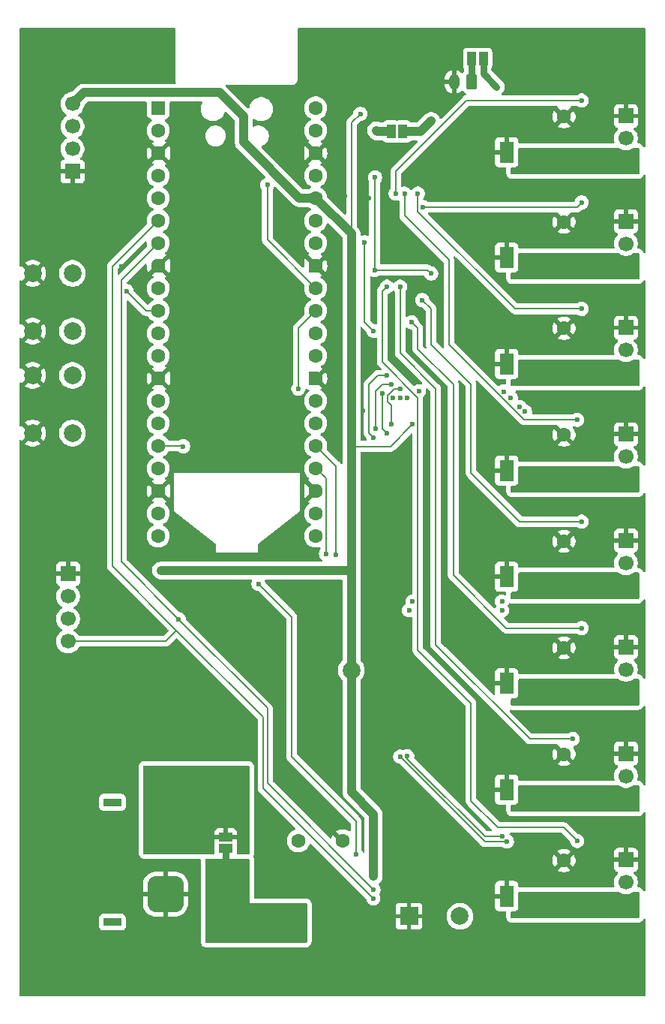
<source format=gbr>
%TF.GenerationSoftware,KiCad,Pcbnew,9.0.6*%
%TF.CreationDate,2025-11-30T21:04:56+01:00*%
%TF.ProjectId,controller,636f6e74-726f-46c6-9c65-722e6b696361,rev?*%
%TF.SameCoordinates,Original*%
%TF.FileFunction,Copper,L4,Bot*%
%TF.FilePolarity,Positive*%
%FSLAX46Y46*%
G04 Gerber Fmt 4.6, Leading zero omitted, Abs format (unit mm)*
G04 Created by KiCad (PCBNEW 9.0.6) date 2025-11-30 21:04:56*
%MOMM*%
%LPD*%
G01*
G04 APERTURE LIST*
G04 Aperture macros list*
%AMRoundRect*
0 Rectangle with rounded corners*
0 $1 Rounding radius*
0 $2 $3 $4 $5 $6 $7 $8 $9 X,Y pos of 4 corners*
0 Add a 4 corners polygon primitive as box body*
4,1,4,$2,$3,$4,$5,$6,$7,$8,$9,$2,$3,0*
0 Add four circle primitives for the rounded corners*
1,1,$1+$1,$2,$3*
1,1,$1+$1,$4,$5*
1,1,$1+$1,$6,$7*
1,1,$1+$1,$8,$9*
0 Add four rect primitives between the rounded corners*
20,1,$1+$1,$2,$3,$4,$5,0*
20,1,$1+$1,$4,$5,$6,$7,0*
20,1,$1+$1,$6,$7,$8,$9,0*
20,1,$1+$1,$8,$9,$2,$3,0*%
%AMFreePoly0*
4,1,37,0.603843,0.796157,0.639018,0.796157,0.711114,0.766294,0.766294,0.711114,0.796157,0.639018,0.796157,0.603843,0.800000,0.600000,0.800000,-0.600000,0.796157,-0.603843,0.796157,-0.639018,0.766294,-0.711114,0.711114,-0.766294,0.639018,-0.796157,0.603843,-0.796157,0.600000,-0.800000,0.000000,-0.800000,0.000000,-0.796148,-0.078414,-0.796148,-0.232228,-0.765552,-0.377117,-0.705537,
-0.507515,-0.618408,-0.618408,-0.507515,-0.705537,-0.377117,-0.765552,-0.232228,-0.796148,-0.078414,-0.796148,0.078414,-0.765552,0.232228,-0.705537,0.377117,-0.618408,0.507515,-0.507515,0.618408,-0.377117,0.705537,-0.232228,0.765552,-0.078414,0.796148,0.000000,0.796148,0.000000,0.800000,0.600000,0.800000,0.603843,0.796157,0.603843,0.796157,$1*%
%AMFreePoly1*
4,1,37,0.000000,0.796148,0.078414,0.796148,0.232228,0.765552,0.377117,0.705537,0.507515,0.618408,0.618408,0.507515,0.705537,0.377117,0.765552,0.232228,0.796148,0.078414,0.796148,-0.078414,0.765552,-0.232228,0.705537,-0.377117,0.618408,-0.507515,0.507515,-0.618408,0.377117,-0.705537,0.232228,-0.765552,0.078414,-0.796148,0.000000,-0.796148,0.000000,-0.800000,-0.600000,-0.800000,
-0.603843,-0.796157,-0.639018,-0.796157,-0.711114,-0.766294,-0.766294,-0.711114,-0.796157,-0.639018,-0.796157,-0.603843,-0.800000,-0.600000,-0.800000,0.600000,-0.796157,0.603843,-0.796157,0.639018,-0.766294,0.711114,-0.711114,0.766294,-0.639018,0.796157,-0.603843,0.796157,-0.600000,0.800000,0.000000,0.800000,0.000000,0.796148,0.000000,0.796148,$1*%
G04 Aperture macros list end*
%TA.AperFunction,ComponentPad*%
%ADD10C,2.200000*%
%TD*%
%TA.AperFunction,ComponentPad*%
%ADD11C,0.600000*%
%TD*%
%TA.AperFunction,SMDPad,CuDef*%
%ADD12R,1.650000X2.400000*%
%TD*%
%TA.AperFunction,ComponentPad*%
%ADD13RoundRect,0.200000X-0.600000X-0.600000X0.600000X-0.600000X0.600000X0.600000X-0.600000X0.600000X0*%
%TD*%
%TA.AperFunction,ComponentPad*%
%ADD14C,1.600000*%
%TD*%
%TA.AperFunction,ComponentPad*%
%ADD15FreePoly0,0.000000*%
%TD*%
%TA.AperFunction,ComponentPad*%
%ADD16FreePoly1,0.000000*%
%TD*%
%TA.AperFunction,ComponentPad*%
%ADD17C,2.000000*%
%TD*%
%TA.AperFunction,ComponentPad*%
%ADD18R,1.700000X1.700000*%
%TD*%
%TA.AperFunction,ComponentPad*%
%ADD19C,1.700000*%
%TD*%
%TA.AperFunction,ComponentPad*%
%ADD20R,2.000000X2.000000*%
%TD*%
%TA.AperFunction,ComponentPad*%
%ADD21C,3.600000*%
%TD*%
%TA.AperFunction,ConnectorPad*%
%ADD22C,5.700000*%
%TD*%
%TA.AperFunction,ComponentPad*%
%ADD23R,2.000000X0.900000*%
%TD*%
%TA.AperFunction,ComponentPad*%
%ADD24RoundRect,1.025000X1.025000X-1.025000X1.025000X1.025000X-1.025000X1.025000X-1.025000X-1.025000X0*%
%TD*%
%TA.AperFunction,ComponentPad*%
%ADD25C,4.100000*%
%TD*%
%TA.AperFunction,ComponentPad*%
%ADD26RoundRect,0.250000X0.350000X0.625000X-0.350000X0.625000X-0.350000X-0.625000X0.350000X-0.625000X0*%
%TD*%
%TA.AperFunction,ComponentPad*%
%ADD27O,1.200000X1.750000*%
%TD*%
%TA.AperFunction,SMDPad,CuDef*%
%ADD28R,1.000000X1.500000*%
%TD*%
%TA.AperFunction,SMDPad,CuDef*%
%ADD29R,1.500000X1.000000*%
%TD*%
%TA.AperFunction,ViaPad*%
%ADD30C,0.600000*%
%TD*%
%TA.AperFunction,Conductor*%
%ADD31C,0.200000*%
%TD*%
%TA.AperFunction,Conductor*%
%ADD32C,1.000000*%
%TD*%
%TA.AperFunction,Conductor*%
%ADD33C,0.800000*%
%TD*%
G04 APERTURE END LIST*
D10*
%TO.P,F1,1*%
%TO.N,/PWR_IN*%
X60000000Y-114300000D03*
%TO.P,F1,2*%
%TO.N,/PWR_PRE_SHUNT*%
X58800000Y-124500000D03*
%TD*%
D11*
%TO.P,U8,11,GND*%
%TO.N,GND*%
X90045000Y-114360000D03*
X90045000Y-116080000D03*
X90525000Y-115220000D03*
D12*
X90525000Y-115220000D03*
D11*
X91005000Y-114360000D03*
X91005000Y-116080000D03*
%TD*%
D13*
%TO.P,A1,1,GPIO0*%
%TO.N,/UART0_TX*%
X51185000Y-38340000D03*
D14*
%TO.P,A1,2,GPIO1*%
%TO.N,/UART0_RX*%
X51185000Y-40880000D03*
D15*
%TO.P,A1,3,GND*%
%TO.N,GND*%
X51185000Y-43420000D03*
D14*
%TO.P,A1,4,GPIO2*%
%TO.N,/LED_0*%
X51185000Y-45960000D03*
%TO.P,A1,5,GPIO3*%
%TO.N,/LED_1*%
X51185000Y-48500000D03*
%TO.P,A1,6,GPIO4*%
%TO.N,/SDA*%
X51185000Y-51040000D03*
%TO.P,A1,7,GPIO5*%
%TO.N,/SCL*%
X51185000Y-53580000D03*
D15*
%TO.P,A1,8,GND*%
%TO.N,GND*%
X51185000Y-56120000D03*
D14*
%TO.P,A1,9,GPIO6*%
%TO.N,/BTN_0*%
X51185000Y-58660000D03*
%TO.P,A1,10,GPIO7*%
%TO.N,/BTN_1*%
X51185000Y-61200000D03*
%TO.P,A1,11,GPIO8*%
%TO.N,/CTRL_0*%
X51185000Y-63740000D03*
%TO.P,A1,12,GPIO9*%
%TO.N,/CTRL_1*%
X51185000Y-66280000D03*
D15*
%TO.P,A1,13,GND*%
%TO.N,GND*%
X51185000Y-68820000D03*
D14*
%TO.P,A1,14,GPIO10*%
%TO.N,/CTRL_2*%
X51185000Y-71360000D03*
%TO.P,A1,15,GPIO11*%
%TO.N,/CTRL_3*%
X51185000Y-73900000D03*
%TO.P,A1,16,GPIO12*%
%TO.N,/CTRL_4*%
X51185000Y-76440000D03*
%TO.P,A1,17,GPIO13*%
%TO.N,/CTRL_5*%
X51185000Y-78980000D03*
D15*
%TO.P,A1,18,GND*%
%TO.N,GND*%
X51185000Y-81520000D03*
D14*
%TO.P,A1,19,GPIO14*%
%TO.N,/CTRL_6*%
X51185000Y-84060000D03*
%TO.P,A1,20,GPIO15*%
%TO.N,/CTRL_7*%
X51185000Y-86600000D03*
%TO.P,A1,21,GPIO16*%
%TO.N,/SD_DO*%
X68965000Y-86600000D03*
%TO.P,A1,22,GPIO17*%
%TO.N,/SD_CS*%
X68965000Y-84060000D03*
D16*
%TO.P,A1,23,GND*%
%TO.N,GND*%
X68965000Y-81520000D03*
D14*
%TO.P,A1,24,GPIO18*%
%TO.N,/SD_CLK*%
X68965000Y-78980000D03*
%TO.P,A1,25,GPIO19*%
%TO.N,/SD_DI*%
X68965000Y-76440000D03*
%TO.P,A1,26,GPIO20*%
%TO.N,/FB_S0*%
X68965000Y-73900000D03*
%TO.P,A1,27,GPIO21*%
%TO.N,/FB_S1*%
X68965000Y-71360000D03*
D16*
%TO.P,A1,28,GND*%
%TO.N,GND*%
X68965000Y-68820000D03*
D14*
%TO.P,A1,29,GPIO22*%
%TO.N,/FB_S2*%
X68965000Y-66280000D03*
%TO.P,A1,30,RUN*%
%TO.N,unconnected-(A1-RUN-Pad30)*%
X68965000Y-63740000D03*
%TO.P,A1,31,GPIO26_ADC0*%
%TO.N,/NTC_0*%
X68965000Y-61200000D03*
%TO.P,A1,32,GPIO27_ADC1*%
%TO.N,/NTC_1*%
X68965000Y-58660000D03*
D16*
%TO.P,A1,33,AGND*%
%TO.N,GND*%
X68965000Y-56120000D03*
D14*
%TO.P,A1,34,GPIO28_ADC2*%
%TO.N,/FB_M*%
X68965000Y-53580000D03*
%TO.P,A1,35,ADC_VREF*%
%TO.N,unconnected-(A1-ADC_VREF-Pad35)_1*%
X68965000Y-51040000D03*
%TO.P,A1,36,3V3*%
%TO.N,+3.3V*%
X68965000Y-48500000D03*
%TO.P,A1,37,3V3_EN*%
%TO.N,unconnected-(A1-3V3_EN-Pad37)*%
X68965000Y-45960000D03*
D16*
%TO.P,A1,38,GND*%
%TO.N,GND*%
X68965000Y-43420000D03*
D14*
%TO.P,A1,39,VSYS*%
%TO.N,Net-(A1-VSYS)*%
X68965000Y-40880000D03*
%TO.P,A1,40,VBUS*%
%TO.N,unconnected-(A1-VBUS-Pad40)_1*%
X68965000Y-38340000D03*
%TD*%
D17*
%TO.P,SW1,1,1*%
%TO.N,GND*%
X37000000Y-75000000D03*
X37000000Y-68500000D03*
%TO.P,SW1,2,2*%
%TO.N,Net-(R30-Pad2)*%
X41500000Y-75000000D03*
X41500000Y-68500000D03*
%TD*%
D11*
%TO.P,U5,11,GND*%
%TO.N,GND*%
X90045000Y-78360000D03*
X90045000Y-80080000D03*
X90525000Y-79220000D03*
D12*
X90525000Y-79220000D03*
D11*
X91005000Y-78360000D03*
X91005000Y-80080000D03*
%TD*%
D18*
%TO.P,J3,1,Pin_1*%
%TO.N,GND*%
X104000000Y-63120000D03*
D19*
%TO.P,J3,2,Pin_2*%
%TO.N,Net-(D2-K)*%
X104000000Y-65660000D03*
%TO.P,J3,3,Pin_3*%
%TO.N,/Channel2/LED_SUPPLY*%
X104000000Y-68200000D03*
%TD*%
D11*
%TO.P,U13,11,GND*%
%TO.N,GND*%
X90045000Y-42465000D03*
X90045000Y-44185000D03*
X90525000Y-43325000D03*
D12*
X90525000Y-43325000D03*
D11*
X91005000Y-42465000D03*
X91005000Y-44185000D03*
%TD*%
D18*
%TO.P,J13,1,Pin_1*%
%TO.N,GND*%
X104000000Y-39245000D03*
D19*
%TO.P,J13,2,Pin_2*%
%TO.N,Net-(D11-K)*%
X104000000Y-41785000D03*
%TO.P,J13,3,Pin_3*%
%TO.N,/Channel/LED_SUPPLY*%
X104000000Y-44325000D03*
%TD*%
D18*
%TO.P,J7,1,Pin_1*%
%TO.N,GND*%
X104000000Y-111140000D03*
D19*
%TO.P,J7,2,Pin_2*%
%TO.N,Net-(D6-K)*%
X104000000Y-113680000D03*
%TO.P,J7,3,Pin_3*%
%TO.N,/Channel6/LED_SUPPLY*%
X104000000Y-116220000D03*
%TD*%
D11*
%TO.P,U4,11,GND*%
%TO.N,GND*%
X90045000Y-66340000D03*
X90045000Y-68060000D03*
X90525000Y-67200000D03*
D12*
X90525000Y-67200000D03*
D11*
X91005000Y-66340000D03*
X91005000Y-68060000D03*
%TD*%
%TO.P,U9,11,GND*%
%TO.N,GND*%
X90045000Y-126360000D03*
X90045000Y-128080000D03*
X90525000Y-127220000D03*
D12*
X90525000Y-127220000D03*
D11*
X91005000Y-126360000D03*
X91005000Y-128080000D03*
%TD*%
D20*
%TO.P,TP1,1,1*%
%TO.N,GND*%
X79500000Y-129500000D03*
%TD*%
D11*
%TO.P,U3,11,GND*%
%TO.N,GND*%
X90045000Y-54340000D03*
X90045000Y-56060000D03*
X90525000Y-55200000D03*
D12*
X90525000Y-55200000D03*
D11*
X91005000Y-54340000D03*
X91005000Y-56060000D03*
%TD*%
D21*
%TO.P,H1,1,1*%
%TO.N,GND*%
X102800000Y-135400000D03*
D22*
X102800000Y-135400000D03*
%TD*%
D17*
%TO.P,TP3,1,1*%
%TO.N,+5V*%
X85250000Y-129500000D03*
%TD*%
D18*
%TO.P,J12,1,Pin_1*%
%TO.N,GND*%
X41500000Y-45500000D03*
D19*
%TO.P,J12,2,Pin_2*%
%TO.N,/UART0_RX*%
X41500000Y-42960000D03*
%TO.P,J12,3,Pin_3*%
%TO.N,/UART0_TX*%
X41500000Y-40420000D03*
%TO.P,J12,4,Pin_4*%
%TO.N,+3.3V*%
X41500000Y-37880000D03*
%TD*%
D23*
%TO.P,J1,*%
%TO.N,*%
X46000000Y-130150000D03*
X46000000Y-116650000D03*
D24*
%TO.P,J1,1,Pin_1*%
%TO.N,GND*%
X52000000Y-127000000D03*
D25*
%TO.P,J1,2,Pin_2*%
%TO.N,/PWR_IN*%
X52000000Y-119800000D03*
%TD*%
D18*
%TO.P,J10,1,Pin_1*%
%TO.N,GND*%
X41000000Y-90880000D03*
D19*
%TO.P,J10,2,Pin_2*%
%TO.N,+3.3V*%
X41000000Y-93420000D03*
%TO.P,J10,3,Pin_3*%
%TO.N,/SCL*%
X41000000Y-95960000D03*
%TO.P,J10,4,Pin_4*%
%TO.N,/SDA*%
X41000000Y-98500000D03*
%TD*%
D21*
%TO.P,H4,1,1*%
%TO.N,GND*%
X102800000Y-32400000D03*
D22*
X102800000Y-32400000D03*
%TD*%
D21*
%TO.P,H3,1,1*%
%TO.N,GND*%
X38800000Y-32400000D03*
D22*
X38800000Y-32400000D03*
%TD*%
D18*
%TO.P,J8,1,Pin_1*%
%TO.N,GND*%
X104000000Y-123140000D03*
D19*
%TO.P,J8,2,Pin_2*%
%TO.N,Net-(D7-K)*%
X104000000Y-125680000D03*
%TO.P,J8,3,Pin_3*%
%TO.N,/Channel7/LED_SUPPLY*%
X104000000Y-128220000D03*
%TD*%
D18*
%TO.P,J5,1,Pin_1*%
%TO.N,GND*%
X104000000Y-87140000D03*
D19*
%TO.P,J5,2,Pin_2*%
%TO.N,Net-(D4-K)*%
X104000000Y-89680000D03*
%TO.P,J5,3,Pin_3*%
%TO.N,/Channel4/LED_SUPPLY*%
X104000000Y-92220000D03*
%TD*%
D17*
%TO.P,SW2,1,1*%
%TO.N,GND*%
X37000000Y-63500000D03*
X37000000Y-57000000D03*
%TO.P,SW2,2,2*%
%TO.N,Net-(R31-Pad2)*%
X41500000Y-63500000D03*
X41500000Y-57000000D03*
%TD*%
D11*
%TO.P,U6,11,GND*%
%TO.N,GND*%
X90045000Y-90360000D03*
X90045000Y-92080000D03*
X90525000Y-91220000D03*
D12*
X90525000Y-91220000D03*
D11*
X91005000Y-90360000D03*
X91005000Y-92080000D03*
%TD*%
D26*
%TO.P,J9,1,Pin_1*%
%TO.N,Net-(D12-K)*%
X86600000Y-35400000D03*
D27*
%TO.P,J9,2,Pin_2*%
%TO.N,GND*%
X84600000Y-35400000D03*
%TD*%
D18*
%TO.P,J4,1,Pin_1*%
%TO.N,GND*%
X104000000Y-75140000D03*
D19*
%TO.P,J4,2,Pin_2*%
%TO.N,Net-(D3-K)*%
X104000000Y-77680000D03*
%TO.P,J4,3,Pin_3*%
%TO.N,/Channel3/LED_SUPPLY*%
X104000000Y-80220000D03*
%TD*%
D18*
%TO.P,J2,1,Pin_1*%
%TO.N,GND*%
X104000000Y-51120000D03*
D19*
%TO.P,J2,2,Pin_2*%
%TO.N,Net-(D1-K)*%
X104000000Y-53660000D03*
%TO.P,J2,3,Pin_3*%
%TO.N,/Channel1/LED_SUPPLY*%
X104000000Y-56200000D03*
%TD*%
D17*
%TO.P,TP2,1,1*%
%TO.N,+3.3V*%
X73000000Y-101750000D03*
%TD*%
D11*
%TO.P,U7,11,GND*%
%TO.N,GND*%
X90045000Y-102360000D03*
X90045000Y-104080000D03*
X90525000Y-103220000D03*
D12*
X90525000Y-103220000D03*
D11*
X91005000Y-102360000D03*
X91005000Y-104080000D03*
%TD*%
D21*
%TO.P,H2,1,1*%
%TO.N,GND*%
X38800000Y-135400000D03*
D22*
X38800000Y-135400000D03*
%TD*%
D18*
%TO.P,J6,1,Pin_1*%
%TO.N,GND*%
X104000000Y-99140000D03*
D19*
%TO.P,J6,2,Pin_2*%
%TO.N,Net-(D5-K)*%
X104000000Y-101680000D03*
%TO.P,J6,3,Pin_3*%
%TO.N,/Channel5/LED_SUPPLY*%
X104000000Y-104220000D03*
%TD*%
D28*
%TO.P,JP3,1,A*%
%TO.N,Net-(D12-K)*%
X86600000Y-32800000D03*
%TO.P,JP3,2,B*%
%TO.N,+5V*%
X87900000Y-32800000D03*
%TD*%
D14*
%TO.P,C6,1*%
%TO.N,/Channel3/LED_SUPPLY*%
X97000000Y-80220000D03*
%TO.P,C6,2*%
%TO.N,GND*%
X97000000Y-75220000D03*
%TD*%
%TO.P,C14,1*%
%TO.N,/Channel7/LED_SUPPLY*%
X97000000Y-128220000D03*
%TO.P,C14,2*%
%TO.N,GND*%
X97000000Y-123220000D03*
%TD*%
%TO.P,C10,1*%
%TO.N,/Channel5/LED_SUPPLY*%
X97000000Y-104220000D03*
%TO.P,C10,2*%
%TO.N,GND*%
X97000000Y-99220000D03*
%TD*%
%TO.P,C2,1*%
%TO.N,/Channel1/LED_SUPPLY*%
X97000000Y-56200000D03*
%TO.P,C2,2*%
%TO.N,GND*%
X97000000Y-51200000D03*
%TD*%
%TO.P,C32,1*%
%TO.N,/Channel/LED_SUPPLY*%
X97000000Y-44325000D03*
%TO.P,C32,2*%
%TO.N,GND*%
X97000000Y-39325000D03*
%TD*%
%TO.P,C4,1*%
%TO.N,/Channel2/LED_SUPPLY*%
X97000000Y-68200000D03*
%TO.P,C4,2*%
%TO.N,GND*%
X97000000Y-63200000D03*
%TD*%
D29*
%TO.P,JP2,1,A*%
%TO.N,/PWR_PRE_SHUNT*%
X58800000Y-121850000D03*
%TO.P,JP2,2,B*%
%TO.N,/PWR_IN*%
X58800000Y-120550000D03*
%TD*%
D14*
%TO.P,C25,1*%
%TO.N,+5V*%
X67000000Y-121000000D03*
%TO.P,C25,2*%
%TO.N,GND*%
X72000000Y-121000000D03*
%TD*%
%TO.P,C8,1*%
%TO.N,/Channel4/LED_SUPPLY*%
X97000000Y-92220000D03*
%TO.P,C8,2*%
%TO.N,GND*%
X97000000Y-87220000D03*
%TD*%
%TO.P,C12,1*%
%TO.N,/Channel6/LED_SUPPLY*%
X97000000Y-116220000D03*
%TO.P,C12,2*%
%TO.N,GND*%
X97000000Y-111220000D03*
%TD*%
D28*
%TO.P,JP1,1,A*%
%TO.N,Net-(A1-VSYS)*%
X77500000Y-41000000D03*
%TO.P,JP1,2,B*%
%TO.N,+5V*%
X78800000Y-41000000D03*
%TD*%
D30*
%TO.N,/FB_M*%
X75500000Y-63500000D03*
X74500000Y-53500000D03*
%TO.N,GND*%
X65000000Y-111250000D03*
X55750000Y-43500000D03*
X69250000Y-105250000D03*
X58500000Y-66250000D03*
X78750000Y-38750000D03*
X37000000Y-124000000D03*
X37000000Y-45500000D03*
X90750000Y-85500000D03*
X80750000Y-110750000D03*
X86250000Y-40500000D03*
X42500000Y-109250000D03*
X74750000Y-111250000D03*
X71750000Y-70250000D03*
X92000000Y-113000000D03*
X90250000Y-118250000D03*
X102750000Y-106750000D03*
X67750000Y-100750000D03*
X84000000Y-98000000D03*
X71250000Y-110250000D03*
X61500000Y-102000000D03*
X43500000Y-69000000D03*
X92000000Y-64750000D03*
X81000000Y-44000000D03*
X77500000Y-59500000D03*
X63750000Y-55500000D03*
X48000000Y-103750000D03*
X57500000Y-103250000D03*
X90750000Y-73500000D03*
X63500000Y-104250000D03*
X56750000Y-65000000D03*
X95000000Y-59750000D03*
X80000000Y-58500000D03*
X61750000Y-107750000D03*
X99000000Y-65500000D03*
X75000000Y-129250000D03*
X43000000Y-60500000D03*
X51500000Y-97250000D03*
X92750000Y-84000000D03*
X65250000Y-40750000D03*
X59750000Y-49000000D03*
X45250000Y-102000000D03*
X91750000Y-40750000D03*
X72250000Y-48250000D03*
X58500000Y-59000000D03*
X47000000Y-53500000D03*
X53250000Y-111250000D03*
X83500000Y-46750000D03*
X72000000Y-42750000D03*
X64750000Y-95750000D03*
X38500000Y-52750000D03*
X48000000Y-72750000D03*
X104000000Y-70750000D03*
X105500000Y-83750000D03*
X37000000Y-130250000D03*
X99000000Y-47000000D03*
X74250000Y-72500000D03*
X41750000Y-129500000D03*
X78750000Y-76750000D03*
X45750000Y-97250000D03*
X94750000Y-48250000D03*
X46250000Y-91750000D03*
X67000000Y-71750000D03*
X47000000Y-56250000D03*
X52000000Y-105500000D03*
X48000000Y-100250000D03*
X44750000Y-42500000D03*
X92250000Y-106750000D03*
X77000000Y-47000000D03*
X55750000Y-87250000D03*
X105500000Y-47000000D03*
X74250000Y-75500000D03*
X56500000Y-69000000D03*
X76750000Y-111500000D03*
X62750000Y-54500000D03*
X55200000Y-95000000D03*
X53000000Y-47250000D03*
X67000000Y-50500000D03*
X105500000Y-107500000D03*
X64500000Y-87000000D03*
X36750000Y-37500000D03*
X49000000Y-105500000D03*
X90750000Y-58750000D03*
X62750000Y-127000000D03*
X85000000Y-122250000D03*
X79750000Y-46750000D03*
X54000000Y-65500000D03*
X99000000Y-41750000D03*
X62000000Y-53000000D03*
X65250000Y-44250000D03*
X67000000Y-37250000D03*
X64250000Y-70000000D03*
X55250000Y-75500000D03*
X38500000Y-104750000D03*
X71750000Y-57000000D03*
X85500000Y-60750000D03*
X104000000Y-82750000D03*
X99000000Y-119000000D03*
X63250000Y-73500000D03*
X65000000Y-53000000D03*
X67750000Y-111250000D03*
X71500000Y-96750000D03*
X53000000Y-75250000D03*
X67000000Y-59250000D03*
X92250000Y-52750000D03*
X99000000Y-77500000D03*
X56750000Y-77500000D03*
X53250000Y-38250000D03*
X40250000Y-83250000D03*
X53250000Y-78000000D03*
X44000000Y-39500000D03*
X91750000Y-124500000D03*
X43500000Y-99750000D03*
X47500000Y-46500000D03*
X53000000Y-64250000D03*
X79500000Y-100500000D03*
X43500000Y-72000000D03*
X92500000Y-75500000D03*
X56250000Y-106500000D03*
X99000000Y-53500000D03*
X105500000Y-95000000D03*
X59500000Y-59750000D03*
X70000000Y-92000000D03*
X99000000Y-82750000D03*
X72250000Y-38000000D03*
X63250000Y-78250000D03*
X76750000Y-104500000D03*
X63500000Y-66000000D03*
X80750000Y-102000000D03*
X66750000Y-52500000D03*
X79000000Y-118500000D03*
X62250000Y-48000000D03*
X57250000Y-92000000D03*
X99000000Y-95000000D03*
X49500000Y-90000000D03*
X81000000Y-61750000D03*
X65750000Y-127000000D03*
X75000000Y-48500000D03*
X45000000Y-66000000D03*
X92250000Y-100750000D03*
X84000000Y-106000000D03*
X74750000Y-66000000D03*
X75500000Y-59250000D03*
X53000000Y-52250000D03*
X53500000Y-85000000D03*
X99250000Y-59000000D03*
X92000000Y-89000000D03*
X91750000Y-77000000D03*
X66500000Y-78750000D03*
X60750000Y-111250000D03*
X74500000Y-68750000D03*
X74250000Y-51000000D03*
X44750000Y-78250000D03*
X65750000Y-65250000D03*
X99000000Y-130750000D03*
X74500000Y-90750000D03*
X74500000Y-97750000D03*
X53000000Y-72750000D03*
X76750000Y-48500000D03*
X76250000Y-38750000D03*
X71750000Y-75250000D03*
X65250000Y-49500000D03*
X65000000Y-56750000D03*
X59750000Y-43500000D03*
X83500000Y-37500000D03*
X99000000Y-101500000D03*
X77750000Y-54000000D03*
X60500000Y-65750000D03*
X71750000Y-77750000D03*
X75500000Y-61500000D03*
X99250000Y-106750000D03*
X99000000Y-113750000D03*
X74750000Y-77750000D03*
X92500000Y-121250000D03*
X40250000Y-52750000D03*
X71500000Y-65000000D03*
X90500000Y-131000000D03*
X48750000Y-95000000D03*
X39250000Y-50250000D03*
X74200000Y-42400000D03*
X61000000Y-95200000D03*
X87000000Y-83500000D03*
X58000000Y-97800000D03*
X98750000Y-125750000D03*
X52250000Y-92500000D03*
X90750000Y-109500000D03*
X105250000Y-119000000D03*
X69750000Y-130750000D03*
X83500000Y-79250000D03*
X67500000Y-96250000D03*
X53500000Y-99000000D03*
X54000000Y-60750000D03*
X47750000Y-39500000D03*
X99000000Y-89500000D03*
X47000000Y-114000000D03*
X87750000Y-105750000D03*
X103000000Y-130500000D03*
X67250000Y-54500000D03*
X79500000Y-96750000D03*
X41000000Y-100750000D03*
X66750000Y-85000000D03*
X104750000Y-58750000D03*
X48750000Y-111000000D03*
X61250000Y-70000000D03*
X58250000Y-78500000D03*
X37500000Y-112000000D03*
X71750000Y-130500000D03*
X47250000Y-50500000D03*
X79500000Y-109250000D03*
X39250000Y-39250000D03*
X76750000Y-82500000D03*
X85000000Y-115500000D03*
X99250000Y-70750000D03*
X73000000Y-37000000D03*
X46750000Y-48750000D03*
X84500000Y-51500000D03*
X90750000Y-47750000D03*
%TO.N,/NTC_0*%
X62500000Y-92000000D03*
X73500000Y-122500000D03*
X67000000Y-70000000D03*
%TO.N,/NTC_1*%
X63500000Y-47000000D03*
%TO.N,/SD_CLK*%
X70111025Y-88611025D03*
%TO.N,/SDA*%
X75475000Y-127497523D03*
%TO.N,+5V*%
X89400000Y-36000000D03*
X82000000Y-57000000D03*
X75603685Y-56603685D03*
X75672435Y-46172435D03*
X82000000Y-39800000D03*
%TO.N,+3.3V*%
X75500000Y-125000000D03*
X51500000Y-90500000D03*
X74000000Y-39000000D03*
X79900000Y-74000000D03*
%TO.N,/SCL*%
X75500000Y-126500000D03*
X53500000Y-96000000D03*
%TO.N,/CTRL_4*%
X54000000Y-76500000D03*
%TO.N,/BTN_1*%
X47600000Y-59000000D03*
%TO.N,/SD_DI*%
X71250000Y-88750000D03*
%TO.N,/FB_1*%
X91000000Y-71000000D03*
X79300000Y-71000000D03*
%TO.N,/FB_2*%
X90174265Y-70325735D03*
X80624265Y-70275735D03*
%TO.N,/FB_3*%
X77699997Y-71000000D03*
X92610155Y-72600000D03*
%TO.N,/FB_4*%
X79900000Y-94000000D03*
X78500000Y-70000000D03*
X77500000Y-74000000D03*
X90000000Y-94000000D03*
%TO.N,/FB_5*%
X77000000Y-75000000D03*
X90000000Y-95000000D03*
X79500000Y-95000000D03*
X76500000Y-70500000D03*
%TO.N,/FB_6*%
X75699997Y-74500000D03*
X79296348Y-111423619D03*
X90000000Y-120500000D03*
X77500000Y-69500000D03*
%TO.N,/FB_7*%
X78500000Y-111500000D03*
X77000000Y-68500000D03*
X75500000Y-75500000D03*
X90565687Y-121065687D03*
%TO.N,/Channel/LED_SUPPLY*%
X93000000Y-44325000D03*
X92000000Y-45325000D03*
X93500000Y-43325000D03*
X100000000Y-43325000D03*
X101500000Y-44325000D03*
%TO.N,/Channel/DIN*%
X99000000Y-37500000D03*
X78000000Y-48000000D03*
%TO.N,/Channel1/LED_SUPPLY*%
X93500000Y-55200000D03*
X100000000Y-55200000D03*
X93000000Y-56200000D03*
X101500000Y-56200000D03*
X92000000Y-57200000D03*
%TO.N,/Channel2/LED_SUPPLY*%
X93500000Y-67200000D03*
X100000000Y-67200000D03*
X92000000Y-69200000D03*
X101500000Y-68200000D03*
X93000000Y-68200000D03*
%TO.N,/Channel3/LED_SUPPLY*%
X101500000Y-80220000D03*
X100000000Y-79220000D03*
X92000000Y-81220000D03*
X93000000Y-80220000D03*
X93500000Y-79220000D03*
%TO.N,/Channel4/LED_SUPPLY*%
X93000000Y-92220000D03*
X100000000Y-91220000D03*
X92000000Y-93220000D03*
X101500000Y-92220000D03*
X93500000Y-91220000D03*
%TO.N,/Channel5/LED_SUPPLY*%
X92000000Y-105220000D03*
X100000000Y-103220000D03*
X93500000Y-103220000D03*
X101500000Y-104220000D03*
X93000000Y-104220000D03*
%TO.N,/Channel6/LED_SUPPLY*%
X93000000Y-116220000D03*
X92000000Y-117220000D03*
X100000000Y-115220000D03*
X101500000Y-116220000D03*
X93500000Y-115220000D03*
%TO.N,/Channel7/LED_SUPPLY*%
X101500000Y-128220000D03*
X93000000Y-128220000D03*
X92000000Y-129220000D03*
X100000000Y-127220000D03*
X93500000Y-127220000D03*
%TO.N,/Channel1/DIN*%
X99000000Y-49000000D03*
X81100000Y-49500000D03*
%TO.N,/Channel2/DIN*%
X80500000Y-48000000D03*
X99000000Y-61000000D03*
%TO.N,/Channel3/DIN*%
X98500000Y-73500000D03*
X79000000Y-48000000D03*
%TO.N,/Channel4/DIN*%
X81000000Y-60000000D03*
X99000000Y-85000000D03*
%TO.N,/Channel5/DIN*%
X99000000Y-97000000D03*
X79800000Y-62500000D03*
%TO.N,/Channel6/DIN*%
X98000000Y-109500000D03*
X78500000Y-58500000D03*
%TO.N,/Channel7/DIN*%
X77000000Y-58500000D03*
X98500000Y-121000000D03*
%TO.N,/FB_0*%
X78500000Y-71000000D03*
X92000000Y-72076000D03*
%TO.N,Net-(A1-VSYS)*%
X75800000Y-40880000D03*
%TD*%
D31*
%TO.N,/FB_M*%
X74500000Y-62500000D02*
X74500000Y-53500000D01*
X75500000Y-63500000D02*
X74500000Y-62500000D01*
%TO.N,/NTC_0*%
X67000000Y-63165000D02*
X68965000Y-61200000D01*
X62500000Y-92000000D02*
X66250000Y-95750000D01*
X66250000Y-95750000D02*
X66250000Y-111500000D01*
X67000000Y-70000000D02*
X67000000Y-63165000D01*
X66250000Y-111500000D02*
X73500000Y-118750000D01*
X73500000Y-118750000D02*
X73500000Y-122500000D01*
%TO.N,/NTC_1*%
X63500000Y-53195000D02*
X63500000Y-47000000D01*
X68965000Y-58660000D02*
X63500000Y-53195000D01*
%TO.N,/SD_CLK*%
X70111025Y-80126025D02*
X70111025Y-88611025D01*
X68965000Y-78980000D02*
X70111025Y-80126025D01*
%TO.N,/SDA*%
X52000000Y-98500000D02*
X53250000Y-97250000D01*
X75475000Y-127497523D02*
X63000000Y-115022523D01*
X46000000Y-90000000D02*
X46000000Y-84500000D01*
X63000000Y-107000000D02*
X53250000Y-97250000D01*
X46000000Y-56225000D02*
X51185000Y-51040000D01*
X41000000Y-98500000D02*
X52000000Y-98500000D01*
X53250000Y-97250000D02*
X46000000Y-90000000D01*
X46000000Y-84500000D02*
X46000000Y-56225000D01*
X63000000Y-115022523D02*
X63000000Y-107000000D01*
D32*
%TO.N,+5V*%
X78800000Y-41000000D02*
X80800000Y-41000000D01*
X80800000Y-41000000D02*
X82000000Y-39800000D01*
D31*
X81603685Y-56603685D02*
X82000000Y-57000000D01*
D33*
X87900000Y-32800000D02*
X87900000Y-34500000D01*
D31*
X75672435Y-46172435D02*
X75603685Y-46241185D01*
D33*
X87900000Y-34500000D02*
X89400000Y-36000000D01*
D31*
X75603685Y-46241185D02*
X75603685Y-56603685D01*
X75603685Y-56603685D02*
X81603685Y-56603685D01*
D32*
%TO.N,+3.3V*%
X73000000Y-90500000D02*
X73000000Y-115500000D01*
X73000000Y-115500000D02*
X75500000Y-118000000D01*
D31*
X73000000Y-52535000D02*
X73000000Y-40000000D01*
D32*
X41500000Y-37880000D02*
X42761000Y-36619000D01*
D31*
X79900000Y-74000000D02*
X77400000Y-76500000D01*
X77400000Y-76500000D02*
X73000000Y-76500000D01*
D32*
X60824000Y-42194222D02*
X67129778Y-48500000D01*
X58119000Y-36619000D02*
X60824000Y-39324000D01*
X60824000Y-39324000D02*
X60824000Y-42194222D01*
X73000000Y-90500000D02*
X51500000Y-90500000D01*
X73000000Y-76500000D02*
X73000000Y-90500000D01*
D31*
X73000000Y-40000000D02*
X74000000Y-39000000D01*
D32*
X68965000Y-48500000D02*
X73000000Y-52535000D01*
X42761000Y-36619000D02*
X58119000Y-36619000D01*
X67129778Y-48500000D02*
X68965000Y-48500000D01*
X73000000Y-52535000D02*
X73000000Y-76500000D01*
X75500000Y-118000000D02*
X75500000Y-125000000D01*
D31*
%TO.N,/SCL*%
X51185000Y-53580000D02*
X47000000Y-57765000D01*
X47000000Y-57765000D02*
X47000000Y-76000000D01*
X53500000Y-96000000D02*
X47000000Y-89500000D01*
X63500000Y-106000000D02*
X53500000Y-96000000D01*
X63500000Y-114500000D02*
X63500000Y-106000000D01*
X75500000Y-126500000D02*
X63500000Y-114500000D01*
X47000000Y-89500000D02*
X47000000Y-76000000D01*
%TO.N,/CTRL_4*%
X51185000Y-76440000D02*
X53940000Y-76440000D01*
X53940000Y-76440000D02*
X54000000Y-76500000D01*
%TO.N,/BTN_1*%
X49800000Y-61200000D02*
X51185000Y-61200000D01*
X47600000Y-59000000D02*
X49800000Y-61200000D01*
%TO.N,/SD_DI*%
X71250000Y-78725000D02*
X68965000Y-76440000D01*
X71250000Y-88750000D02*
X71250000Y-78725000D01*
%TO.N,/FB_4*%
X77098997Y-70751057D02*
X77850054Y-70000000D01*
X77500000Y-71901003D02*
X77098997Y-71500000D01*
X77850054Y-70000000D02*
X78500000Y-70000000D01*
X77098997Y-71500000D02*
X77098997Y-70751057D01*
X77500000Y-74000000D02*
X77500000Y-71901003D01*
%TO.N,/FB_5*%
X76500000Y-70500000D02*
X76500000Y-74500000D01*
X76500000Y-74500000D02*
X77000000Y-75000000D01*
%TO.N,/FB_6*%
X75699997Y-70300003D02*
X75699997Y-70500000D01*
X77500000Y-69500000D02*
X76500000Y-69500000D01*
X80500000Y-112932900D02*
X88067100Y-120500000D01*
X80500000Y-112932900D02*
X79296348Y-111729248D01*
X88067100Y-120500000D02*
X90000000Y-120500000D01*
X76500000Y-69500000D02*
X75699997Y-70300003D01*
X75699997Y-74500000D02*
X75699997Y-70500000D01*
X79296348Y-111729248D02*
X79296348Y-111423619D01*
%TO.N,/FB_7*%
X75500000Y-75500000D02*
X75000000Y-75000000D01*
X76000000Y-68500000D02*
X77000000Y-68500000D01*
X78500000Y-111500000D02*
X88101000Y-121101000D01*
X90530374Y-121101000D02*
X90565687Y-121065687D01*
X75000000Y-75000000D02*
X75000000Y-69500000D01*
X75000000Y-69500000D02*
X76000000Y-68500000D01*
X88101000Y-121101000D02*
X90530374Y-121101000D01*
D33*
%TO.N,/PWR_PRE_SHUNT*%
X58800000Y-121850000D02*
X58800000Y-124500000D01*
D31*
%TO.N,/Channel/DIN*%
X86000000Y-37500000D02*
X99000000Y-37500000D01*
X78000000Y-45500000D02*
X86000000Y-37500000D01*
X78000000Y-48000000D02*
X78000000Y-45500000D01*
%TO.N,/Channel1/DIN*%
X98500000Y-49500000D02*
X99000000Y-49000000D01*
X81100000Y-49500000D02*
X98500000Y-49500000D01*
%TO.N,/Channel2/DIN*%
X80500000Y-50000000D02*
X91500000Y-61000000D01*
X80500000Y-48000000D02*
X80500000Y-50000000D01*
X91500000Y-61000000D02*
X99000000Y-61000000D01*
%TO.N,/Channel3/DIN*%
X84000000Y-55500000D02*
X79000000Y-50500000D01*
X79000000Y-50500000D02*
X79000000Y-48000000D01*
X92500000Y-73500000D02*
X84000000Y-65000000D01*
X84000000Y-65000000D02*
X84000000Y-55500000D01*
X98500000Y-73500000D02*
X92500000Y-73500000D01*
%TO.N,/Channel4/DIN*%
X86500000Y-69500000D02*
X86500000Y-79500000D01*
X81000000Y-60000000D02*
X82000000Y-61000000D01*
X86500000Y-79500000D02*
X92000000Y-85000000D01*
X82000000Y-65000000D02*
X86500000Y-69500000D01*
X82000000Y-61000000D02*
X82000000Y-65000000D01*
X92000000Y-85000000D02*
X99000000Y-85000000D01*
%TO.N,/Channel5/DIN*%
X84500000Y-69500000D02*
X84500000Y-91000000D01*
X84500000Y-91000000D02*
X90500000Y-97000000D01*
X79800000Y-62500000D02*
X80500000Y-63200000D01*
X80500000Y-63200000D02*
X80500000Y-65500000D01*
X80500000Y-65500000D02*
X84500000Y-69500000D01*
X90500000Y-97000000D02*
X99000000Y-97000000D01*
%TO.N,/Channel6/DIN*%
X93132785Y-109500000D02*
X82500000Y-98867215D01*
X82500000Y-70000000D02*
X78500000Y-66000000D01*
X78500000Y-66000000D02*
X78500000Y-58500000D01*
X82500000Y-98867215D02*
X82500000Y-70000000D01*
X98000000Y-109500000D02*
X93132785Y-109500000D01*
%TO.N,/Channel7/DIN*%
X76500000Y-59000000D02*
X76500000Y-67000000D01*
X80500000Y-71000000D02*
X80500000Y-99500000D01*
X86500000Y-105500000D02*
X86500000Y-116500000D01*
X97000000Y-119500000D02*
X98500000Y-121000000D01*
X86500000Y-116500000D02*
X89500000Y-119500000D01*
X77000000Y-58500000D02*
X76500000Y-59000000D01*
X76500000Y-67000000D02*
X80500000Y-71000000D01*
X89500000Y-119500000D02*
X97000000Y-119500000D01*
X80500000Y-99500000D02*
X86500000Y-105500000D01*
D32*
%TO.N,Net-(A1-VSYS)*%
X75920000Y-41000000D02*
X75800000Y-40880000D01*
X77500000Y-41000000D02*
X75920000Y-41000000D01*
D33*
%TO.N,Net-(D12-K)*%
X86600000Y-32800000D02*
X86600000Y-35400000D01*
%TD*%
%TA.AperFunction,Conductor*%
%TO.N,/Channel5/LED_SUPPLY*%
G36*
X103160578Y-102739685D02*
G01*
X103166424Y-102743682D01*
X103292184Y-102835051D01*
X103481588Y-102931557D01*
X103683757Y-102997246D01*
X103893713Y-103030500D01*
X103893714Y-103030500D01*
X104106286Y-103030500D01*
X104106287Y-103030500D01*
X104316243Y-102997246D01*
X104518412Y-102931557D01*
X104707816Y-102835051D01*
X104833576Y-102743682D01*
X104899382Y-102720202D01*
X104906461Y-102720000D01*
X105376000Y-102720000D01*
X105443039Y-102739685D01*
X105488794Y-102792489D01*
X105500000Y-102844000D01*
X105500000Y-105596000D01*
X105480315Y-105663039D01*
X105427511Y-105708794D01*
X105376000Y-105720000D01*
X91124000Y-105720000D01*
X91056961Y-105700315D01*
X91011206Y-105647511D01*
X91000000Y-105596000D01*
X91000000Y-105044499D01*
X91019685Y-104977460D01*
X91072489Y-104931705D01*
X91123999Y-104920499D01*
X91397872Y-104920499D01*
X91457483Y-104914091D01*
X91592331Y-104863796D01*
X91707546Y-104777546D01*
X91793796Y-104662331D01*
X91844091Y-104527483D01*
X91850500Y-104467873D01*
X91850499Y-102843998D01*
X91870184Y-102776961D01*
X91922987Y-102731206D01*
X91974499Y-102720000D01*
X103093539Y-102720000D01*
X103160578Y-102739685D01*
G37*
%TD.AperFunction*%
%TD*%
%TA.AperFunction,Conductor*%
%TO.N,/Channel4/LED_SUPPLY*%
G36*
X103160578Y-90739685D02*
G01*
X103166424Y-90743682D01*
X103292184Y-90835051D01*
X103481588Y-90931557D01*
X103683757Y-90997246D01*
X103893713Y-91030500D01*
X103893714Y-91030500D01*
X104106286Y-91030500D01*
X104106287Y-91030500D01*
X104316243Y-90997246D01*
X104518412Y-90931557D01*
X104707816Y-90835051D01*
X104833576Y-90743682D01*
X104899382Y-90720202D01*
X104906461Y-90720000D01*
X105376000Y-90720000D01*
X105443039Y-90739685D01*
X105488794Y-90792489D01*
X105500000Y-90844000D01*
X105500000Y-93596000D01*
X105480315Y-93663039D01*
X105427511Y-93708794D01*
X105376000Y-93720000D01*
X91124000Y-93720000D01*
X91056961Y-93700315D01*
X91011206Y-93647511D01*
X91000000Y-93596000D01*
X91000000Y-93044499D01*
X91019685Y-92977460D01*
X91072489Y-92931705D01*
X91123999Y-92920499D01*
X91397872Y-92920499D01*
X91457483Y-92914091D01*
X91592331Y-92863796D01*
X91707546Y-92777546D01*
X91793796Y-92662331D01*
X91844091Y-92527483D01*
X91850500Y-92467873D01*
X91850499Y-90843998D01*
X91870184Y-90776961D01*
X91922987Y-90731206D01*
X91974499Y-90720000D01*
X103093539Y-90720000D01*
X103160578Y-90739685D01*
G37*
%TD.AperFunction*%
%TD*%
%TA.AperFunction,Conductor*%
%TO.N,/PWR_PRE_SHUNT*%
G36*
X61443039Y-123019685D02*
G01*
X61488794Y-123072489D01*
X61500000Y-123124000D01*
X61500000Y-128000000D01*
X67876000Y-128000000D01*
X67943039Y-128019685D01*
X67988794Y-128072489D01*
X68000000Y-128124000D01*
X68000000Y-132376000D01*
X67980315Y-132443039D01*
X67927511Y-132488794D01*
X67876000Y-132500000D01*
X56624000Y-132500000D01*
X56556961Y-132480315D01*
X56511206Y-132427511D01*
X56500000Y-132376000D01*
X56500000Y-123124000D01*
X56519685Y-123056961D01*
X56572489Y-123011206D01*
X56624000Y-123000000D01*
X61376000Y-123000000D01*
X61443039Y-123019685D01*
G37*
%TD.AperFunction*%
%TD*%
%TA.AperFunction,Conductor*%
%TO.N,/PWR_IN*%
G36*
X61443039Y-112519685D02*
G01*
X61488794Y-112572489D01*
X61500000Y-112624000D01*
X61500000Y-122376000D01*
X61480315Y-122443039D01*
X61427511Y-122488794D01*
X61376000Y-122500000D01*
X60174500Y-122500000D01*
X60107461Y-122480315D01*
X60061706Y-122427511D01*
X60050500Y-122376000D01*
X60050499Y-121302129D01*
X60050498Y-121302123D01*
X60050497Y-121302116D01*
X60044091Y-121242517D01*
X60044091Y-121242516D01*
X60042307Y-121234966D01*
X60043559Y-121234669D01*
X60039145Y-121172924D01*
X60043132Y-121159346D01*
X60043598Y-121157375D01*
X60049999Y-121097844D01*
X60050000Y-121097827D01*
X60050000Y-120800000D01*
X57550000Y-120800000D01*
X57550000Y-121097844D01*
X57556401Y-121157372D01*
X57558187Y-121164930D01*
X57556542Y-121165318D01*
X57560851Y-121225656D01*
X57555943Y-121242371D01*
X57555908Y-121242520D01*
X57549501Y-121302116D01*
X57549501Y-121302123D01*
X57549500Y-121302135D01*
X57549501Y-122376000D01*
X57529817Y-122443039D01*
X57477013Y-122488794D01*
X57425501Y-122500000D01*
X49624000Y-122500000D01*
X49556961Y-122480315D01*
X49511206Y-122427511D01*
X49500000Y-122376000D01*
X49500000Y-120002155D01*
X57550000Y-120002155D01*
X57550000Y-120300000D01*
X58550000Y-120300000D01*
X59050000Y-120300000D01*
X60050000Y-120300000D01*
X60050000Y-120002172D01*
X60049999Y-120002155D01*
X60043598Y-119942627D01*
X60043596Y-119942620D01*
X59993354Y-119807913D01*
X59993350Y-119807906D01*
X59907190Y-119692812D01*
X59907187Y-119692809D01*
X59792093Y-119606649D01*
X59792086Y-119606645D01*
X59657379Y-119556403D01*
X59657372Y-119556401D01*
X59597844Y-119550000D01*
X59050000Y-119550000D01*
X59050000Y-120300000D01*
X58550000Y-120300000D01*
X58550000Y-119550000D01*
X58002155Y-119550000D01*
X57942627Y-119556401D01*
X57942620Y-119556403D01*
X57807913Y-119606645D01*
X57807906Y-119606649D01*
X57692812Y-119692809D01*
X57692809Y-119692812D01*
X57606649Y-119807906D01*
X57606645Y-119807913D01*
X57556403Y-119942620D01*
X57556401Y-119942627D01*
X57550000Y-120002155D01*
X49500000Y-120002155D01*
X49500000Y-112624000D01*
X49519685Y-112556961D01*
X49572489Y-112511206D01*
X49624000Y-112500000D01*
X61376000Y-112500000D01*
X61443039Y-112519685D01*
G37*
%TD.AperFunction*%
%TD*%
%TA.AperFunction,Conductor*%
%TO.N,/Channel1/LED_SUPPLY*%
G36*
X103160578Y-54719685D02*
G01*
X103166424Y-54723682D01*
X103292184Y-54815051D01*
X103481588Y-54911557D01*
X103683757Y-54977246D01*
X103893713Y-55010500D01*
X103893714Y-55010500D01*
X104106286Y-55010500D01*
X104106287Y-55010500D01*
X104316243Y-54977246D01*
X104518412Y-54911557D01*
X104707816Y-54815051D01*
X104833576Y-54723682D01*
X104899382Y-54700202D01*
X104906461Y-54700000D01*
X105376000Y-54700000D01*
X105443039Y-54719685D01*
X105488794Y-54772489D01*
X105500000Y-54824000D01*
X105500000Y-57576000D01*
X105480315Y-57643039D01*
X105427511Y-57688794D01*
X105376000Y-57700000D01*
X91124000Y-57700000D01*
X91056961Y-57680315D01*
X91011206Y-57627511D01*
X91000000Y-57576000D01*
X91000000Y-57024499D01*
X91019685Y-56957460D01*
X91072489Y-56911705D01*
X91123999Y-56900499D01*
X91397872Y-56900499D01*
X91457483Y-56894091D01*
X91592331Y-56843796D01*
X91707546Y-56757546D01*
X91793796Y-56642331D01*
X91844091Y-56507483D01*
X91850500Y-56447873D01*
X91850499Y-54823998D01*
X91870184Y-54756961D01*
X91922987Y-54711206D01*
X91974499Y-54700000D01*
X103093539Y-54700000D01*
X103160578Y-54719685D01*
G37*
%TD.AperFunction*%
%TD*%
%TA.AperFunction,Conductor*%
%TO.N,/Channel/LED_SUPPLY*%
G36*
X103160578Y-42844685D02*
G01*
X103166424Y-42848682D01*
X103292184Y-42940051D01*
X103481588Y-43036557D01*
X103683757Y-43102246D01*
X103893713Y-43135500D01*
X103893714Y-43135500D01*
X104106286Y-43135500D01*
X104106287Y-43135500D01*
X104316243Y-43102246D01*
X104518412Y-43036557D01*
X104707816Y-42940051D01*
X104833576Y-42848682D01*
X104899382Y-42825202D01*
X104906461Y-42825000D01*
X105376000Y-42825000D01*
X105443039Y-42844685D01*
X105488794Y-42897489D01*
X105500000Y-42949000D01*
X105500000Y-45701000D01*
X105480315Y-45768039D01*
X105427511Y-45813794D01*
X105376000Y-45825000D01*
X91124000Y-45825000D01*
X91056961Y-45805315D01*
X91011206Y-45752511D01*
X91000000Y-45701000D01*
X91000000Y-45149499D01*
X91019685Y-45082460D01*
X91072489Y-45036705D01*
X91123999Y-45025499D01*
X91397872Y-45025499D01*
X91457483Y-45019091D01*
X91592331Y-44968796D01*
X91707546Y-44882546D01*
X91793796Y-44767331D01*
X91844091Y-44632483D01*
X91850500Y-44572873D01*
X91850499Y-42948998D01*
X91870184Y-42881961D01*
X91922987Y-42836206D01*
X91974499Y-42825000D01*
X103093539Y-42825000D01*
X103160578Y-42844685D01*
G37*
%TD.AperFunction*%
%TD*%
%TA.AperFunction,Conductor*%
%TO.N,/Channel6/LED_SUPPLY*%
G36*
X103160578Y-114739685D02*
G01*
X103166424Y-114743682D01*
X103292184Y-114835051D01*
X103481588Y-114931557D01*
X103683757Y-114997246D01*
X103893713Y-115030500D01*
X103893714Y-115030500D01*
X104106286Y-115030500D01*
X104106287Y-115030500D01*
X104316243Y-114997246D01*
X104518412Y-114931557D01*
X104707816Y-114835051D01*
X104833576Y-114743682D01*
X104899382Y-114720202D01*
X104906461Y-114720000D01*
X105376000Y-114720000D01*
X105443039Y-114739685D01*
X105488794Y-114792489D01*
X105500000Y-114844000D01*
X105500000Y-117596000D01*
X105480315Y-117663039D01*
X105427511Y-117708794D01*
X105376000Y-117720000D01*
X91124000Y-117720000D01*
X91056961Y-117700315D01*
X91011206Y-117647511D01*
X91000000Y-117596000D01*
X91000000Y-117044499D01*
X91019685Y-116977460D01*
X91072489Y-116931705D01*
X91123999Y-116920499D01*
X91397872Y-116920499D01*
X91457483Y-116914091D01*
X91592331Y-116863796D01*
X91707546Y-116777546D01*
X91793796Y-116662331D01*
X91844091Y-116527483D01*
X91850500Y-116467873D01*
X91850499Y-114843998D01*
X91870184Y-114776961D01*
X91922987Y-114731206D01*
X91974499Y-114720000D01*
X103093539Y-114720000D01*
X103160578Y-114739685D01*
G37*
%TD.AperFunction*%
%TD*%
%TA.AperFunction,Conductor*%
%TO.N,/Channel7/LED_SUPPLY*%
G36*
X103160578Y-126739685D02*
G01*
X103166424Y-126743682D01*
X103292184Y-126835051D01*
X103481588Y-126931557D01*
X103683757Y-126997246D01*
X103893713Y-127030500D01*
X103893714Y-127030500D01*
X104106286Y-127030500D01*
X104106287Y-127030500D01*
X104316243Y-126997246D01*
X104518412Y-126931557D01*
X104707816Y-126835051D01*
X104833576Y-126743682D01*
X104899382Y-126720202D01*
X104906461Y-126720000D01*
X105376000Y-126720000D01*
X105443039Y-126739685D01*
X105488794Y-126792489D01*
X105500000Y-126844000D01*
X105500000Y-129596000D01*
X105480315Y-129663039D01*
X105427511Y-129708794D01*
X105376000Y-129720000D01*
X103194113Y-129720000D01*
X103169922Y-129717617D01*
X103125566Y-129708794D01*
X103078844Y-129699500D01*
X103078842Y-129699500D01*
X102921158Y-129699500D01*
X102921156Y-129699500D01*
X102874434Y-129708794D01*
X102830077Y-129717617D01*
X102805887Y-129720000D01*
X91124000Y-129720000D01*
X91056961Y-129700315D01*
X91011206Y-129647511D01*
X91000000Y-129596000D01*
X91000000Y-129044499D01*
X91019685Y-128977460D01*
X91072489Y-128931705D01*
X91123999Y-128920499D01*
X91397872Y-128920499D01*
X91457483Y-128914091D01*
X91592331Y-128863796D01*
X91707546Y-128777546D01*
X91793796Y-128662331D01*
X91844091Y-128527483D01*
X91850500Y-128467873D01*
X91850499Y-126843998D01*
X91870184Y-126776961D01*
X91922987Y-126731206D01*
X91974499Y-126720000D01*
X103093539Y-126720000D01*
X103160578Y-126739685D01*
G37*
%TD.AperFunction*%
%TD*%
%TA.AperFunction,Conductor*%
%TO.N,/Channel2/LED_SUPPLY*%
G36*
X103160578Y-66719685D02*
G01*
X103166424Y-66723682D01*
X103292184Y-66815051D01*
X103481588Y-66911557D01*
X103683757Y-66977246D01*
X103893713Y-67010500D01*
X103893714Y-67010500D01*
X104106286Y-67010500D01*
X104106287Y-67010500D01*
X104316243Y-66977246D01*
X104518412Y-66911557D01*
X104707816Y-66815051D01*
X104833576Y-66723682D01*
X104899382Y-66700202D01*
X104906461Y-66700000D01*
X105376000Y-66700000D01*
X105443039Y-66719685D01*
X105488794Y-66772489D01*
X105500000Y-66824000D01*
X105500000Y-69576000D01*
X105480315Y-69643039D01*
X105427511Y-69688794D01*
X105376000Y-69700000D01*
X91124000Y-69700000D01*
X91056961Y-69680315D01*
X91011206Y-69627511D01*
X91000000Y-69576000D01*
X91000000Y-69024499D01*
X91019685Y-68957460D01*
X91072489Y-68911705D01*
X91123999Y-68900499D01*
X91397872Y-68900499D01*
X91457483Y-68894091D01*
X91592331Y-68843796D01*
X91707546Y-68757546D01*
X91793796Y-68642331D01*
X91844091Y-68507483D01*
X91850500Y-68447873D01*
X91850499Y-66823998D01*
X91870184Y-66756961D01*
X91922987Y-66711206D01*
X91974499Y-66700000D01*
X103093539Y-66700000D01*
X103160578Y-66719685D01*
G37*
%TD.AperFunction*%
%TD*%
%TA.AperFunction,Conductor*%
%TO.N,/Channel3/LED_SUPPLY*%
G36*
X103160578Y-78739685D02*
G01*
X103166424Y-78743682D01*
X103292184Y-78835051D01*
X103481588Y-78931557D01*
X103683757Y-78997246D01*
X103893713Y-79030500D01*
X103893714Y-79030500D01*
X104106286Y-79030500D01*
X104106287Y-79030500D01*
X104316243Y-78997246D01*
X104518412Y-78931557D01*
X104707816Y-78835051D01*
X104833576Y-78743682D01*
X104899382Y-78720202D01*
X104906461Y-78720000D01*
X105376000Y-78720000D01*
X105443039Y-78739685D01*
X105488794Y-78792489D01*
X105500000Y-78844000D01*
X105500000Y-81596000D01*
X105480315Y-81663039D01*
X105427511Y-81708794D01*
X105376000Y-81720000D01*
X91124000Y-81720000D01*
X91056961Y-81700315D01*
X91011206Y-81647511D01*
X91000000Y-81596000D01*
X91000000Y-81044499D01*
X91019685Y-80977460D01*
X91072489Y-80931705D01*
X91123999Y-80920499D01*
X91397872Y-80920499D01*
X91457483Y-80914091D01*
X91592331Y-80863796D01*
X91707546Y-80777546D01*
X91793796Y-80662331D01*
X91844091Y-80527483D01*
X91850500Y-80467873D01*
X91850499Y-78843998D01*
X91870184Y-78776961D01*
X91922987Y-78731206D01*
X91974499Y-78720000D01*
X103093539Y-78720000D01*
X103160578Y-78739685D01*
G37*
%TD.AperFunction*%
%TD*%
%TA.AperFunction,Conductor*%
%TO.N,GND*%
G36*
X53042539Y-29320185D02*
G01*
X53088294Y-29372989D01*
X53099500Y-29424500D01*
X53099500Y-35134108D01*
X53099500Y-35265892D01*
X53122205Y-35350630D01*
X53133609Y-35393188D01*
X53133610Y-35393191D01*
X53156305Y-35432499D01*
X53172779Y-35500399D01*
X53149927Y-35566426D01*
X53095006Y-35609617D01*
X53048919Y-35618500D01*
X42662455Y-35618500D01*
X42568791Y-35637131D01*
X42568782Y-35637133D01*
X42565812Y-35637724D01*
X42469164Y-35656949D01*
X42446367Y-35666392D01*
X42437916Y-35669892D01*
X42437906Y-35669895D01*
X42287092Y-35732364D01*
X42287079Y-35732371D01*
X42163860Y-35814705D01*
X42163859Y-35814706D01*
X42123215Y-35841862D01*
X42123214Y-35841863D01*
X41471502Y-36493576D01*
X41410179Y-36527061D01*
X41394632Y-36529354D01*
X41183760Y-36562753D01*
X41183757Y-36562754D01*
X41014615Y-36617712D01*
X40981585Y-36628444D01*
X40792179Y-36724951D01*
X40620213Y-36849890D01*
X40469890Y-37000213D01*
X40344951Y-37172179D01*
X40248444Y-37361585D01*
X40182753Y-37563760D01*
X40173925Y-37619500D01*
X40149500Y-37773713D01*
X40149500Y-37986287D01*
X40153302Y-38010289D01*
X40177940Y-38165852D01*
X40182754Y-38196243D01*
X40241879Y-38378211D01*
X40248444Y-38398414D01*
X40344951Y-38587820D01*
X40469890Y-38759786D01*
X40620213Y-38910109D01*
X40792182Y-39035050D01*
X40800946Y-39039516D01*
X40851742Y-39087491D01*
X40868536Y-39155312D01*
X40845998Y-39221447D01*
X40800946Y-39260484D01*
X40792182Y-39264949D01*
X40620213Y-39389890D01*
X40469890Y-39540213D01*
X40344951Y-39712179D01*
X40248444Y-39901585D01*
X40248443Y-39901587D01*
X40248443Y-39901588D01*
X40232774Y-39949812D01*
X40182753Y-40103760D01*
X40151657Y-40300097D01*
X40149500Y-40313713D01*
X40149500Y-40526287D01*
X40151411Y-40538350D01*
X40165918Y-40629949D01*
X40182754Y-40736243D01*
X40237654Y-40905208D01*
X40248444Y-40938414D01*
X40344951Y-41127820D01*
X40469890Y-41299786D01*
X40620213Y-41450109D01*
X40792182Y-41575050D01*
X40800946Y-41579516D01*
X40851742Y-41627491D01*
X40868536Y-41695312D01*
X40845998Y-41761447D01*
X40800946Y-41800484D01*
X40792182Y-41804949D01*
X40620213Y-41929890D01*
X40469890Y-42080213D01*
X40344951Y-42252179D01*
X40248444Y-42441585D01*
X40182753Y-42643760D01*
X40156966Y-42806574D01*
X40149500Y-42853713D01*
X40149500Y-43066287D01*
X40156898Y-43112993D01*
X40182753Y-43276239D01*
X40182753Y-43276241D01*
X40182754Y-43276243D01*
X40247334Y-43475000D01*
X40248444Y-43478414D01*
X40344951Y-43667820D01*
X40469890Y-43839786D01*
X40583818Y-43953714D01*
X40617303Y-44015037D01*
X40612319Y-44084729D01*
X40570447Y-44140662D01*
X40539471Y-44157577D01*
X40407912Y-44206646D01*
X40407906Y-44206649D01*
X40292812Y-44292809D01*
X40292809Y-44292812D01*
X40206649Y-44407906D01*
X40206645Y-44407913D01*
X40156403Y-44542620D01*
X40156401Y-44542627D01*
X40150000Y-44602155D01*
X40150000Y-45250000D01*
X41066988Y-45250000D01*
X41034075Y-45307007D01*
X41000000Y-45434174D01*
X41000000Y-45565826D01*
X41034075Y-45692993D01*
X41066988Y-45750000D01*
X40150000Y-45750000D01*
X40150000Y-46397844D01*
X40156401Y-46457372D01*
X40156403Y-46457379D01*
X40206645Y-46592086D01*
X40206649Y-46592093D01*
X40292809Y-46707187D01*
X40292812Y-46707190D01*
X40407906Y-46793350D01*
X40407913Y-46793354D01*
X40542620Y-46843596D01*
X40542627Y-46843598D01*
X40602155Y-46849999D01*
X40602172Y-46850000D01*
X41250000Y-46850000D01*
X41250000Y-45933012D01*
X41307007Y-45965925D01*
X41434174Y-46000000D01*
X41565826Y-46000000D01*
X41692993Y-45965925D01*
X41750000Y-45933012D01*
X41750000Y-46850000D01*
X42397828Y-46850000D01*
X42397844Y-46849999D01*
X42457372Y-46843598D01*
X42457379Y-46843596D01*
X42592086Y-46793354D01*
X42592093Y-46793350D01*
X42707187Y-46707190D01*
X42707190Y-46707187D01*
X42793350Y-46592093D01*
X42793354Y-46592086D01*
X42843596Y-46457379D01*
X42843598Y-46457372D01*
X42849999Y-46397844D01*
X42850000Y-46397827D01*
X42850000Y-45750000D01*
X41933012Y-45750000D01*
X41965925Y-45692993D01*
X42000000Y-45565826D01*
X42000000Y-45434174D01*
X41965925Y-45307007D01*
X41933012Y-45250000D01*
X42850000Y-45250000D01*
X42850000Y-44602172D01*
X42849999Y-44602155D01*
X42843598Y-44542627D01*
X42843596Y-44542620D01*
X42793354Y-44407913D01*
X42793350Y-44407906D01*
X42707190Y-44292812D01*
X42707187Y-44292809D01*
X42592093Y-44206649D01*
X42592088Y-44206646D01*
X42460528Y-44157577D01*
X42404595Y-44115705D01*
X42380178Y-44050241D01*
X42395030Y-43981968D01*
X42416175Y-43953720D01*
X42530104Y-43839792D01*
X42655051Y-43667816D01*
X42751557Y-43478412D01*
X42817246Y-43276243D01*
X42850500Y-43066287D01*
X42850500Y-42853713D01*
X42817246Y-42643757D01*
X42751557Y-42441588D01*
X42655051Y-42252184D01*
X42655049Y-42252181D01*
X42655048Y-42252179D01*
X42530109Y-42080213D01*
X42379786Y-41929890D01*
X42207820Y-41804951D01*
X42207115Y-41804591D01*
X42199054Y-41800485D01*
X42148259Y-41752512D01*
X42131463Y-41684692D01*
X42153999Y-41618556D01*
X42199054Y-41579515D01*
X42207816Y-41575051D01*
X42286642Y-41517781D01*
X42379786Y-41450109D01*
X42379788Y-41450106D01*
X42379792Y-41450104D01*
X42530104Y-41299792D01*
X42530106Y-41299788D01*
X42530109Y-41299786D01*
X42655048Y-41127820D01*
X42655047Y-41127820D01*
X42655051Y-41127816D01*
X42751557Y-40938412D01*
X42817246Y-40736243D01*
X42850500Y-40526287D01*
X42850500Y-40313713D01*
X42817246Y-40103757D01*
X42751557Y-39901588D01*
X42655051Y-39712184D01*
X42655049Y-39712181D01*
X42655048Y-39712179D01*
X42530109Y-39540213D01*
X42379786Y-39389890D01*
X42207820Y-39264951D01*
X42207115Y-39264591D01*
X42199054Y-39260485D01*
X42148259Y-39212512D01*
X42131463Y-39144692D01*
X42153999Y-39078556D01*
X42199054Y-39039515D01*
X42207816Y-39035051D01*
X42278414Y-38983759D01*
X42379786Y-38910109D01*
X42379788Y-38910106D01*
X42379792Y-38910104D01*
X42530104Y-38759792D01*
X42530106Y-38759788D01*
X42530109Y-38759786D01*
X42655048Y-38587820D01*
X42655047Y-38587820D01*
X42655051Y-38587816D01*
X42751557Y-38398412D01*
X42817246Y-38196243D01*
X42850500Y-37986287D01*
X42850500Y-37986285D01*
X42851262Y-37981475D01*
X42852321Y-37981642D01*
X42875361Y-37921172D01*
X42886408Y-37908511D01*
X43139103Y-37655816D01*
X43200425Y-37622334D01*
X43226783Y-37619500D01*
X49760500Y-37619500D01*
X49827539Y-37639185D01*
X49873294Y-37691989D01*
X49884500Y-37743500D01*
X49884500Y-38996613D01*
X49890913Y-39067192D01*
X49890913Y-39067194D01*
X49890914Y-39067196D01*
X49941522Y-39229606D01*
X49999846Y-39326086D01*
X50029530Y-39375188D01*
X50149811Y-39495469D01*
X50149813Y-39495470D01*
X50149815Y-39495472D01*
X50295394Y-39583478D01*
X50382566Y-39610641D01*
X50440712Y-39649378D01*
X50468686Y-39713403D01*
X50457605Y-39782388D01*
X50418560Y-39829344D01*
X50337782Y-39888032D01*
X50193028Y-40032786D01*
X50072715Y-40198386D01*
X49979781Y-40380776D01*
X49916522Y-40575465D01*
X49884500Y-40777648D01*
X49884500Y-40982351D01*
X49916522Y-41184534D01*
X49979781Y-41379223D01*
X50072715Y-41561613D01*
X50193028Y-41727213D01*
X50337786Y-41871971D01*
X50503386Y-41992285D01*
X50503390Y-41992287D01*
X50589294Y-42036057D01*
X50640090Y-42084031D01*
X50656886Y-42151852D01*
X50634349Y-42217987D01*
X50591455Y-42255899D01*
X50525497Y-42291155D01*
X50456086Y-42337534D01*
X50456085Y-42337534D01*
X51055589Y-42937037D01*
X50992007Y-42954075D01*
X50877993Y-43019901D01*
X50784901Y-43112993D01*
X50719075Y-43227007D01*
X50702037Y-43290588D01*
X50102534Y-42691085D01*
X50102534Y-42691086D01*
X50056158Y-42760493D01*
X50009490Y-42847801D01*
X49949185Y-42993387D01*
X49920444Y-43088135D01*
X49889701Y-43242697D01*
X49889701Y-43242700D01*
X49880000Y-43341210D01*
X49880000Y-43498789D01*
X49889701Y-43597299D01*
X49889701Y-43597302D01*
X49920444Y-43751864D01*
X49949185Y-43846612D01*
X50009490Y-43992198D01*
X50056155Y-44079501D01*
X50056161Y-44079511D01*
X50102534Y-44148912D01*
X50702037Y-43549410D01*
X50719075Y-43612993D01*
X50784901Y-43727007D01*
X50877993Y-43820099D01*
X50992007Y-43885925D01*
X51055589Y-43902962D01*
X50456085Y-44502465D01*
X50525488Y-44548838D01*
X50525498Y-44548844D01*
X50591454Y-44584099D01*
X50641298Y-44633062D01*
X50656758Y-44701200D01*
X50632926Y-44766879D01*
X50589295Y-44803942D01*
X50503386Y-44847715D01*
X50337786Y-44968028D01*
X50193028Y-45112786D01*
X50072715Y-45278386D01*
X49979781Y-45460776D01*
X49916522Y-45655465D01*
X49884500Y-45857648D01*
X49884500Y-46062351D01*
X49916522Y-46264534D01*
X49979781Y-46459223D01*
X50041534Y-46580417D01*
X50062120Y-46620821D01*
X50072715Y-46641613D01*
X50193028Y-46807213D01*
X50337786Y-46951971D01*
X50492749Y-47064556D01*
X50503390Y-47072287D01*
X50584165Y-47113444D01*
X50596080Y-47119515D01*
X50646876Y-47167490D01*
X50663671Y-47235311D01*
X50641134Y-47301446D01*
X50596080Y-47340485D01*
X50503386Y-47387715D01*
X50337786Y-47508028D01*
X50193028Y-47652786D01*
X50072715Y-47818386D01*
X49979781Y-48000776D01*
X49916522Y-48195465D01*
X49884500Y-48397648D01*
X49884500Y-48602351D01*
X49916522Y-48804534D01*
X49979781Y-48999223D01*
X50020350Y-49078842D01*
X50050381Y-49137782D01*
X50072715Y-49181613D01*
X50193028Y-49347213D01*
X50337786Y-49491971D01*
X50492749Y-49604556D01*
X50503390Y-49612287D01*
X50594840Y-49658883D01*
X50596080Y-49659515D01*
X50646876Y-49707490D01*
X50663671Y-49775311D01*
X50641134Y-49841446D01*
X50596080Y-49880485D01*
X50503386Y-49927715D01*
X50337786Y-50048028D01*
X50193028Y-50192786D01*
X50072715Y-50358386D01*
X49979781Y-50540776D01*
X49916522Y-50735465D01*
X49884500Y-50937648D01*
X49884500Y-51142351D01*
X49916522Y-51344534D01*
X49921173Y-51358848D01*
X49923165Y-51428690D01*
X49890921Y-51484842D01*
X45631286Y-55744478D01*
X45519481Y-55856282D01*
X45519475Y-55856290D01*
X45472686Y-55937333D01*
X45472686Y-55937334D01*
X45440423Y-55993215D01*
X45399499Y-56145943D01*
X45399499Y-56145945D01*
X45399499Y-56314046D01*
X45399500Y-56314059D01*
X45399500Y-89913330D01*
X45399499Y-89913348D01*
X45399499Y-90079054D01*
X45399498Y-90079054D01*
X45440423Y-90231785D01*
X45447534Y-90244101D01*
X45447535Y-90244103D01*
X45519477Y-90368712D01*
X45519481Y-90368717D01*
X45638349Y-90487585D01*
X45638355Y-90487590D01*
X52313084Y-97162319D01*
X52346569Y-97223642D01*
X52341585Y-97293334D01*
X52313084Y-97337681D01*
X51787584Y-97863181D01*
X51726261Y-97896666D01*
X51699903Y-97899500D01*
X42285719Y-97899500D01*
X42218680Y-97879815D01*
X42175235Y-97831795D01*
X42155052Y-97792185D01*
X42155051Y-97792184D01*
X42030109Y-97620213D01*
X41879786Y-97469890D01*
X41707820Y-97344951D01*
X41707115Y-97344591D01*
X41699054Y-97340485D01*
X41648259Y-97292512D01*
X41631463Y-97224692D01*
X41653999Y-97158556D01*
X41699054Y-97119515D01*
X41707816Y-97115051D01*
X41757654Y-97078842D01*
X41879786Y-96990109D01*
X41879788Y-96990106D01*
X41879792Y-96990104D01*
X42030104Y-96839792D01*
X42030106Y-96839788D01*
X42030109Y-96839786D01*
X42155048Y-96667820D01*
X42155047Y-96667820D01*
X42155051Y-96667816D01*
X42251557Y-96478412D01*
X42317246Y-96276243D01*
X42350500Y-96066287D01*
X42350500Y-95853713D01*
X42317246Y-95643757D01*
X42251557Y-95441588D01*
X42155051Y-95252184D01*
X42155049Y-95252181D01*
X42155048Y-95252179D01*
X42030109Y-95080213D01*
X41879786Y-94929890D01*
X41707820Y-94804951D01*
X41707115Y-94804591D01*
X41699054Y-94800485D01*
X41648259Y-94752512D01*
X41631463Y-94684692D01*
X41653999Y-94618556D01*
X41699054Y-94579515D01*
X41707816Y-94575051D01*
X41777175Y-94524659D01*
X41879786Y-94450109D01*
X41879788Y-94450106D01*
X41879792Y-94450104D01*
X42030104Y-94299792D01*
X42030106Y-94299788D01*
X42030109Y-94299786D01*
X42155048Y-94127820D01*
X42155047Y-94127820D01*
X42155051Y-94127816D01*
X42251557Y-93938412D01*
X42317246Y-93736243D01*
X42350500Y-93526287D01*
X42350500Y-93313713D01*
X42317246Y-93103757D01*
X42251557Y-92901588D01*
X42155051Y-92712184D01*
X42155049Y-92712181D01*
X42155048Y-92712179D01*
X42030109Y-92540213D01*
X41916181Y-92426285D01*
X41882696Y-92364962D01*
X41887680Y-92295270D01*
X41929552Y-92239337D01*
X41960529Y-92222422D01*
X42092086Y-92173354D01*
X42092093Y-92173350D01*
X42207187Y-92087190D01*
X42207190Y-92087187D01*
X42293350Y-91972093D01*
X42293354Y-91972086D01*
X42343596Y-91837379D01*
X42343598Y-91837372D01*
X42349999Y-91777844D01*
X42350000Y-91777827D01*
X42350000Y-91130000D01*
X41433012Y-91130000D01*
X41465925Y-91072993D01*
X41500000Y-90945826D01*
X41500000Y-90814174D01*
X41465925Y-90687007D01*
X41433012Y-90630000D01*
X42350000Y-90630000D01*
X42350000Y-89982172D01*
X42349999Y-89982155D01*
X42343598Y-89922627D01*
X42343596Y-89922620D01*
X42293354Y-89787913D01*
X42293350Y-89787906D01*
X42207190Y-89672812D01*
X42207187Y-89672809D01*
X42092093Y-89586649D01*
X42092086Y-89586645D01*
X41957379Y-89536403D01*
X41957372Y-89536401D01*
X41897844Y-89530000D01*
X41250000Y-89530000D01*
X41250000Y-90446988D01*
X41192993Y-90414075D01*
X41065826Y-90380000D01*
X40934174Y-90380000D01*
X40807007Y-90414075D01*
X40750000Y-90446988D01*
X40750000Y-89530000D01*
X40102155Y-89530000D01*
X40042627Y-89536401D01*
X40042620Y-89536403D01*
X39907913Y-89586645D01*
X39907906Y-89586649D01*
X39792812Y-89672809D01*
X39792809Y-89672812D01*
X39706649Y-89787906D01*
X39706645Y-89787913D01*
X39656403Y-89922620D01*
X39656401Y-89922627D01*
X39650000Y-89982155D01*
X39650000Y-90630000D01*
X40566988Y-90630000D01*
X40534075Y-90687007D01*
X40500000Y-90814174D01*
X40500000Y-90945826D01*
X40534075Y-91072993D01*
X40566988Y-91130000D01*
X39650000Y-91130000D01*
X39650000Y-91777844D01*
X39656401Y-91837372D01*
X39656403Y-91837379D01*
X39706645Y-91972086D01*
X39706649Y-91972093D01*
X39792809Y-92087187D01*
X39792812Y-92087190D01*
X39907906Y-92173350D01*
X39907913Y-92173354D01*
X40039470Y-92222422D01*
X40095404Y-92264293D01*
X40119821Y-92329758D01*
X40104969Y-92398031D01*
X40083819Y-92426285D01*
X39969889Y-92540215D01*
X39844951Y-92712179D01*
X39748444Y-92901585D01*
X39682753Y-93103760D01*
X39662717Y-93230263D01*
X39649500Y-93313713D01*
X39649500Y-93526287D01*
X39682754Y-93736243D01*
X39747768Y-93936336D01*
X39748444Y-93938414D01*
X39844951Y-94127820D01*
X39969890Y-94299786D01*
X40120213Y-94450109D01*
X40292182Y-94575050D01*
X40300946Y-94579516D01*
X40351742Y-94627491D01*
X40368536Y-94695312D01*
X40345998Y-94761447D01*
X40300946Y-94800484D01*
X40292182Y-94804949D01*
X40120213Y-94929890D01*
X39969890Y-95080213D01*
X39844951Y-95252179D01*
X39748444Y-95441585D01*
X39682753Y-95643760D01*
X39649500Y-95853713D01*
X39649500Y-96066286D01*
X39675471Y-96230264D01*
X39682754Y-96276243D01*
X39722796Y-96399480D01*
X39748444Y-96478414D01*
X39844951Y-96667820D01*
X39969890Y-96839786D01*
X40120213Y-96990109D01*
X40292182Y-97115050D01*
X40300946Y-97119516D01*
X40351742Y-97167491D01*
X40368536Y-97235312D01*
X40345998Y-97301447D01*
X40300946Y-97340484D01*
X40292182Y-97344949D01*
X40120213Y-97469890D01*
X39969890Y-97620213D01*
X39844951Y-97792179D01*
X39748444Y-97981585D01*
X39682753Y-98183760D01*
X39649500Y-98393713D01*
X39649500Y-98606286D01*
X39678305Y-98788158D01*
X39682754Y-98816243D01*
X39736130Y-98980518D01*
X39748444Y-99018414D01*
X39844951Y-99207820D01*
X39969890Y-99379786D01*
X40120213Y-99530109D01*
X40292179Y-99655048D01*
X40292181Y-99655049D01*
X40292184Y-99655051D01*
X40481588Y-99751557D01*
X40683757Y-99817246D01*
X40893713Y-99850500D01*
X40893714Y-99850500D01*
X41106286Y-99850500D01*
X41106287Y-99850500D01*
X41316243Y-99817246D01*
X41518412Y-99751557D01*
X41707816Y-99655051D01*
X41812418Y-99579054D01*
X41879786Y-99530109D01*
X41879788Y-99530106D01*
X41879792Y-99530104D01*
X42030104Y-99379792D01*
X42030106Y-99379788D01*
X42030109Y-99379786D01*
X42088661Y-99299193D01*
X42155051Y-99207816D01*
X42159083Y-99199903D01*
X42175235Y-99168205D01*
X42223209Y-99117409D01*
X42285719Y-99100500D01*
X51913331Y-99100500D01*
X51913347Y-99100501D01*
X51920943Y-99100501D01*
X52079054Y-99100501D01*
X52079057Y-99100501D01*
X52231785Y-99059577D01*
X52301233Y-99019481D01*
X52368716Y-98980520D01*
X52480520Y-98868716D01*
X52480520Y-98868714D01*
X52490724Y-98858511D01*
X52490727Y-98858506D01*
X53162322Y-98186912D01*
X53223641Y-98153430D01*
X53293333Y-98158414D01*
X53337680Y-98186915D01*
X62363181Y-107212416D01*
X62396666Y-107273739D01*
X62399500Y-107300097D01*
X62399500Y-114935853D01*
X62399499Y-114935871D01*
X62399499Y-115101577D01*
X62399498Y-115101577D01*
X62408462Y-115135032D01*
X62440423Y-115254308D01*
X62457605Y-115284068D01*
X62457606Y-115284070D01*
X62457607Y-115284070D01*
X62519479Y-115391237D01*
X62519481Y-115391240D01*
X62638349Y-115510108D01*
X62638355Y-115510113D01*
X66676390Y-119548148D01*
X66709875Y-119609471D01*
X66704891Y-119679163D01*
X66663019Y-119735096D01*
X66627028Y-119753760D01*
X66500776Y-119794781D01*
X66318386Y-119887715D01*
X66152786Y-120008028D01*
X66008028Y-120152786D01*
X65887715Y-120318386D01*
X65794781Y-120500776D01*
X65731522Y-120695465D01*
X65704424Y-120866557D01*
X65699500Y-120897648D01*
X65699500Y-121102352D01*
X65702704Y-121122580D01*
X65731522Y-121304534D01*
X65794781Y-121499223D01*
X65887715Y-121681613D01*
X66008028Y-121847213D01*
X66152786Y-121991971D01*
X66307749Y-122104556D01*
X66318390Y-122112287D01*
X66434607Y-122171503D01*
X66500776Y-122205218D01*
X66500778Y-122205218D01*
X66500781Y-122205220D01*
X66577948Y-122230293D01*
X66695465Y-122268477D01*
X66705277Y-122270031D01*
X66897648Y-122300500D01*
X66897649Y-122300500D01*
X67102351Y-122300500D01*
X67102352Y-122300500D01*
X67304534Y-122268477D01*
X67499219Y-122205220D01*
X67681610Y-122112287D01*
X67774590Y-122044732D01*
X67847213Y-121991971D01*
X67847215Y-121991968D01*
X67847219Y-121991966D01*
X67991966Y-121847219D01*
X67991968Y-121847215D01*
X67991971Y-121847213D01*
X68048259Y-121769738D01*
X68112287Y-121681610D01*
X68205220Y-121499219D01*
X68246240Y-121372970D01*
X68285676Y-121315297D01*
X68350034Y-121288098D01*
X68418881Y-121300012D01*
X68451851Y-121323609D01*
X74640425Y-127512183D01*
X74673910Y-127573506D01*
X74674361Y-127575672D01*
X74705261Y-127731014D01*
X74705264Y-127731024D01*
X74765602Y-127876695D01*
X74765609Y-127876708D01*
X74853210Y-128007811D01*
X74853213Y-128007815D01*
X74964707Y-128119309D01*
X74964711Y-128119312D01*
X75095814Y-128206913D01*
X75095827Y-128206920D01*
X75218920Y-128257906D01*
X75241503Y-128267260D01*
X75396153Y-128298022D01*
X75396156Y-128298023D01*
X75396158Y-128298023D01*
X75553844Y-128298023D01*
X75553845Y-128298022D01*
X75708497Y-128267260D01*
X75854179Y-128206917D01*
X75985289Y-128119312D01*
X76096789Y-128007812D01*
X76184394Y-127876702D01*
X76244737Y-127731020D01*
X76275500Y-127576365D01*
X76275500Y-127418681D01*
X76275500Y-127418678D01*
X76275499Y-127418676D01*
X76244738Y-127264033D01*
X76244737Y-127264026D01*
X76184394Y-127118344D01*
X76163022Y-127086359D01*
X76142145Y-127019682D01*
X76160630Y-126952302D01*
X76163023Y-126948578D01*
X76209394Y-126879179D01*
X76269737Y-126733497D01*
X76300500Y-126578842D01*
X76300500Y-126421158D01*
X76300500Y-126421155D01*
X76300499Y-126421153D01*
X76274897Y-126292446D01*
X76269737Y-126266503D01*
X76237480Y-126188626D01*
X76209397Y-126120827D01*
X76209390Y-126120814D01*
X76156013Y-126040930D01*
X76156008Y-126040924D01*
X76121789Y-125989711D01*
X76104233Y-125972155D01*
X89200000Y-125972155D01*
X89200000Y-126970000D01*
X90275000Y-126970000D01*
X90275000Y-125520000D01*
X89652155Y-125520000D01*
X89592627Y-125526401D01*
X89592620Y-125526403D01*
X89457913Y-125576645D01*
X89457906Y-125576649D01*
X89342812Y-125662809D01*
X89342809Y-125662812D01*
X89256649Y-125777906D01*
X89256645Y-125777913D01*
X89206403Y-125912620D01*
X89206401Y-125912627D01*
X89200000Y-125972155D01*
X76104233Y-125972155D01*
X76101704Y-125969626D01*
X76096643Y-125962981D01*
X76087024Y-125937834D01*
X76074122Y-125914205D01*
X76074730Y-125905692D01*
X76071682Y-125897722D01*
X76077185Y-125871369D01*
X76079106Y-125844513D01*
X76084220Y-125837680D01*
X76085965Y-125829328D01*
X76104843Y-125810133D01*
X76120978Y-125788580D01*
X76126366Y-125784766D01*
X76137782Y-125777139D01*
X76277139Y-125637782D01*
X76386632Y-125473914D01*
X76462051Y-125291835D01*
X76500500Y-125098541D01*
X76500500Y-123117682D01*
X95700000Y-123117682D01*
X95700000Y-123322317D01*
X95732009Y-123524417D01*
X95795244Y-123719031D01*
X95888141Y-123901350D01*
X95888147Y-123901359D01*
X95920523Y-123945921D01*
X95920524Y-123945922D01*
X96600000Y-123266446D01*
X96600000Y-123272661D01*
X96627259Y-123374394D01*
X96679920Y-123465606D01*
X96754394Y-123540080D01*
X96845606Y-123592741D01*
X96947339Y-123620000D01*
X96953553Y-123620000D01*
X96274076Y-124299474D01*
X96318650Y-124331859D01*
X96500968Y-124424755D01*
X96695582Y-124487990D01*
X96897683Y-124520000D01*
X97102317Y-124520000D01*
X97304417Y-124487990D01*
X97499031Y-124424755D01*
X97681349Y-124331859D01*
X97725921Y-124299474D01*
X97046447Y-123620000D01*
X97052661Y-123620000D01*
X97154394Y-123592741D01*
X97245606Y-123540080D01*
X97320080Y-123465606D01*
X97372741Y-123374394D01*
X97400000Y-123272661D01*
X97400000Y-123266448D01*
X98079474Y-123945922D01*
X98079474Y-123945921D01*
X98111859Y-123901349D01*
X98204755Y-123719031D01*
X98267990Y-123524417D01*
X98300000Y-123322317D01*
X98300000Y-123117682D01*
X98267990Y-122915582D01*
X98204755Y-122720968D01*
X98111859Y-122538650D01*
X98079474Y-122494077D01*
X98079474Y-122494076D01*
X97400000Y-123173551D01*
X97400000Y-123167339D01*
X97372741Y-123065606D01*
X97320080Y-122974394D01*
X97245606Y-122899920D01*
X97154394Y-122847259D01*
X97052661Y-122820000D01*
X97046446Y-122820000D01*
X97715277Y-122151170D01*
X97725922Y-122140524D01*
X97725921Y-122140523D01*
X97681359Y-122108147D01*
X97681350Y-122108141D01*
X97499031Y-122015244D01*
X97304417Y-121952009D01*
X97102317Y-121920000D01*
X96897683Y-121920000D01*
X96695582Y-121952009D01*
X96500968Y-122015244D01*
X96318644Y-122108143D01*
X96274077Y-122140523D01*
X96274077Y-122140524D01*
X96953554Y-122820000D01*
X96947339Y-122820000D01*
X96845606Y-122847259D01*
X96754394Y-122899920D01*
X96679920Y-122974394D01*
X96627259Y-123065606D01*
X96600000Y-123167339D01*
X96600000Y-123173553D01*
X95920524Y-122494077D01*
X95920523Y-122494077D01*
X95888143Y-122538644D01*
X95795244Y-122720968D01*
X95732009Y-122915582D01*
X95700000Y-123117682D01*
X76500500Y-123117682D01*
X76500500Y-117901459D01*
X76500500Y-117901456D01*
X76482551Y-117811224D01*
X76468069Y-117738420D01*
X76462051Y-117708164D01*
X76417455Y-117600500D01*
X76386632Y-117526086D01*
X76386631Y-117526084D01*
X76386630Y-117526082D01*
X76277139Y-117362218D01*
X76277136Y-117362214D01*
X76134686Y-117219764D01*
X76134655Y-117219735D01*
X74036819Y-115121899D01*
X74003334Y-115060576D01*
X74000500Y-115034218D01*
X74000500Y-102922889D01*
X74020185Y-102855850D01*
X74036819Y-102835208D01*
X74144517Y-102727510D01*
X74283343Y-102536433D01*
X74390568Y-102325992D01*
X74463553Y-102101368D01*
X74465274Y-102090500D01*
X74500500Y-101868097D01*
X74500500Y-101631902D01*
X74463553Y-101398631D01*
X74390566Y-101174003D01*
X74334002Y-101062991D01*
X74283343Y-100963567D01*
X74144517Y-100772490D01*
X74036819Y-100664792D01*
X74003334Y-100603469D01*
X74000500Y-100577111D01*
X74000500Y-77224500D01*
X74020185Y-77157461D01*
X74072989Y-77111706D01*
X74124500Y-77100500D01*
X77313331Y-77100500D01*
X77313347Y-77100501D01*
X77320943Y-77100501D01*
X77479054Y-77100501D01*
X77479057Y-77100501D01*
X77631785Y-77059577D01*
X77681904Y-77030639D01*
X77768716Y-76980520D01*
X77880520Y-76868716D01*
X77880520Y-76868714D01*
X77890728Y-76858507D01*
X77890729Y-76858504D01*
X79687820Y-75061413D01*
X79749142Y-75027930D01*
X79818834Y-75032914D01*
X79874767Y-75074786D01*
X79899184Y-75140250D01*
X79899500Y-75149096D01*
X79899500Y-93082152D01*
X79879815Y-93149191D01*
X79827011Y-93194946D01*
X79799692Y-93203769D01*
X79666508Y-93230261D01*
X79666498Y-93230264D01*
X79520827Y-93290602D01*
X79520814Y-93290609D01*
X79389711Y-93378210D01*
X79389707Y-93378213D01*
X79278213Y-93489707D01*
X79278210Y-93489711D01*
X79190609Y-93620814D01*
X79190602Y-93620827D01*
X79130264Y-93766498D01*
X79130261Y-93766510D01*
X79099500Y-93921153D01*
X79099500Y-94078846D01*
X79123017Y-94197075D01*
X79116790Y-94266667D01*
X79073927Y-94321844D01*
X79070291Y-94324368D01*
X78989711Y-94378210D01*
X78989707Y-94378213D01*
X78878213Y-94489707D01*
X78878210Y-94489711D01*
X78790609Y-94620814D01*
X78790602Y-94620827D01*
X78730264Y-94766498D01*
X78730261Y-94766510D01*
X78699500Y-94921153D01*
X78699500Y-95078846D01*
X78730261Y-95233489D01*
X78730264Y-95233501D01*
X78790602Y-95379172D01*
X78790609Y-95379185D01*
X78878210Y-95510288D01*
X78878213Y-95510292D01*
X78989707Y-95621786D01*
X78989711Y-95621789D01*
X79120814Y-95709390D01*
X79120827Y-95709397D01*
X79266498Y-95769735D01*
X79266503Y-95769737D01*
X79396982Y-95795691D01*
X79421153Y-95800499D01*
X79421156Y-95800500D01*
X79421158Y-95800500D01*
X79578844Y-95800500D01*
X79578845Y-95800499D01*
X79733497Y-95769737D01*
X79733509Y-95769731D01*
X79739324Y-95767969D01*
X79740158Y-95770720D01*
X79797359Y-95764497D01*
X79859878Y-95795691D01*
X79895608Y-95855734D01*
X79899500Y-95886555D01*
X79899500Y-99413330D01*
X79899499Y-99413348D01*
X79899499Y-99579054D01*
X79899498Y-99579054D01*
X79940423Y-99731785D01*
X79969358Y-99781900D01*
X79969359Y-99781904D01*
X79969360Y-99781904D01*
X80019479Y-99868714D01*
X80019481Y-99868717D01*
X80138349Y-99987585D01*
X80138355Y-99987590D01*
X85863181Y-105712416D01*
X85896666Y-105773739D01*
X85899500Y-105800097D01*
X85899500Y-116413330D01*
X85899499Y-116413348D01*
X85899499Y-116579054D01*
X85899498Y-116579054D01*
X85899499Y-116579057D01*
X85940423Y-116731785D01*
X85966638Y-116777190D01*
X85969358Y-116781900D01*
X85969359Y-116781904D01*
X85969360Y-116781904D01*
X86019479Y-116868714D01*
X86019481Y-116868717D01*
X86138349Y-116987585D01*
X86138355Y-116987590D01*
X88838583Y-119687819D01*
X88872068Y-119749142D01*
X88867084Y-119818834D01*
X88825212Y-119874767D01*
X88759748Y-119899184D01*
X88750902Y-119899500D01*
X88367197Y-119899500D01*
X88300158Y-119879815D01*
X88279516Y-119863181D01*
X80114173Y-111697838D01*
X80080688Y-111636515D01*
X80080237Y-111585968D01*
X80096848Y-111502461D01*
X80096848Y-111344777D01*
X80096848Y-111344774D01*
X80096847Y-111344772D01*
X80092380Y-111322317D01*
X80066085Y-111190122D01*
X80056648Y-111167339D01*
X80005745Y-111044446D01*
X80005738Y-111044433D01*
X79918137Y-110913330D01*
X79918134Y-110913326D01*
X79806640Y-110801832D01*
X79806636Y-110801829D01*
X79675533Y-110714228D01*
X79675520Y-110714221D01*
X79529849Y-110653883D01*
X79529837Y-110653880D01*
X79375193Y-110623119D01*
X79375190Y-110623119D01*
X79217506Y-110623119D01*
X79217503Y-110623119D01*
X79062858Y-110653880D01*
X79062846Y-110653883D01*
X78917176Y-110714221D01*
X78917162Y-110714229D01*
X78887169Y-110734269D01*
X78820491Y-110755145D01*
X78770831Y-110745727D01*
X78733497Y-110730263D01*
X78733493Y-110730262D01*
X78733488Y-110730260D01*
X78578845Y-110699500D01*
X78578842Y-110699500D01*
X78421158Y-110699500D01*
X78421155Y-110699500D01*
X78266510Y-110730261D01*
X78266498Y-110730264D01*
X78120827Y-110790602D01*
X78120814Y-110790609D01*
X77989711Y-110878210D01*
X77989707Y-110878213D01*
X77878213Y-110989707D01*
X77878210Y-110989711D01*
X77790609Y-111120814D01*
X77790602Y-111120827D01*
X77730264Y-111266498D01*
X77730261Y-111266510D01*
X77699500Y-111421153D01*
X77699500Y-111578846D01*
X77730261Y-111733489D01*
X77730264Y-111733501D01*
X77790602Y-111879172D01*
X77790609Y-111879185D01*
X77878210Y-112010288D01*
X77878213Y-112010292D01*
X77989707Y-112121786D01*
X77989711Y-112121789D01*
X78120814Y-112209390D01*
X78120827Y-112209397D01*
X78266498Y-112269735D01*
X78266503Y-112269737D01*
X78331147Y-112282595D01*
X78421849Y-112300638D01*
X78483760Y-112333023D01*
X78485339Y-112334574D01*
X87616139Y-121465374D01*
X87616149Y-121465385D01*
X87620479Y-121469715D01*
X87620480Y-121469716D01*
X87732284Y-121581520D01*
X87732286Y-121581521D01*
X87732290Y-121581524D01*
X87869209Y-121660573D01*
X87869216Y-121660577D01*
X87969605Y-121687476D01*
X88021942Y-121701500D01*
X88021943Y-121701500D01*
X90038771Y-121701500D01*
X90105810Y-121721185D01*
X90107662Y-121722398D01*
X90186508Y-121775081D01*
X90332190Y-121835424D01*
X90486840Y-121866186D01*
X90486843Y-121866187D01*
X90486845Y-121866187D01*
X90644531Y-121866187D01*
X90644532Y-121866186D01*
X90799184Y-121835424D01*
X90944866Y-121775081D01*
X91075976Y-121687476D01*
X91187476Y-121575976D01*
X91275081Y-121444866D01*
X91335424Y-121299184D01*
X91366187Y-121144529D01*
X91366187Y-120986845D01*
X91366187Y-120986842D01*
X91366186Y-120986840D01*
X91342260Y-120866557D01*
X91335424Y-120832190D01*
X91303200Y-120754394D01*
X91275084Y-120686514D01*
X91275077Y-120686501D01*
X91187476Y-120555398D01*
X91187473Y-120555394D01*
X91075979Y-120443900D01*
X91075975Y-120443897D01*
X90944872Y-120356296D01*
X90944859Y-120356289D01*
X90903265Y-120339061D01*
X90848861Y-120295221D01*
X90826796Y-120228927D01*
X90844075Y-120161227D01*
X90895212Y-120113616D01*
X90950717Y-120100500D01*
X96699903Y-120100500D01*
X96766942Y-120120185D01*
X96787584Y-120136819D01*
X97665425Y-121014660D01*
X97698910Y-121075983D01*
X97699361Y-121078149D01*
X97730261Y-121233491D01*
X97730264Y-121233501D01*
X97790602Y-121379172D01*
X97790609Y-121379185D01*
X97878210Y-121510288D01*
X97878213Y-121510292D01*
X97989707Y-121621786D01*
X97989711Y-121621789D01*
X98120814Y-121709390D01*
X98120827Y-121709397D01*
X98266498Y-121769735D01*
X98266503Y-121769737D01*
X98400551Y-121796401D01*
X98421153Y-121800499D01*
X98421156Y-121800500D01*
X98421158Y-121800500D01*
X98578844Y-121800500D01*
X98578845Y-121800499D01*
X98733497Y-121769737D01*
X98879179Y-121709394D01*
X99010289Y-121621789D01*
X99121789Y-121510289D01*
X99209394Y-121379179D01*
X99269737Y-121233497D01*
X99300500Y-121078842D01*
X99300500Y-120921158D01*
X99300500Y-120921155D01*
X99300499Y-120921153D01*
X99298460Y-120910904D01*
X99269737Y-120766503D01*
X99256913Y-120735542D01*
X99209397Y-120620827D01*
X99209390Y-120620814D01*
X99121789Y-120489711D01*
X99121786Y-120489707D01*
X99010292Y-120378213D01*
X99010288Y-120378210D01*
X98879185Y-120290609D01*
X98879172Y-120290602D01*
X98733501Y-120230264D01*
X98733491Y-120230261D01*
X98578149Y-120199361D01*
X98516238Y-120166976D01*
X98514660Y-120165425D01*
X97487590Y-119138355D01*
X97487588Y-119138352D01*
X97368717Y-119019481D01*
X97368716Y-119019480D01*
X97269245Y-118962051D01*
X97269244Y-118962050D01*
X97231783Y-118940422D01*
X97175881Y-118925443D01*
X97079057Y-118899499D01*
X96920943Y-118899499D01*
X96913347Y-118899499D01*
X96913331Y-118899500D01*
X89800098Y-118899500D01*
X89733059Y-118879815D01*
X89712417Y-118863181D01*
X87136819Y-116287583D01*
X87103334Y-116226260D01*
X87100500Y-116199902D01*
X87100500Y-113972155D01*
X89200000Y-113972155D01*
X89200000Y-114970000D01*
X90275000Y-114970000D01*
X90275000Y-113520000D01*
X89652155Y-113520000D01*
X89592627Y-113526401D01*
X89592620Y-113526403D01*
X89457913Y-113576645D01*
X89457906Y-113576649D01*
X89342812Y-113662809D01*
X89342809Y-113662812D01*
X89256649Y-113777906D01*
X89256645Y-113777913D01*
X89206403Y-113912620D01*
X89206401Y-113912627D01*
X89200000Y-113972155D01*
X87100500Y-113972155D01*
X87100500Y-105420943D01*
X87094754Y-105399500D01*
X87088203Y-105375051D01*
X87059577Y-105268216D01*
X87059573Y-105268209D01*
X86980524Y-105131290D01*
X86980521Y-105131286D01*
X86980520Y-105131284D01*
X86868716Y-105019480D01*
X86868715Y-105019479D01*
X86864385Y-105015149D01*
X86864374Y-105015139D01*
X81136819Y-99287584D01*
X81103334Y-99226261D01*
X81100500Y-99199903D01*
X81100500Y-70982940D01*
X81120185Y-70915901D01*
X81136814Y-70895263D01*
X81246054Y-70786024D01*
X81333659Y-70654914D01*
X81394002Y-70509232D01*
X81424765Y-70354577D01*
X81424765Y-70196893D01*
X81424765Y-70196890D01*
X81399507Y-70069913D01*
X81405734Y-70000321D01*
X81448597Y-69945144D01*
X81514486Y-69921899D01*
X81582483Y-69937967D01*
X81608805Y-69958040D01*
X81863181Y-70212416D01*
X81896666Y-70273739D01*
X81899500Y-70300097D01*
X81899500Y-98780545D01*
X81899499Y-98780563D01*
X81899499Y-98946269D01*
X81899498Y-98946269D01*
X81940424Y-99099004D01*
X81940425Y-99099005D01*
X81962813Y-99137781D01*
X81962814Y-99137783D01*
X82019475Y-99235924D01*
X82019481Y-99235932D01*
X82138349Y-99354800D01*
X82138354Y-99354804D01*
X92764069Y-109980520D01*
X92764071Y-109980521D01*
X92764075Y-109980524D01*
X92880786Y-110047906D01*
X92901001Y-110059577D01*
X93053728Y-110100501D01*
X93053730Y-110100501D01*
X93219439Y-110100501D01*
X93219455Y-110100500D01*
X96182691Y-110100500D01*
X96249730Y-110120185D01*
X96270372Y-110136819D01*
X96953554Y-110820000D01*
X96947339Y-110820000D01*
X96845606Y-110847259D01*
X96754394Y-110899920D01*
X96679920Y-110974394D01*
X96627259Y-111065606D01*
X96600000Y-111167339D01*
X96600000Y-111173553D01*
X95920524Y-110494077D01*
X95920523Y-110494077D01*
X95888143Y-110538644D01*
X95795244Y-110720968D01*
X95732009Y-110915582D01*
X95700000Y-111117682D01*
X95700000Y-111322317D01*
X95732009Y-111524417D01*
X95795244Y-111719031D01*
X95888141Y-111901350D01*
X95888147Y-111901359D01*
X95920523Y-111945921D01*
X95920524Y-111945922D01*
X96600000Y-111266446D01*
X96600000Y-111272661D01*
X96627259Y-111374394D01*
X96679920Y-111465606D01*
X96754394Y-111540080D01*
X96845606Y-111592741D01*
X96947339Y-111620000D01*
X96953553Y-111620000D01*
X96274076Y-112299474D01*
X96318650Y-112331859D01*
X96500968Y-112424755D01*
X96695582Y-112487990D01*
X96897683Y-112520000D01*
X97102317Y-112520000D01*
X97304417Y-112487990D01*
X97499031Y-112424755D01*
X97681349Y-112331859D01*
X97725921Y-112299474D01*
X97046447Y-111620000D01*
X97052661Y-111620000D01*
X97154394Y-111592741D01*
X97245606Y-111540080D01*
X97320080Y-111465606D01*
X97372741Y-111374394D01*
X97400000Y-111272661D01*
X97400000Y-111266446D01*
X98079474Y-111945921D01*
X98111859Y-111901349D01*
X98204755Y-111719031D01*
X98267990Y-111524417D01*
X98300000Y-111322317D01*
X98300000Y-111117682D01*
X98267990Y-110915582D01*
X98204755Y-110720968D01*
X98111859Y-110538650D01*
X98070370Y-110481546D01*
X98046890Y-110415740D01*
X98062715Y-110347686D01*
X98112820Y-110298991D01*
X98146497Y-110287043D01*
X98186659Y-110279053D01*
X98233497Y-110269737D01*
X98379179Y-110209394D01*
X98419249Y-110182620D01*
X98489397Y-110135749D01*
X98497172Y-110130552D01*
X98510289Y-110121789D01*
X98621789Y-110010289D01*
X98709394Y-109879179D01*
X98769737Y-109733497D01*
X98800500Y-109578842D01*
X98800500Y-109421158D01*
X98800500Y-109421155D01*
X98800499Y-109421153D01*
X98769738Y-109266510D01*
X98769737Y-109266503D01*
X98769735Y-109266498D01*
X98709397Y-109120827D01*
X98709390Y-109120814D01*
X98621789Y-108989711D01*
X98621786Y-108989707D01*
X98510292Y-108878213D01*
X98510288Y-108878210D01*
X98379185Y-108790609D01*
X98379172Y-108790602D01*
X98233501Y-108730264D01*
X98233489Y-108730261D01*
X98078845Y-108699500D01*
X98078842Y-108699500D01*
X97921158Y-108699500D01*
X97921155Y-108699500D01*
X97766510Y-108730261D01*
X97766498Y-108730264D01*
X97620827Y-108790602D01*
X97620814Y-108790609D01*
X97489125Y-108878602D01*
X97422447Y-108899480D01*
X97420234Y-108899500D01*
X93432883Y-108899500D01*
X93365844Y-108879815D01*
X93345202Y-108863181D01*
X90901025Y-106419004D01*
X90867540Y-106357681D01*
X90872524Y-106287989D01*
X90914396Y-106232056D01*
X90979860Y-106207639D01*
X91006351Y-106208584D01*
X91124000Y-106225500D01*
X91124003Y-106225500D01*
X105375990Y-106225500D01*
X105376000Y-106225500D01*
X105483456Y-106213947D01*
X105534967Y-106202741D01*
X105569197Y-106191347D01*
X105637497Y-106168616D01*
X105637501Y-106168613D01*
X105637504Y-106168613D01*
X105758543Y-106090825D01*
X105811347Y-106045070D01*
X105905567Y-105936336D01*
X105945401Y-105849114D01*
X105962706Y-105811223D01*
X106008461Y-105758419D01*
X106075501Y-105738735D01*
X106142540Y-105758420D01*
X106188295Y-105811224D01*
X106199500Y-105862735D01*
X106199500Y-114571074D01*
X106179815Y-114638113D01*
X106127011Y-114683868D01*
X106057853Y-114693812D01*
X105994297Y-114664787D01*
X105957846Y-114610234D01*
X105948615Y-114582500D01*
X105948613Y-114582496D01*
X105902022Y-114510000D01*
X105870825Y-114461457D01*
X105870820Y-114461451D01*
X105825076Y-114408659D01*
X105825072Y-114408656D01*
X105825070Y-114408653D01*
X105716336Y-114314433D01*
X105716333Y-114314431D01*
X105716331Y-114314430D01*
X105585465Y-114254664D01*
X105585460Y-114254662D01*
X105585459Y-114254662D01*
X105518420Y-114234977D01*
X105518422Y-114234977D01*
X105518417Y-114234976D01*
X105397919Y-114217651D01*
X105334363Y-114188626D01*
X105296589Y-114129848D01*
X105296589Y-114059978D01*
X105297616Y-114056657D01*
X105317246Y-113996243D01*
X105350500Y-113786287D01*
X105350500Y-113573713D01*
X105317246Y-113363757D01*
X105251557Y-113161588D01*
X105155051Y-112972184D01*
X105155049Y-112972181D01*
X105155048Y-112972179D01*
X105030109Y-112800213D01*
X104916181Y-112686285D01*
X104882696Y-112624962D01*
X104887680Y-112555270D01*
X104929552Y-112499337D01*
X104960529Y-112482422D01*
X105092086Y-112433354D01*
X105092093Y-112433350D01*
X105207187Y-112347190D01*
X105207190Y-112347187D01*
X105293350Y-112232093D01*
X105293354Y-112232086D01*
X105343596Y-112097379D01*
X105343598Y-112097372D01*
X105349999Y-112037844D01*
X105350000Y-112037827D01*
X105350000Y-111390000D01*
X104433012Y-111390000D01*
X104465925Y-111332993D01*
X104500000Y-111205826D01*
X104500000Y-111074174D01*
X104465925Y-110947007D01*
X104433012Y-110890000D01*
X105350000Y-110890000D01*
X105350000Y-110242172D01*
X105349999Y-110242155D01*
X105343598Y-110182627D01*
X105343596Y-110182620D01*
X105293354Y-110047913D01*
X105293350Y-110047906D01*
X105207190Y-109932812D01*
X105207187Y-109932809D01*
X105092093Y-109846649D01*
X105092086Y-109846645D01*
X104957379Y-109796403D01*
X104957372Y-109796401D01*
X104897844Y-109790000D01*
X104250000Y-109790000D01*
X104250000Y-110706988D01*
X104192993Y-110674075D01*
X104065826Y-110640000D01*
X103934174Y-110640000D01*
X103807007Y-110674075D01*
X103750000Y-110706988D01*
X103750000Y-109790000D01*
X103102155Y-109790000D01*
X103042627Y-109796401D01*
X103042620Y-109796403D01*
X102907913Y-109846645D01*
X102907906Y-109846649D01*
X102792812Y-109932809D01*
X102792809Y-109932812D01*
X102706649Y-110047906D01*
X102706645Y-110047913D01*
X102656403Y-110182620D01*
X102656401Y-110182627D01*
X102650000Y-110242155D01*
X102650000Y-110890000D01*
X103566988Y-110890000D01*
X103534075Y-110947007D01*
X103500000Y-111074174D01*
X103500000Y-111205826D01*
X103534075Y-111332993D01*
X103566988Y-111390000D01*
X102650000Y-111390000D01*
X102650000Y-112037844D01*
X102656401Y-112097372D01*
X102656403Y-112097379D01*
X102706645Y-112232086D01*
X102706649Y-112232093D01*
X102792809Y-112347187D01*
X102792812Y-112347190D01*
X102907906Y-112433350D01*
X102907913Y-112433354D01*
X103039470Y-112482422D01*
X103095404Y-112524293D01*
X103119821Y-112589758D01*
X103104969Y-112658031D01*
X103083819Y-112686285D01*
X102969889Y-112800215D01*
X102844951Y-112972179D01*
X102748444Y-113161585D01*
X102682753Y-113363760D01*
X102649500Y-113573713D01*
X102649500Y-113786286D01*
X102682753Y-113996240D01*
X102700930Y-114052182D01*
X102702925Y-114122023D01*
X102666845Y-114181856D01*
X102604144Y-114212684D01*
X102582999Y-114214500D01*
X91974000Y-114214500D01*
X91906961Y-114194815D01*
X91861206Y-114142011D01*
X91850000Y-114090500D01*
X91850000Y-113972172D01*
X91849999Y-113972155D01*
X91843598Y-113912627D01*
X91843596Y-113912620D01*
X91793354Y-113777913D01*
X91793350Y-113777906D01*
X91707190Y-113662812D01*
X91707187Y-113662809D01*
X91592093Y-113576649D01*
X91592086Y-113576645D01*
X91457379Y-113526403D01*
X91457372Y-113526401D01*
X91397844Y-113520000D01*
X90775000Y-113520000D01*
X90775000Y-115096000D01*
X90755315Y-115163039D01*
X90702511Y-115208794D01*
X90675000Y-115214778D01*
X90675000Y-115190163D01*
X90652164Y-115135032D01*
X90609968Y-115092836D01*
X90554837Y-115070000D01*
X90495163Y-115070000D01*
X90440032Y-115092836D01*
X90397836Y-115135032D01*
X90375000Y-115190163D01*
X90375000Y-115249837D01*
X90397836Y-115304968D01*
X90440032Y-115347164D01*
X90495163Y-115370000D01*
X90517953Y-115370000D01*
X90505315Y-115413039D01*
X90452511Y-115458794D01*
X90401000Y-115470000D01*
X89200000Y-115470000D01*
X89200000Y-116467844D01*
X89206401Y-116527372D01*
X89206403Y-116527379D01*
X89256645Y-116662086D01*
X89256649Y-116662093D01*
X89342809Y-116777187D01*
X89342812Y-116777190D01*
X89457906Y-116863350D01*
X89457913Y-116863354D01*
X89592620Y-116913596D01*
X89592627Y-116913598D01*
X89652155Y-116919999D01*
X89652172Y-116920000D01*
X90370500Y-116920000D01*
X90437539Y-116939685D01*
X90483294Y-116992489D01*
X90494500Y-117044000D01*
X90494500Y-117044499D01*
X90494500Y-117596000D01*
X90494501Y-117596009D01*
X90506052Y-117703450D01*
X90506054Y-117703462D01*
X90517260Y-117754972D01*
X90551383Y-117857497D01*
X90551386Y-117857503D01*
X90629171Y-117978537D01*
X90629179Y-117978548D01*
X90674923Y-118031340D01*
X90674926Y-118031343D01*
X90674930Y-118031347D01*
X90783664Y-118125567D01*
X90783667Y-118125568D01*
X90783668Y-118125569D01*
X90877925Y-118168616D01*
X90914541Y-118185338D01*
X90981580Y-118205023D01*
X90981584Y-118205024D01*
X91124000Y-118225500D01*
X91124003Y-118225500D01*
X105375990Y-118225500D01*
X105376000Y-118225500D01*
X105483456Y-118213947D01*
X105534967Y-118202741D01*
X105569197Y-118191347D01*
X105637497Y-118168616D01*
X105637501Y-118168613D01*
X105637504Y-118168613D01*
X105758543Y-118090825D01*
X105811347Y-118045070D01*
X105905567Y-117936336D01*
X105941570Y-117857503D01*
X105962706Y-117811223D01*
X106008461Y-117758419D01*
X106075501Y-117738735D01*
X106142540Y-117758420D01*
X106188295Y-117811224D01*
X106199500Y-117862735D01*
X106199500Y-126571074D01*
X106179815Y-126638113D01*
X106127011Y-126683868D01*
X106057853Y-126693812D01*
X105994297Y-126664787D01*
X105957846Y-126610234D01*
X105948615Y-126582500D01*
X105948613Y-126582496D01*
X105902022Y-126510000D01*
X105870825Y-126461457D01*
X105870820Y-126461451D01*
X105825076Y-126408659D01*
X105825072Y-126408656D01*
X105825070Y-126408653D01*
X105716336Y-126314433D01*
X105716333Y-126314431D01*
X105716331Y-126314430D01*
X105585465Y-126254664D01*
X105585460Y-126254662D01*
X105585459Y-126254662D01*
X105518420Y-126234977D01*
X105518422Y-126234977D01*
X105518417Y-126234976D01*
X105397919Y-126217651D01*
X105334363Y-126188626D01*
X105296589Y-126129848D01*
X105296589Y-126059978D01*
X105297616Y-126056657D01*
X105317246Y-125996243D01*
X105350500Y-125786287D01*
X105350500Y-125573713D01*
X105317246Y-125363757D01*
X105251557Y-125161588D01*
X105155051Y-124972184D01*
X105155049Y-124972181D01*
X105155048Y-124972179D01*
X105030109Y-124800213D01*
X104916181Y-124686285D01*
X104882696Y-124624962D01*
X104887680Y-124555270D01*
X104929552Y-124499337D01*
X104960529Y-124482422D01*
X105092086Y-124433354D01*
X105092093Y-124433350D01*
X105207187Y-124347190D01*
X105207190Y-124347187D01*
X105293350Y-124232093D01*
X105293354Y-124232086D01*
X105343596Y-124097379D01*
X105343598Y-124097372D01*
X105349999Y-124037844D01*
X105350000Y-124037827D01*
X105350000Y-123390000D01*
X104433012Y-123390000D01*
X104465925Y-123332993D01*
X104500000Y-123205826D01*
X104500000Y-123074174D01*
X104465925Y-122947007D01*
X104433012Y-122890000D01*
X105350000Y-122890000D01*
X105350000Y-122242172D01*
X105349999Y-122242155D01*
X105343598Y-122182627D01*
X105343596Y-122182620D01*
X105293354Y-122047913D01*
X105293350Y-122047906D01*
X105207190Y-121932812D01*
X105207187Y-121932809D01*
X105092093Y-121846649D01*
X105092086Y-121846645D01*
X104957379Y-121796403D01*
X104957372Y-121796401D01*
X104897844Y-121790000D01*
X104250000Y-121790000D01*
X104250000Y-122706988D01*
X104192993Y-122674075D01*
X104065826Y-122640000D01*
X103934174Y-122640000D01*
X103807007Y-122674075D01*
X103750000Y-122706988D01*
X103750000Y-121790000D01*
X103102155Y-121790000D01*
X103042627Y-121796401D01*
X103042620Y-121796403D01*
X102907913Y-121846645D01*
X102907906Y-121846649D01*
X102792812Y-121932809D01*
X102792809Y-121932812D01*
X102706649Y-122047906D01*
X102706645Y-122047913D01*
X102656403Y-122182620D01*
X102656401Y-122182627D01*
X102650000Y-122242155D01*
X102650000Y-122890000D01*
X103566988Y-122890000D01*
X103534075Y-122947007D01*
X103500000Y-123074174D01*
X103500000Y-123205826D01*
X103534075Y-123332993D01*
X103566988Y-123390000D01*
X102650000Y-123390000D01*
X102650000Y-124037844D01*
X102656401Y-124097372D01*
X102656403Y-124097379D01*
X102706645Y-124232086D01*
X102706649Y-124232093D01*
X102792809Y-124347187D01*
X102792812Y-124347190D01*
X102907906Y-124433350D01*
X102907913Y-124433354D01*
X103039470Y-124482422D01*
X103095404Y-124524293D01*
X103119821Y-124589758D01*
X103104969Y-124658031D01*
X103083819Y-124686285D01*
X102969889Y-124800215D01*
X102844951Y-124972179D01*
X102748444Y-125161585D01*
X102682753Y-125363760D01*
X102649500Y-125573713D01*
X102649500Y-125786286D01*
X102682753Y-125996240D01*
X102700930Y-126052182D01*
X102702925Y-126122023D01*
X102666845Y-126181856D01*
X102604144Y-126212684D01*
X102582999Y-126214500D01*
X91974000Y-126214500D01*
X91906961Y-126194815D01*
X91861206Y-126142011D01*
X91850000Y-126090500D01*
X91850000Y-125972172D01*
X91849999Y-125972155D01*
X91843598Y-125912627D01*
X91843596Y-125912620D01*
X91793354Y-125777913D01*
X91793350Y-125777906D01*
X91707190Y-125662812D01*
X91707187Y-125662809D01*
X91592093Y-125576649D01*
X91592086Y-125576645D01*
X91457379Y-125526403D01*
X91457372Y-125526401D01*
X91397844Y-125520000D01*
X90775000Y-125520000D01*
X90775000Y-127096000D01*
X90755315Y-127163039D01*
X90702511Y-127208794D01*
X90675000Y-127214778D01*
X90675000Y-127190163D01*
X90652164Y-127135032D01*
X90609968Y-127092836D01*
X90554837Y-127070000D01*
X90495163Y-127070000D01*
X90440032Y-127092836D01*
X90397836Y-127135032D01*
X90375000Y-127190163D01*
X90375000Y-127249837D01*
X90397836Y-127304968D01*
X90440032Y-127347164D01*
X90495163Y-127370000D01*
X90517953Y-127370000D01*
X90505315Y-127413039D01*
X90452511Y-127458794D01*
X90401000Y-127470000D01*
X89200000Y-127470000D01*
X89200000Y-128467844D01*
X89206401Y-128527372D01*
X89206403Y-128527379D01*
X89256645Y-128662086D01*
X89256649Y-128662093D01*
X89342809Y-128777187D01*
X89342812Y-128777190D01*
X89457906Y-128863350D01*
X89457913Y-128863354D01*
X89592620Y-128913596D01*
X89592627Y-128913598D01*
X89652155Y-128919999D01*
X89652172Y-128920000D01*
X90370500Y-128920000D01*
X90437539Y-128939685D01*
X90483294Y-128992489D01*
X90494500Y-129044000D01*
X90494500Y-129044499D01*
X90494500Y-129596000D01*
X90494501Y-129596009D01*
X90506052Y-129703450D01*
X90506054Y-129703462D01*
X90517260Y-129754972D01*
X90551383Y-129857497D01*
X90551386Y-129857503D01*
X90629171Y-129978537D01*
X90629179Y-129978548D01*
X90674923Y-130031340D01*
X90674926Y-130031343D01*
X90674930Y-130031347D01*
X90783664Y-130125567D01*
X90783667Y-130125568D01*
X90783668Y-130125569D01*
X90877925Y-130168616D01*
X90914541Y-130185338D01*
X90981580Y-130205023D01*
X90981584Y-130205024D01*
X91124000Y-130225500D01*
X91124003Y-130225500D01*
X102805874Y-130225500D01*
X102805887Y-130225500D01*
X102855445Y-130223065D01*
X102879635Y-130220682D01*
X102928697Y-130213404D01*
X102958966Y-130207382D01*
X102983158Y-130205000D01*
X103016843Y-130205000D01*
X103041033Y-130207382D01*
X103071304Y-130213404D01*
X103120366Y-130220682D01*
X103120376Y-130220683D01*
X103120383Y-130220684D01*
X103131091Y-130221738D01*
X103144557Y-130223065D01*
X103194113Y-130225500D01*
X103194127Y-130225500D01*
X105375990Y-130225500D01*
X105376000Y-130225500D01*
X105483456Y-130213947D01*
X105534967Y-130202741D01*
X105569197Y-130191347D01*
X105637497Y-130168616D01*
X105637501Y-130168613D01*
X105637504Y-130168613D01*
X105758543Y-130090825D01*
X105811347Y-130045070D01*
X105905567Y-129936336D01*
X105941570Y-129857503D01*
X105962706Y-129811223D01*
X106008461Y-129758419D01*
X106075501Y-129738735D01*
X106142540Y-129758420D01*
X106188295Y-129811224D01*
X106199500Y-129862735D01*
X106199500Y-138375500D01*
X106179815Y-138442539D01*
X106127011Y-138488294D01*
X106075500Y-138499500D01*
X35624500Y-138499500D01*
X35557461Y-138479815D01*
X35511706Y-138427011D01*
X35500500Y-138375500D01*
X35500500Y-129652135D01*
X44499500Y-129652135D01*
X44499500Y-130647870D01*
X44499501Y-130647876D01*
X44505908Y-130707483D01*
X44556202Y-130842328D01*
X44556206Y-130842335D01*
X44642452Y-130957544D01*
X44642455Y-130957547D01*
X44757664Y-131043793D01*
X44757671Y-131043797D01*
X44892517Y-131094091D01*
X44892516Y-131094091D01*
X44899444Y-131094835D01*
X44952127Y-131100500D01*
X47047872Y-131100499D01*
X47107483Y-131094091D01*
X47242331Y-131043796D01*
X47357546Y-130957546D01*
X47443796Y-130842331D01*
X47494091Y-130707483D01*
X47500500Y-130647873D01*
X47500499Y-129652128D01*
X47494091Y-129592517D01*
X47478233Y-129550000D01*
X47443797Y-129457671D01*
X47443793Y-129457664D01*
X47357547Y-129342455D01*
X47357544Y-129342452D01*
X47242335Y-129256206D01*
X47242328Y-129256202D01*
X47107482Y-129205908D01*
X47107483Y-129205908D01*
X47047883Y-129199501D01*
X47047881Y-129199500D01*
X47047873Y-129199500D01*
X47047864Y-129199500D01*
X44952129Y-129199500D01*
X44952123Y-129199501D01*
X44892516Y-129205908D01*
X44757671Y-129256202D01*
X44757664Y-129256206D01*
X44642455Y-129342452D01*
X44642452Y-129342455D01*
X44556206Y-129457664D01*
X44556202Y-129457671D01*
X44505908Y-129592517D01*
X44499501Y-129652116D01*
X44499501Y-129652123D01*
X44499500Y-129652135D01*
X35500500Y-129652135D01*
X35500500Y-125904731D01*
X49450000Y-125904731D01*
X49450000Y-126750000D01*
X50672769Y-126750000D01*
X50650000Y-126893753D01*
X50650000Y-127106247D01*
X50672769Y-127250000D01*
X49450000Y-127250000D01*
X49450000Y-128095268D01*
X49460215Y-128239958D01*
X49460217Y-128239968D01*
X49514313Y-128480165D01*
X49514315Y-128480172D01*
X49606244Y-128708585D01*
X49733620Y-128919289D01*
X49733627Y-128919299D01*
X49893153Y-129106846D01*
X50080700Y-129266372D01*
X50080710Y-129266379D01*
X50291414Y-129393755D01*
X50519827Y-129485684D01*
X50519834Y-129485686D01*
X50760031Y-129539782D01*
X50760041Y-129539784D01*
X50904731Y-129549999D01*
X50904734Y-129550000D01*
X51750000Y-129550000D01*
X51750000Y-128327231D01*
X51893753Y-128350000D01*
X52106247Y-128350000D01*
X52250000Y-128327231D01*
X52250000Y-129550000D01*
X53095266Y-129550000D01*
X53095268Y-129549999D01*
X53239958Y-129539784D01*
X53239968Y-129539782D01*
X53480165Y-129485686D01*
X53480172Y-129485684D01*
X53708585Y-129393755D01*
X53919289Y-129266379D01*
X53919299Y-129266372D01*
X54106846Y-129106846D01*
X54266372Y-128919299D01*
X54266379Y-128919289D01*
X54393755Y-128708585D01*
X54485684Y-128480172D01*
X54485686Y-128480165D01*
X54539782Y-128239968D01*
X54539784Y-128239958D01*
X54549999Y-128095268D01*
X54550000Y-128095266D01*
X54550000Y-127250000D01*
X53327231Y-127250000D01*
X53350000Y-127106247D01*
X53350000Y-126893753D01*
X53327231Y-126750000D01*
X54550000Y-126750000D01*
X54550000Y-125904734D01*
X54549999Y-125904731D01*
X54539784Y-125760041D01*
X54539782Y-125760031D01*
X54485686Y-125519834D01*
X54485683Y-125519823D01*
X54393755Y-125291414D01*
X54266379Y-125080710D01*
X54266372Y-125080700D01*
X54106846Y-124893153D01*
X53919299Y-124733627D01*
X53919289Y-124733620D01*
X53708585Y-124606244D01*
X53480172Y-124514315D01*
X53480165Y-124514313D01*
X53239968Y-124460217D01*
X53239958Y-124460215D01*
X53095268Y-124450000D01*
X52250000Y-124450000D01*
X52250000Y-125672768D01*
X52106247Y-125650000D01*
X51893753Y-125650000D01*
X51750000Y-125672768D01*
X51750000Y-124450000D01*
X50904731Y-124450000D01*
X50760041Y-124460215D01*
X50760031Y-124460217D01*
X50519834Y-124514313D01*
X50519827Y-124514315D01*
X50291414Y-124606244D01*
X50080710Y-124733620D01*
X50080700Y-124733627D01*
X49893153Y-124893153D01*
X49733627Y-125080700D01*
X49733620Y-125080710D01*
X49606244Y-125291414D01*
X49514317Y-125519823D01*
X49514313Y-125519834D01*
X49460217Y-125760031D01*
X49460215Y-125760041D01*
X49450000Y-125904731D01*
X35500500Y-125904731D01*
X35500500Y-116152135D01*
X44499500Y-116152135D01*
X44499500Y-117147870D01*
X44499501Y-117147876D01*
X44505908Y-117207483D01*
X44556202Y-117342328D01*
X44556206Y-117342335D01*
X44642452Y-117457544D01*
X44642455Y-117457547D01*
X44757664Y-117543793D01*
X44757671Y-117543797D01*
X44892517Y-117594091D01*
X44892516Y-117594091D01*
X44899444Y-117594835D01*
X44952127Y-117600500D01*
X47047872Y-117600499D01*
X47107483Y-117594091D01*
X47242331Y-117543796D01*
X47357546Y-117457546D01*
X47443796Y-117342331D01*
X47494091Y-117207483D01*
X47500500Y-117147873D01*
X47500499Y-116152128D01*
X47494091Y-116092517D01*
X47457731Y-115995032D01*
X47443797Y-115957671D01*
X47443793Y-115957664D01*
X47357547Y-115842455D01*
X47357544Y-115842452D01*
X47242335Y-115756206D01*
X47242328Y-115756202D01*
X47107482Y-115705908D01*
X47107483Y-115705908D01*
X47047883Y-115699501D01*
X47047881Y-115699500D01*
X47047873Y-115699500D01*
X47047864Y-115699500D01*
X44952129Y-115699500D01*
X44952123Y-115699501D01*
X44892516Y-115705908D01*
X44757671Y-115756202D01*
X44757664Y-115756206D01*
X44642455Y-115842452D01*
X44642452Y-115842455D01*
X44556206Y-115957664D01*
X44556202Y-115957671D01*
X44505908Y-116092517D01*
X44501042Y-116137781D01*
X44499501Y-116152123D01*
X44499500Y-116152135D01*
X35500500Y-116152135D01*
X35500500Y-112624000D01*
X48994500Y-112624000D01*
X48994500Y-122376000D01*
X48994501Y-122376009D01*
X49006052Y-122483450D01*
X49006054Y-122483462D01*
X49017260Y-122534972D01*
X49051383Y-122637497D01*
X49051386Y-122637503D01*
X49129171Y-122758537D01*
X49129179Y-122758548D01*
X49174923Y-122811340D01*
X49174926Y-122811343D01*
X49174930Y-122811347D01*
X49283664Y-122905567D01*
X49283667Y-122905568D01*
X49283668Y-122905569D01*
X49374402Y-122947007D01*
X49414541Y-122965338D01*
X49481580Y-122985023D01*
X49481584Y-122985024D01*
X49624000Y-123005500D01*
X55870500Y-123005500D01*
X55937539Y-123025185D01*
X55983294Y-123077989D01*
X55994500Y-123129500D01*
X55994500Y-132376000D01*
X55994501Y-132376009D01*
X56006052Y-132483450D01*
X56006054Y-132483462D01*
X56017260Y-132534972D01*
X56051383Y-132637497D01*
X56051386Y-132637503D01*
X56129171Y-132758537D01*
X56129179Y-132758548D01*
X56174923Y-132811340D01*
X56174926Y-132811343D01*
X56174930Y-132811347D01*
X56283664Y-132905567D01*
X56283667Y-132905568D01*
X56283668Y-132905569D01*
X56377925Y-132948616D01*
X56414541Y-132965338D01*
X56481580Y-132985023D01*
X56481584Y-132985024D01*
X56624000Y-133005500D01*
X56624003Y-133005500D01*
X67875990Y-133005500D01*
X67876000Y-133005500D01*
X67983456Y-132993947D01*
X68034967Y-132982741D01*
X68069197Y-132971347D01*
X68137497Y-132948616D01*
X68137501Y-132948613D01*
X68137504Y-132948613D01*
X68258543Y-132870825D01*
X68311347Y-132825070D01*
X68405567Y-132716336D01*
X68465338Y-132585459D01*
X68485023Y-132518420D01*
X68485024Y-132518416D01*
X68505500Y-132376000D01*
X68505500Y-128452155D01*
X78000000Y-128452155D01*
X78000000Y-129250000D01*
X79066988Y-129250000D01*
X79034075Y-129307007D01*
X79000000Y-129434174D01*
X79000000Y-129565826D01*
X79034075Y-129692993D01*
X79066988Y-129750000D01*
X78000000Y-129750000D01*
X78000000Y-130547844D01*
X78006401Y-130607372D01*
X78006403Y-130607379D01*
X78056645Y-130742086D01*
X78056649Y-130742093D01*
X78142809Y-130857187D01*
X78142812Y-130857190D01*
X78257906Y-130943350D01*
X78257913Y-130943354D01*
X78392620Y-130993596D01*
X78392627Y-130993598D01*
X78452155Y-130999999D01*
X78452172Y-131000000D01*
X79250000Y-131000000D01*
X79250000Y-129933012D01*
X79307007Y-129965925D01*
X79434174Y-130000000D01*
X79565826Y-130000000D01*
X79692993Y-129965925D01*
X79750000Y-129933012D01*
X79750000Y-131000000D01*
X80547828Y-131000000D01*
X80547844Y-130999999D01*
X80607372Y-130993598D01*
X80607379Y-130993596D01*
X80742086Y-130943354D01*
X80742093Y-130943350D01*
X80857187Y-130857190D01*
X80857190Y-130857187D01*
X80943350Y-130742093D01*
X80943354Y-130742086D01*
X80993596Y-130607379D01*
X80993598Y-130607372D01*
X80999999Y-130547844D01*
X81000000Y-130547827D01*
X81000000Y-129750000D01*
X79933012Y-129750000D01*
X79965925Y-129692993D01*
X80000000Y-129565826D01*
X80000000Y-129434174D01*
X79985993Y-129381902D01*
X83749500Y-129381902D01*
X83749500Y-129618097D01*
X83786446Y-129851368D01*
X83859433Y-130075996D01*
X83935610Y-130225500D01*
X83966657Y-130286433D01*
X84105483Y-130477510D01*
X84272490Y-130644517D01*
X84463567Y-130783343D01*
X84562991Y-130834002D01*
X84674003Y-130890566D01*
X84674005Y-130890566D01*
X84674008Y-130890568D01*
X84794412Y-130929689D01*
X84898631Y-130963553D01*
X85131903Y-131000500D01*
X85131908Y-131000500D01*
X85368097Y-131000500D01*
X85601368Y-130963553D01*
X85825992Y-130890568D01*
X86036433Y-130783343D01*
X86227510Y-130644517D01*
X86394517Y-130477510D01*
X86533343Y-130286433D01*
X86640568Y-130075992D01*
X86713553Y-129851368D01*
X86720824Y-129805459D01*
X86750500Y-129618097D01*
X86750500Y-129381902D01*
X86713553Y-129148631D01*
X86662819Y-128992489D01*
X86640568Y-128924008D01*
X86640566Y-128924005D01*
X86640566Y-128924003D01*
X86584002Y-128812991D01*
X86533343Y-128713567D01*
X86394517Y-128522490D01*
X86227510Y-128355483D01*
X86036433Y-128216657D01*
X86017317Y-128206917D01*
X85825996Y-128109433D01*
X85601368Y-128036446D01*
X85368097Y-127999500D01*
X85368092Y-127999500D01*
X85131908Y-127999500D01*
X85131903Y-127999500D01*
X84898631Y-128036446D01*
X84674003Y-128109433D01*
X84463566Y-128216657D01*
X84354550Y-128295862D01*
X84272490Y-128355483D01*
X84272488Y-128355485D01*
X84272487Y-128355485D01*
X84105485Y-128522487D01*
X84105485Y-128522488D01*
X84105483Y-128522490D01*
X84101931Y-128527379D01*
X83966657Y-128713566D01*
X83859433Y-128924003D01*
X83786446Y-129148631D01*
X83749500Y-129381902D01*
X79985993Y-129381902D01*
X79965925Y-129307007D01*
X79933012Y-129250000D01*
X81000000Y-129250000D01*
X81000000Y-128452172D01*
X80999999Y-128452155D01*
X80993598Y-128392627D01*
X80993596Y-128392620D01*
X80943354Y-128257913D01*
X80943350Y-128257906D01*
X80857190Y-128142812D01*
X80857187Y-128142809D01*
X80742093Y-128056649D01*
X80742086Y-128056645D01*
X80607379Y-128006403D01*
X80607372Y-128006401D01*
X80547844Y-128000000D01*
X79750000Y-128000000D01*
X79750000Y-129066988D01*
X79692993Y-129034075D01*
X79565826Y-129000000D01*
X79434174Y-129000000D01*
X79307007Y-129034075D01*
X79250000Y-129066988D01*
X79250000Y-128000000D01*
X78452155Y-128000000D01*
X78392627Y-128006401D01*
X78392620Y-128006403D01*
X78257913Y-128056645D01*
X78257906Y-128056649D01*
X78142812Y-128142809D01*
X78142809Y-128142812D01*
X78056649Y-128257906D01*
X78056645Y-128257913D01*
X78006403Y-128392620D01*
X78006401Y-128392627D01*
X78000000Y-128452155D01*
X68505500Y-128452155D01*
X68505500Y-128124000D01*
X68493947Y-128016544D01*
X68482741Y-127965033D01*
X68482637Y-127964722D01*
X68448616Y-127862502D01*
X68448613Y-127862496D01*
X68370828Y-127741462D01*
X68370825Y-127741457D01*
X68361785Y-127731024D01*
X68325076Y-127688659D01*
X68325072Y-127688656D01*
X68325070Y-127688653D01*
X68216336Y-127594433D01*
X68216333Y-127594431D01*
X68216331Y-127594430D01*
X68085465Y-127534664D01*
X68085460Y-127534662D01*
X68085459Y-127534662D01*
X68040766Y-127521538D01*
X68018417Y-127514976D01*
X67970944Y-127508150D01*
X67876000Y-127494500D01*
X67875998Y-127494500D01*
X62129500Y-127494500D01*
X62062461Y-127474815D01*
X62016706Y-127422011D01*
X62005500Y-127370500D01*
X62005500Y-123124010D01*
X62005500Y-123124000D01*
X61993947Y-123016544D01*
X61982741Y-122965033D01*
X61966282Y-122915582D01*
X61948615Y-122862499D01*
X61921035Y-122819585D01*
X61901350Y-122752545D01*
X61912555Y-122701034D01*
X61965338Y-122585459D01*
X61985023Y-122518420D01*
X61985024Y-122518416D01*
X62005500Y-122376000D01*
X62005500Y-112624000D01*
X61993947Y-112516544D01*
X61982741Y-112465033D01*
X61969335Y-112424755D01*
X61948616Y-112362502D01*
X61948613Y-112362496D01*
X61929672Y-112333023D01*
X61870825Y-112241457D01*
X61843045Y-112209397D01*
X61825076Y-112188659D01*
X61825072Y-112188656D01*
X61825070Y-112188653D01*
X61716336Y-112094433D01*
X61716333Y-112094431D01*
X61716331Y-112094430D01*
X61585465Y-112034664D01*
X61585460Y-112034662D01*
X61585459Y-112034662D01*
X61518420Y-112014977D01*
X61518422Y-112014977D01*
X61518417Y-112014976D01*
X61456347Y-112006052D01*
X61376000Y-111994500D01*
X49624000Y-111994500D01*
X49623991Y-111994500D01*
X49623990Y-111994501D01*
X49516549Y-112006052D01*
X49516537Y-112006054D01*
X49465027Y-112017260D01*
X49362502Y-112051383D01*
X49362496Y-112051386D01*
X49241462Y-112129171D01*
X49241451Y-112129179D01*
X49188659Y-112174923D01*
X49094433Y-112283664D01*
X49094430Y-112283668D01*
X49034664Y-112414534D01*
X49014976Y-112481582D01*
X49009949Y-112516549D01*
X48994500Y-112624000D01*
X35500500Y-112624000D01*
X35500500Y-75869700D01*
X35520185Y-75802661D01*
X35572989Y-75756906D01*
X35642147Y-75746962D01*
X35705703Y-75775987D01*
X35724818Y-75796815D01*
X35777339Y-75869104D01*
X35777340Y-75869105D01*
X36476212Y-75170233D01*
X36487482Y-75212292D01*
X36559890Y-75337708D01*
X36662292Y-75440110D01*
X36787708Y-75512518D01*
X36829765Y-75523787D01*
X36130893Y-76222658D01*
X36213828Y-76282914D01*
X36424197Y-76390102D01*
X36648752Y-76463065D01*
X36648751Y-76463065D01*
X36881948Y-76500000D01*
X37118052Y-76500000D01*
X37351247Y-76463065D01*
X37575802Y-76390102D01*
X37786163Y-76282918D01*
X37786169Y-76282914D01*
X37869104Y-76222658D01*
X37869105Y-76222658D01*
X37170233Y-75523787D01*
X37212292Y-75512518D01*
X37337708Y-75440110D01*
X37440110Y-75337708D01*
X37512518Y-75212292D01*
X37523787Y-75170234D01*
X38222658Y-75869105D01*
X38222658Y-75869104D01*
X38282914Y-75786169D01*
X38282918Y-75786163D01*
X38390102Y-75575802D01*
X38463065Y-75351247D01*
X38500000Y-75118052D01*
X38500000Y-74881947D01*
X38499993Y-74881902D01*
X39999500Y-74881902D01*
X39999500Y-75118097D01*
X40036446Y-75351368D01*
X40109433Y-75575996D01*
X40211086Y-75775500D01*
X40216657Y-75786433D01*
X40355483Y-75977510D01*
X40522490Y-76144517D01*
X40713567Y-76283343D01*
X40804155Y-76329500D01*
X40924003Y-76390566D01*
X40924005Y-76390566D01*
X40924008Y-76390568D01*
X41040575Y-76428443D01*
X41148631Y-76463553D01*
X41381903Y-76500500D01*
X41381908Y-76500500D01*
X41618097Y-76500500D01*
X41851368Y-76463553D01*
X41852870Y-76463065D01*
X42075992Y-76390568D01*
X42286433Y-76283343D01*
X42477510Y-76144517D01*
X42644517Y-75977510D01*
X42783343Y-75786433D01*
X42890568Y-75575992D01*
X42963553Y-75351368D01*
X42976994Y-75266503D01*
X43000500Y-75118097D01*
X43000500Y-74881902D01*
X42963553Y-74648631D01*
X42890566Y-74424003D01*
X42834002Y-74312991D01*
X42783343Y-74213567D01*
X42644517Y-74022490D01*
X42477510Y-73855483D01*
X42286433Y-73716657D01*
X42075996Y-73609433D01*
X41851368Y-73536446D01*
X41618097Y-73499500D01*
X41618092Y-73499500D01*
X41381908Y-73499500D01*
X41381903Y-73499500D01*
X41148631Y-73536446D01*
X40924003Y-73609433D01*
X40713566Y-73716657D01*
X40690383Y-73733501D01*
X40522490Y-73855483D01*
X40522488Y-73855485D01*
X40522487Y-73855485D01*
X40355485Y-74022487D01*
X40355485Y-74022488D01*
X40355483Y-74022490D01*
X40328538Y-74059577D01*
X40216657Y-74213566D01*
X40109433Y-74424003D01*
X40036446Y-74648631D01*
X39999500Y-74881902D01*
X38499993Y-74881902D01*
X38463065Y-74648752D01*
X38390102Y-74424197D01*
X38282914Y-74213828D01*
X38222658Y-74130894D01*
X38222658Y-74130893D01*
X37523787Y-74829765D01*
X37512518Y-74787708D01*
X37440110Y-74662292D01*
X37337708Y-74559890D01*
X37212292Y-74487482D01*
X37170234Y-74476212D01*
X37869105Y-73777340D01*
X37869104Y-73777338D01*
X37786174Y-73717087D01*
X37575802Y-73609897D01*
X37351247Y-73536934D01*
X37351248Y-73536934D01*
X37118052Y-73500000D01*
X36881948Y-73500000D01*
X36648752Y-73536934D01*
X36424197Y-73609897D01*
X36213830Y-73717084D01*
X36130894Y-73777340D01*
X36829766Y-74476212D01*
X36787708Y-74487482D01*
X36662292Y-74559890D01*
X36559890Y-74662292D01*
X36487482Y-74787708D01*
X36476212Y-74829766D01*
X35777340Y-74130894D01*
X35777339Y-74130894D01*
X35724818Y-74203185D01*
X35669489Y-74245851D01*
X35599875Y-74251830D01*
X35538080Y-74219225D01*
X35503723Y-74158386D01*
X35500500Y-74130300D01*
X35500500Y-69369700D01*
X35520185Y-69302661D01*
X35572989Y-69256906D01*
X35642147Y-69246962D01*
X35705703Y-69275987D01*
X35724818Y-69296815D01*
X35777339Y-69369104D01*
X35777340Y-69369105D01*
X36476212Y-68670233D01*
X36487482Y-68712292D01*
X36559890Y-68837708D01*
X36662292Y-68940110D01*
X36787708Y-69012518D01*
X36829765Y-69023787D01*
X36130893Y-69722658D01*
X36213828Y-69782914D01*
X36424197Y-69890102D01*
X36648752Y-69963065D01*
X36648751Y-69963065D01*
X36881948Y-70000000D01*
X37118052Y-70000000D01*
X37351247Y-69963065D01*
X37575802Y-69890102D01*
X37786163Y-69782918D01*
X37786169Y-69782914D01*
X37869104Y-69722658D01*
X37869105Y-69722658D01*
X37170233Y-69023787D01*
X37212292Y-69012518D01*
X37337708Y-68940110D01*
X37440110Y-68837708D01*
X37512518Y-68712292D01*
X37523787Y-68670234D01*
X38222658Y-69369105D01*
X38222658Y-69369104D01*
X38282914Y-69286169D01*
X38282918Y-69286163D01*
X38390102Y-69075802D01*
X38463065Y-68851247D01*
X38500000Y-68618052D01*
X38500000Y-68381947D01*
X38499993Y-68381902D01*
X39999500Y-68381902D01*
X39999500Y-68618097D01*
X40036446Y-68851368D01*
X40109433Y-69075996D01*
X40201612Y-69256906D01*
X40216657Y-69286433D01*
X40355483Y-69477510D01*
X40522490Y-69644517D01*
X40713567Y-69783343D01*
X40746449Y-69800097D01*
X40924003Y-69890566D01*
X40924005Y-69890566D01*
X40924008Y-69890568D01*
X41018139Y-69921153D01*
X41148631Y-69963553D01*
X41381903Y-70000500D01*
X41381908Y-70000500D01*
X41618097Y-70000500D01*
X41851368Y-69963553D01*
X41896637Y-69948844D01*
X42075992Y-69890568D01*
X42286433Y-69783343D01*
X42477510Y-69644517D01*
X42644517Y-69477510D01*
X42783343Y-69286433D01*
X42890568Y-69075992D01*
X42963553Y-68851368D01*
X42969307Y-68815040D01*
X43000500Y-68618097D01*
X43000500Y-68381902D01*
X42963553Y-68148631D01*
X42899013Y-67950000D01*
X42890568Y-67924008D01*
X42890566Y-67924005D01*
X42890566Y-67924003D01*
X42832044Y-67809149D01*
X42783343Y-67713567D01*
X42644517Y-67522490D01*
X42477510Y-67355483D01*
X42286433Y-67216657D01*
X42231749Y-67188794D01*
X42075996Y-67109433D01*
X41851368Y-67036446D01*
X41618097Y-66999500D01*
X41618092Y-66999500D01*
X41381908Y-66999500D01*
X41381903Y-66999500D01*
X41148631Y-67036446D01*
X40924003Y-67109433D01*
X40713566Y-67216657D01*
X40637438Y-67271968D01*
X40522490Y-67355483D01*
X40522488Y-67355485D01*
X40522487Y-67355485D01*
X40355485Y-67522487D01*
X40355485Y-67522488D01*
X40355483Y-67522490D01*
X40332995Y-67553442D01*
X40216657Y-67713566D01*
X40109433Y-67924003D01*
X40036446Y-68148631D01*
X39999500Y-68381902D01*
X38499993Y-68381902D01*
X38463065Y-68148752D01*
X38390102Y-67924197D01*
X38282914Y-67713828D01*
X38222658Y-67630894D01*
X38222658Y-67630893D01*
X37523787Y-68329765D01*
X37512518Y-68287708D01*
X37440110Y-68162292D01*
X37337708Y-68059890D01*
X37212292Y-67987482D01*
X37170234Y-67976212D01*
X37869105Y-67277340D01*
X37869104Y-67277338D01*
X37786174Y-67217087D01*
X37575802Y-67109897D01*
X37351247Y-67036934D01*
X37351248Y-67036934D01*
X37118052Y-67000000D01*
X36881948Y-67000000D01*
X36648752Y-67036934D01*
X36424197Y-67109897D01*
X36213830Y-67217084D01*
X36130894Y-67277340D01*
X36829766Y-67976212D01*
X36787708Y-67987482D01*
X36662292Y-68059890D01*
X36559890Y-68162292D01*
X36487482Y-68287708D01*
X36476212Y-68329766D01*
X35777340Y-67630894D01*
X35777339Y-67630894D01*
X35724818Y-67703185D01*
X35669489Y-67745851D01*
X35599875Y-67751830D01*
X35538080Y-67719225D01*
X35503723Y-67658386D01*
X35500500Y-67630300D01*
X35500500Y-64369700D01*
X35520185Y-64302661D01*
X35572989Y-64256906D01*
X35642147Y-64246962D01*
X35705703Y-64275987D01*
X35724818Y-64296815D01*
X35777339Y-64369104D01*
X35777340Y-64369105D01*
X36476212Y-63670233D01*
X36487482Y-63712292D01*
X36559890Y-63837708D01*
X36662292Y-63940110D01*
X36787708Y-64012518D01*
X36829765Y-64023787D01*
X36130893Y-64722658D01*
X36213828Y-64782914D01*
X36424197Y-64890102D01*
X36648752Y-64963065D01*
X36648751Y-64963065D01*
X36881948Y-65000000D01*
X37118052Y-65000000D01*
X37351247Y-64963065D01*
X37575802Y-64890102D01*
X37786163Y-64782918D01*
X37786169Y-64782914D01*
X37869104Y-64722658D01*
X37869105Y-64722658D01*
X37170233Y-64023787D01*
X37212292Y-64012518D01*
X37337708Y-63940110D01*
X37440110Y-63837708D01*
X37512518Y-63712292D01*
X37523787Y-63670233D01*
X38222658Y-64369105D01*
X38222658Y-64369104D01*
X38282914Y-64286169D01*
X38282918Y-64286163D01*
X38390102Y-64075802D01*
X38463065Y-63851247D01*
X38500000Y-63618052D01*
X38500000Y-63381947D01*
X38499993Y-63381902D01*
X39999500Y-63381902D01*
X39999500Y-63618097D01*
X40036446Y-63851368D01*
X40109433Y-64075996D01*
X40201612Y-64256906D01*
X40216657Y-64286433D01*
X40355483Y-64477510D01*
X40522490Y-64644517D01*
X40713567Y-64783343D01*
X40812991Y-64834002D01*
X40924003Y-64890566D01*
X40924005Y-64890566D01*
X40924008Y-64890568D01*
X41044412Y-64929689D01*
X41148631Y-64963553D01*
X41381903Y-65000500D01*
X41381908Y-65000500D01*
X41618097Y-65000500D01*
X41851368Y-64963553D01*
X41886373Y-64952179D01*
X42075992Y-64890568D01*
X42286433Y-64783343D01*
X42477510Y-64644517D01*
X42644517Y-64477510D01*
X42783343Y-64286433D01*
X42890568Y-64075992D01*
X42963553Y-63851368D01*
X42965717Y-63837708D01*
X43000500Y-63618097D01*
X43000500Y-63381902D01*
X42963553Y-63148631D01*
X42899013Y-62950000D01*
X42890568Y-62924008D01*
X42890566Y-62924005D01*
X42890566Y-62924003D01*
X42802839Y-62751830D01*
X42783343Y-62713567D01*
X42644517Y-62522490D01*
X42477510Y-62355483D01*
X42286433Y-62216657D01*
X42075996Y-62109433D01*
X41851368Y-62036446D01*
X41618097Y-61999500D01*
X41618092Y-61999500D01*
X41381908Y-61999500D01*
X41381903Y-61999500D01*
X41148631Y-62036446D01*
X40924003Y-62109433D01*
X40713566Y-62216657D01*
X40644967Y-62266498D01*
X40522490Y-62355483D01*
X40522488Y-62355485D01*
X40522487Y-62355485D01*
X40355485Y-62522487D01*
X40355485Y-62522488D01*
X40355483Y-62522490D01*
X40346554Y-62534780D01*
X40216657Y-62713566D01*
X40109433Y-62924003D01*
X40036446Y-63148631D01*
X39999500Y-63381902D01*
X38499993Y-63381902D01*
X38463065Y-63148752D01*
X38390102Y-62924197D01*
X38282914Y-62713828D01*
X38222658Y-62630894D01*
X38222658Y-62630893D01*
X37523787Y-63329765D01*
X37512518Y-63287708D01*
X37440110Y-63162292D01*
X37337708Y-63059890D01*
X37212292Y-62987482D01*
X37170234Y-62976212D01*
X37869105Y-62277340D01*
X37869104Y-62277338D01*
X37786174Y-62217087D01*
X37575802Y-62109897D01*
X37351247Y-62036934D01*
X37351248Y-62036934D01*
X37118052Y-62000000D01*
X36881948Y-62000000D01*
X36648752Y-62036934D01*
X36424197Y-62109897D01*
X36213830Y-62217084D01*
X36130894Y-62277340D01*
X36829766Y-62976212D01*
X36787708Y-62987482D01*
X36662292Y-63059890D01*
X36559890Y-63162292D01*
X36487482Y-63287708D01*
X36476212Y-63329766D01*
X35777340Y-62630894D01*
X35777339Y-62630894D01*
X35724818Y-62703185D01*
X35669489Y-62745851D01*
X35599875Y-62751830D01*
X35538080Y-62719225D01*
X35503723Y-62658386D01*
X35500500Y-62630300D01*
X35500500Y-57869700D01*
X35520185Y-57802661D01*
X35572989Y-57756906D01*
X35642147Y-57746962D01*
X35705703Y-57775987D01*
X35724818Y-57796815D01*
X35777339Y-57869104D01*
X35777340Y-57869105D01*
X36476212Y-57170233D01*
X36487482Y-57212292D01*
X36559890Y-57337708D01*
X36662292Y-57440110D01*
X36787708Y-57512518D01*
X36829765Y-57523787D01*
X36130893Y-58222658D01*
X36213828Y-58282914D01*
X36424197Y-58390102D01*
X36648752Y-58463065D01*
X36648751Y-58463065D01*
X36881948Y-58500000D01*
X37118052Y-58500000D01*
X37351247Y-58463065D01*
X37575802Y-58390102D01*
X37786163Y-58282918D01*
X37786169Y-58282914D01*
X37869104Y-58222658D01*
X37869105Y-58222658D01*
X37170233Y-57523787D01*
X37212292Y-57512518D01*
X37337708Y-57440110D01*
X37440110Y-57337708D01*
X37512518Y-57212292D01*
X37523787Y-57170233D01*
X38222658Y-57869105D01*
X38222658Y-57869104D01*
X38282914Y-57786169D01*
X38282918Y-57786163D01*
X38390102Y-57575802D01*
X38463065Y-57351247D01*
X38500000Y-57118052D01*
X38500000Y-56881947D01*
X38499993Y-56881902D01*
X39999500Y-56881902D01*
X39999500Y-57118097D01*
X40036446Y-57351368D01*
X40109433Y-57575996D01*
X40201612Y-57756906D01*
X40216657Y-57786433D01*
X40355483Y-57977510D01*
X40522490Y-58144517D01*
X40713567Y-58283343D01*
X40812991Y-58334002D01*
X40924003Y-58390566D01*
X40924005Y-58390566D01*
X40924008Y-58390568D01*
X41018139Y-58421153D01*
X41148631Y-58463553D01*
X41381903Y-58500500D01*
X41381908Y-58500500D01*
X41618097Y-58500500D01*
X41851368Y-58463553D01*
X41871287Y-58457081D01*
X42075992Y-58390568D01*
X42286433Y-58283343D01*
X42477510Y-58144517D01*
X42644517Y-57977510D01*
X42783343Y-57786433D01*
X42890568Y-57575992D01*
X42963553Y-57351368D01*
X42967800Y-57324555D01*
X43000500Y-57118097D01*
X43000500Y-56881902D01*
X42963553Y-56648631D01*
X42890566Y-56424003D01*
X42826008Y-56297302D01*
X42783343Y-56213567D01*
X42644517Y-56022490D01*
X42477510Y-55855483D01*
X42286433Y-55716657D01*
X42240763Y-55693387D01*
X42075996Y-55609433D01*
X41851368Y-55536446D01*
X41618097Y-55499500D01*
X41618092Y-55499500D01*
X41381908Y-55499500D01*
X41381903Y-55499500D01*
X41148631Y-55536446D01*
X40924003Y-55609433D01*
X40713566Y-55716657D01*
X40630047Y-55777338D01*
X40522490Y-55855483D01*
X40522488Y-55855485D01*
X40522487Y-55855485D01*
X40355485Y-56022487D01*
X40355485Y-56022488D01*
X40355483Y-56022490D01*
X40332463Y-56054174D01*
X40216657Y-56213566D01*
X40109433Y-56424003D01*
X40036446Y-56648631D01*
X39999500Y-56881902D01*
X38499993Y-56881902D01*
X38463065Y-56648752D01*
X38390102Y-56424197D01*
X38282914Y-56213828D01*
X38222658Y-56130894D01*
X38222658Y-56130893D01*
X37523787Y-56829765D01*
X37512518Y-56787708D01*
X37440110Y-56662292D01*
X37337708Y-56559890D01*
X37212292Y-56487482D01*
X37170234Y-56476212D01*
X37869105Y-55777340D01*
X37869104Y-55777338D01*
X37786174Y-55717087D01*
X37575802Y-55609897D01*
X37351247Y-55536934D01*
X37351248Y-55536934D01*
X37118052Y-55500000D01*
X36881948Y-55500000D01*
X36648752Y-55536934D01*
X36424197Y-55609897D01*
X36213830Y-55717084D01*
X36130894Y-55777340D01*
X36829766Y-56476212D01*
X36787708Y-56487482D01*
X36662292Y-56559890D01*
X36559890Y-56662292D01*
X36487482Y-56787708D01*
X36476212Y-56829766D01*
X35777340Y-56130894D01*
X35777339Y-56130894D01*
X35724818Y-56203185D01*
X35669489Y-56245851D01*
X35599875Y-56251830D01*
X35538080Y-56219225D01*
X35503723Y-56158386D01*
X35500500Y-56130300D01*
X35500500Y-29424500D01*
X35520185Y-29357461D01*
X35572989Y-29311706D01*
X35624500Y-29300500D01*
X52975500Y-29300500D01*
X53042539Y-29320185D01*
G37*
%TD.AperFunction*%
%TA.AperFunction,Conductor*%
G36*
X71942539Y-91520185D02*
G01*
X71988294Y-91572989D01*
X71999500Y-91624500D01*
X71999500Y-100577111D01*
X71979815Y-100644150D01*
X71963181Y-100664792D01*
X71855485Y-100772487D01*
X71855485Y-100772488D01*
X71855483Y-100772490D01*
X71835345Y-100800208D01*
X71716657Y-100963566D01*
X71609433Y-101174003D01*
X71536446Y-101398631D01*
X71499500Y-101631902D01*
X71499500Y-101868097D01*
X71536446Y-102101368D01*
X71609433Y-102325996D01*
X71678457Y-102461462D01*
X71716657Y-102536433D01*
X71855483Y-102727510D01*
X71855485Y-102727512D01*
X71963181Y-102835208D01*
X71996666Y-102896531D01*
X71999500Y-102922889D01*
X71999500Y-115598544D01*
X72018724Y-115695188D01*
X72037947Y-115791828D01*
X72037950Y-115791840D01*
X72058640Y-115841789D01*
X72113366Y-115973911D01*
X72113371Y-115973920D01*
X72222860Y-116137781D01*
X72222863Y-116137785D01*
X72366537Y-116281459D01*
X72366559Y-116281479D01*
X74463181Y-118378101D01*
X74496666Y-118439424D01*
X74499500Y-118465782D01*
X74499500Y-122197809D01*
X74479815Y-122264848D01*
X74427011Y-122310603D01*
X74357853Y-122320547D01*
X74294297Y-122291522D01*
X74260939Y-122245261D01*
X74209397Y-122120827D01*
X74209390Y-122120814D01*
X74121398Y-121989125D01*
X74100520Y-121922447D01*
X74100500Y-121920234D01*
X74100500Y-118670945D01*
X74100500Y-118670943D01*
X74059577Y-118518216D01*
X74059573Y-118518209D01*
X73980524Y-118381290D01*
X73980521Y-118381286D01*
X73980520Y-118381284D01*
X73868716Y-118269480D01*
X73868715Y-118269479D01*
X73864385Y-118265149D01*
X73864374Y-118265139D01*
X66886819Y-111287584D01*
X66853334Y-111226261D01*
X66850500Y-111199903D01*
X66850500Y-95839059D01*
X66850501Y-95839046D01*
X66850501Y-95670945D01*
X66850501Y-95670943D01*
X66809577Y-95518215D01*
X66765336Y-95441588D01*
X66730520Y-95381284D01*
X66618716Y-95269480D01*
X66618715Y-95269479D01*
X66614385Y-95265149D01*
X66614374Y-95265139D01*
X63334574Y-91985339D01*
X63301089Y-91924016D01*
X63300638Y-91921849D01*
X63269738Y-91766510D01*
X63269737Y-91766503D01*
X63230572Y-91671951D01*
X63223104Y-91602483D01*
X63254379Y-91540004D01*
X63314468Y-91504352D01*
X63345134Y-91500500D01*
X71875500Y-91500500D01*
X71942539Y-91520185D01*
G37*
%TD.AperFunction*%
%TA.AperFunction,Conductor*%
G36*
X56132339Y-37639185D02*
G01*
X56178094Y-37691989D01*
X56188038Y-37761147D01*
X56175785Y-37799795D01*
X56098444Y-37951585D01*
X56098443Y-37951587D01*
X56098443Y-37951588D01*
X56098423Y-37951649D01*
X56032753Y-38153760D01*
X56009512Y-38300499D01*
X55999500Y-38363713D01*
X55999500Y-38576287D01*
X56009534Y-38639644D01*
X56031618Y-38779075D01*
X56032754Y-38786243D01*
X56092930Y-38971446D01*
X56098444Y-38988414D01*
X56194951Y-39177820D01*
X56319890Y-39349786D01*
X56470213Y-39500109D01*
X56642179Y-39625048D01*
X56642181Y-39625049D01*
X56642184Y-39625051D01*
X56831588Y-39721557D01*
X57033757Y-39787246D01*
X57243713Y-39820500D01*
X57243714Y-39820500D01*
X57456286Y-39820500D01*
X57456287Y-39820500D01*
X57666243Y-39787246D01*
X57868412Y-39721557D01*
X58057816Y-39625051D01*
X58145787Y-39561137D01*
X58229786Y-39500109D01*
X58229788Y-39500106D01*
X58229792Y-39500104D01*
X58380104Y-39349792D01*
X58380106Y-39349788D01*
X58380109Y-39349786D01*
X58505048Y-39177820D01*
X58505047Y-39177820D01*
X58505051Y-39177816D01*
X58601557Y-38988412D01*
X58654764Y-38824657D01*
X58694202Y-38766983D01*
X58758561Y-38739785D01*
X58827407Y-38751700D01*
X58860376Y-38775296D01*
X59787181Y-39702101D01*
X59820666Y-39763424D01*
X59823500Y-39789782D01*
X59823500Y-42292764D01*
X59824903Y-42299815D01*
X59832891Y-42339977D01*
X59836807Y-42359661D01*
X59836807Y-42359662D01*
X59861946Y-42486050D01*
X59861948Y-42486054D01*
X59861949Y-42486058D01*
X59869951Y-42505377D01*
X59877872Y-42524500D01*
X59937366Y-42668133D01*
X59937371Y-42668142D01*
X60046859Y-42832002D01*
X60046860Y-42832003D01*
X60046861Y-42832004D01*
X60186218Y-42971361D01*
X60186219Y-42971361D01*
X60193286Y-42978428D01*
X60193285Y-42978428D01*
X60193289Y-42978431D01*
X63261580Y-46046723D01*
X63295065Y-46108046D01*
X63290081Y-46177738D01*
X63248209Y-46233671D01*
X63221351Y-46248965D01*
X63120827Y-46290602D01*
X63120814Y-46290609D01*
X62989711Y-46378210D01*
X62989707Y-46378213D01*
X62878213Y-46489707D01*
X62878210Y-46489711D01*
X62790609Y-46620814D01*
X62790602Y-46620827D01*
X62730264Y-46766498D01*
X62730261Y-46766510D01*
X62699500Y-46921153D01*
X62699500Y-47078846D01*
X62730261Y-47233489D01*
X62730264Y-47233501D01*
X62790602Y-47379172D01*
X62790609Y-47379185D01*
X62878602Y-47510874D01*
X62899480Y-47577551D01*
X62899500Y-47579765D01*
X62899500Y-53108330D01*
X62899499Y-53108348D01*
X62899499Y-53274054D01*
X62899498Y-53274054D01*
X62924653Y-53367930D01*
X62940423Y-53426785D01*
X62945700Y-53435924D01*
X62945702Y-53435933D01*
X62945705Y-53435932D01*
X62986391Y-53506403D01*
X63019479Y-53563714D01*
X63019481Y-53563717D01*
X63138349Y-53682585D01*
X63138355Y-53682590D01*
X67670922Y-58215157D01*
X67704407Y-58276480D01*
X67701173Y-58341155D01*
X67696522Y-58355468D01*
X67670546Y-58519478D01*
X67664500Y-58557648D01*
X67664500Y-58762352D01*
X67665159Y-58766510D01*
X67696522Y-58964534D01*
X67759781Y-59159223D01*
X67795979Y-59230264D01*
X67847264Y-59330916D01*
X67852715Y-59341613D01*
X67973028Y-59507213D01*
X68117786Y-59651971D01*
X68272749Y-59764556D01*
X68283390Y-59772287D01*
X68374840Y-59818883D01*
X68376080Y-59819515D01*
X68426876Y-59867490D01*
X68443671Y-59935311D01*
X68421134Y-60001446D01*
X68376080Y-60040485D01*
X68283386Y-60087715D01*
X68117786Y-60208028D01*
X67973028Y-60352786D01*
X67852715Y-60518386D01*
X67759781Y-60700776D01*
X67696522Y-60895465D01*
X67667479Y-61078842D01*
X67664500Y-61097648D01*
X67664500Y-61302352D01*
X67674325Y-61364385D01*
X67696523Y-61504535D01*
X67701172Y-61518845D01*
X67703165Y-61588687D01*
X67670921Y-61644841D01*
X66631286Y-62684478D01*
X66519481Y-62796282D01*
X66519479Y-62796285D01*
X66514919Y-62804184D01*
X66488756Y-62849500D01*
X66450637Y-62915522D01*
X66445630Y-62924197D01*
X66440423Y-62933215D01*
X66399499Y-63085943D01*
X66399499Y-63085945D01*
X66399499Y-63254046D01*
X66399500Y-63254059D01*
X66399500Y-69420234D01*
X66379815Y-69487273D01*
X66378602Y-69489125D01*
X66290609Y-69620814D01*
X66290602Y-69620827D01*
X66230264Y-69766498D01*
X66230261Y-69766510D01*
X66199500Y-69921153D01*
X66199500Y-70078846D01*
X66230261Y-70233489D01*
X66230264Y-70233501D01*
X66290602Y-70379172D01*
X66290609Y-70379185D01*
X66378210Y-70510288D01*
X66378213Y-70510292D01*
X66489707Y-70621786D01*
X66489711Y-70621789D01*
X66620814Y-70709390D01*
X66620827Y-70709397D01*
X66758683Y-70766498D01*
X66766503Y-70769737D01*
X66921153Y-70800499D01*
X66921156Y-70800500D01*
X66921158Y-70800500D01*
X67078844Y-70800500D01*
X67078845Y-70800499D01*
X67233497Y-70769737D01*
X67379179Y-70709394D01*
X67510289Y-70621789D01*
X67621789Y-70510289D01*
X67709394Y-70379179D01*
X67769737Y-70233497D01*
X67788825Y-70137535D01*
X67797588Y-70093484D01*
X67808862Y-70071929D01*
X67816149Y-70048715D01*
X67824769Y-70041520D01*
X67829973Y-70031573D01*
X67851110Y-70019536D01*
X67869791Y-70003946D01*
X67880933Y-70002554D01*
X67890689Y-69996999D01*
X67914980Y-69998300D01*
X67939122Y-69995285D01*
X67953040Y-70000340D01*
X67960458Y-70000738D01*
X67972796Y-70005854D01*
X68172961Y-70101785D01*
X68194159Y-70120851D01*
X68217295Y-70137535D01*
X68219807Y-70143921D01*
X68224909Y-70148510D01*
X68232435Y-70176017D01*
X68242876Y-70202553D01*
X68241537Y-70209282D01*
X68243349Y-70215902D01*
X68234808Y-70243111D01*
X68229246Y-70271081D01*
X68224194Y-70276932D01*
X68222426Y-70282566D01*
X68211346Y-70291812D01*
X68192256Y-70313924D01*
X68117782Y-70368032D01*
X67973028Y-70512786D01*
X67852715Y-70678386D01*
X67759781Y-70860776D01*
X67696522Y-71055465D01*
X67664500Y-71257648D01*
X67664500Y-71462351D01*
X67696522Y-71664534D01*
X67759781Y-71859223D01*
X67852715Y-72041613D01*
X67973028Y-72207213D01*
X68117786Y-72351971D01*
X68272749Y-72464556D01*
X68283390Y-72472287D01*
X68374840Y-72518883D01*
X68376080Y-72519515D01*
X68426876Y-72567490D01*
X68443671Y-72635311D01*
X68421134Y-72701446D01*
X68376080Y-72740485D01*
X68283386Y-72787715D01*
X68117786Y-72908028D01*
X67973028Y-73052786D01*
X67852715Y-73218386D01*
X67759781Y-73400776D01*
X67696522Y-73595465D01*
X67664500Y-73797648D01*
X67664500Y-74002351D01*
X67696522Y-74204534D01*
X67759781Y-74399223D01*
X67852715Y-74581613D01*
X67973028Y-74747213D01*
X68117786Y-74891971D01*
X68231234Y-74974394D01*
X68283390Y-75012287D01*
X68348492Y-75045458D01*
X68376080Y-75059515D01*
X68426876Y-75107490D01*
X68443671Y-75175311D01*
X68421134Y-75241446D01*
X68376080Y-75280485D01*
X68283386Y-75327715D01*
X68117786Y-75448028D01*
X67973028Y-75592786D01*
X67852715Y-75758386D01*
X67759781Y-75940776D01*
X67696522Y-76135465D01*
X67664500Y-76337648D01*
X67664500Y-76542351D01*
X67696522Y-76744534D01*
X67759781Y-76939223D01*
X67806361Y-77030639D01*
X67841957Y-77100501D01*
X67852715Y-77121613D01*
X67973028Y-77287213D01*
X68117786Y-77431971D01*
X68247763Y-77526403D01*
X68283390Y-77552287D01*
X68374840Y-77598883D01*
X68376080Y-77599515D01*
X68426876Y-77647490D01*
X68443671Y-77715311D01*
X68421134Y-77781446D01*
X68376080Y-77820485D01*
X68283386Y-77867715D01*
X68117786Y-77988028D01*
X67973028Y-78132786D01*
X67852715Y-78298386D01*
X67759781Y-78480776D01*
X67696522Y-78675465D01*
X67664500Y-78877648D01*
X67664500Y-79082351D01*
X67696522Y-79284534D01*
X67759781Y-79479223D01*
X67852715Y-79661613D01*
X67973028Y-79827213D01*
X68117782Y-79971967D01*
X68117787Y-79971971D01*
X68194583Y-80027767D01*
X68237249Y-80083097D01*
X68243228Y-80152710D01*
X68210622Y-80214505D01*
X68152365Y-80248233D01*
X68131973Y-80253437D01*
X68131962Y-80253441D01*
X68075415Y-80276863D01*
X68835589Y-81037037D01*
X68772007Y-81054075D01*
X68657993Y-81119901D01*
X68564901Y-81212993D01*
X68499075Y-81327007D01*
X68482037Y-81390589D01*
X67721863Y-80630415D01*
X67721862Y-80630415D01*
X67698446Y-80686947D01*
X67698431Y-80686987D01*
X67680457Y-80737939D01*
X67680455Y-80737946D01*
X67660000Y-80880219D01*
X67660000Y-82159785D01*
X67662893Y-82213762D01*
X67662893Y-82213764D01*
X67698438Y-82353030D01*
X67698442Y-82353043D01*
X67721862Y-82409584D01*
X68482037Y-81649410D01*
X68499075Y-81712993D01*
X68564901Y-81827007D01*
X68657993Y-81920099D01*
X68772007Y-81985925D01*
X68835587Y-82002961D01*
X68075414Y-82763135D01*
X68131960Y-82786557D01*
X68131986Y-82786567D01*
X68160621Y-82796669D01*
X68217294Y-82837534D01*
X68242876Y-82902552D01*
X68229246Y-82971080D01*
X68192256Y-83013924D01*
X68117782Y-83068032D01*
X67973028Y-83212786D01*
X67852715Y-83378386D01*
X67759781Y-83560776D01*
X67696522Y-83755465D01*
X67664500Y-83957648D01*
X67664500Y-84162351D01*
X67696522Y-84364534D01*
X67759781Y-84559223D01*
X67852715Y-84741613D01*
X67973028Y-84907213D01*
X68117786Y-85051971D01*
X68272749Y-85164556D01*
X68283390Y-85172287D01*
X68374840Y-85218883D01*
X68376080Y-85219515D01*
X68426876Y-85267490D01*
X68443671Y-85335311D01*
X68421134Y-85401446D01*
X68376080Y-85440485D01*
X68283386Y-85487715D01*
X68117786Y-85608028D01*
X67973028Y-85752786D01*
X67852715Y-85918386D01*
X67759781Y-86100776D01*
X67696522Y-86295465D01*
X67664500Y-86497648D01*
X67664500Y-86702351D01*
X67696522Y-86904534D01*
X67759781Y-87099223D01*
X67814099Y-87205826D01*
X67848153Y-87272661D01*
X67852715Y-87281613D01*
X67973028Y-87447213D01*
X68117786Y-87591971D01*
X68272749Y-87704556D01*
X68283390Y-87712287D01*
X68399607Y-87771503D01*
X68465776Y-87805218D01*
X68465778Y-87805218D01*
X68465781Y-87805220D01*
X68566997Y-87838107D01*
X68660465Y-87868477D01*
X68761557Y-87884488D01*
X68862648Y-87900500D01*
X68862649Y-87900500D01*
X69067351Y-87900500D01*
X69067352Y-87900500D01*
X69269534Y-87868477D01*
X69269539Y-87868475D01*
X69269541Y-87868475D01*
X69311590Y-87854811D01*
X69348205Y-87842914D01*
X69376325Y-87842110D01*
X69404172Y-87838107D01*
X69410782Y-87841125D01*
X69418046Y-87840918D01*
X69442137Y-87855445D01*
X69467728Y-87867132D01*
X69471656Y-87873245D01*
X69477880Y-87876998D01*
X69490293Y-87902244D01*
X69505502Y-87925910D01*
X69506978Y-87936179D01*
X69508709Y-87939699D01*
X69510525Y-87960845D01*
X69510525Y-88031259D01*
X69490840Y-88098298D01*
X69489627Y-88100150D01*
X69401634Y-88231839D01*
X69401627Y-88231852D01*
X69341289Y-88377523D01*
X69341286Y-88377535D01*
X69310525Y-88532178D01*
X69310525Y-88689871D01*
X69341286Y-88844514D01*
X69341289Y-88844526D01*
X69401627Y-88990197D01*
X69401634Y-88990210D01*
X69489235Y-89121313D01*
X69489238Y-89121317D01*
X69600732Y-89232811D01*
X69600736Y-89232814D01*
X69659977Y-89272398D01*
X69704782Y-89326010D01*
X69713489Y-89395335D01*
X69683335Y-89458363D01*
X69623892Y-89495082D01*
X69591086Y-89499500D01*
X51401457Y-89499500D01*
X51208170Y-89537947D01*
X51208160Y-89537950D01*
X51026092Y-89613364D01*
X51026079Y-89613371D01*
X50862218Y-89722860D01*
X50862214Y-89722863D01*
X50722863Y-89862214D01*
X50722860Y-89862218D01*
X50613371Y-90026079D01*
X50613364Y-90026092D01*
X50537950Y-90208160D01*
X50537947Y-90208170D01*
X50499500Y-90401456D01*
X50499500Y-90401459D01*
X50499500Y-90598541D01*
X50499500Y-90598543D01*
X50499499Y-90598543D01*
X50537947Y-90791829D01*
X50537950Y-90791839D01*
X50613364Y-90973907D01*
X50613371Y-90973920D01*
X50722860Y-91137781D01*
X50722863Y-91137785D01*
X50862214Y-91277136D01*
X50862218Y-91277139D01*
X51026079Y-91386628D01*
X51026092Y-91386635D01*
X51200302Y-91458794D01*
X51208165Y-91462051D01*
X51208169Y-91462051D01*
X51208170Y-91462052D01*
X51401456Y-91500500D01*
X51401459Y-91500500D01*
X61654866Y-91500500D01*
X61721905Y-91520185D01*
X61767660Y-91572989D01*
X61777604Y-91642147D01*
X61769427Y-91671953D01*
X61730263Y-91766502D01*
X61730261Y-91766510D01*
X61699500Y-91921153D01*
X61699500Y-92078846D01*
X61730261Y-92233489D01*
X61730264Y-92233501D01*
X61790602Y-92379172D01*
X61790609Y-92379185D01*
X61878210Y-92510288D01*
X61878213Y-92510292D01*
X61989707Y-92621786D01*
X61989711Y-92621789D01*
X62120814Y-92709390D01*
X62120827Y-92709397D01*
X62266498Y-92769735D01*
X62266503Y-92769737D01*
X62303972Y-92777190D01*
X62421849Y-92800638D01*
X62483760Y-92833023D01*
X62485339Y-92834574D01*
X65613181Y-95962416D01*
X65646666Y-96023739D01*
X65649500Y-96050097D01*
X65649500Y-111413330D01*
X65649499Y-111413348D01*
X65649499Y-111579054D01*
X65649498Y-111579054D01*
X65690423Y-111731785D01*
X65719358Y-111781900D01*
X65719359Y-111781904D01*
X65719360Y-111781904D01*
X65769479Y-111868714D01*
X65769481Y-111868717D01*
X65888349Y-111987585D01*
X65888355Y-111987590D01*
X72863181Y-118962416D01*
X72896666Y-119023739D01*
X72899500Y-119050097D01*
X72899500Y-119803272D01*
X72879815Y-119870311D01*
X72827011Y-119916066D01*
X72757853Y-119926010D01*
X72702615Y-119903590D01*
X72681352Y-119888142D01*
X72499031Y-119795244D01*
X72304417Y-119732009D01*
X72102317Y-119700000D01*
X71897683Y-119700000D01*
X71695582Y-119732009D01*
X71500968Y-119795244D01*
X71318644Y-119888143D01*
X71274077Y-119920523D01*
X71274077Y-119920524D01*
X71953553Y-120600000D01*
X71947339Y-120600000D01*
X71845606Y-120627259D01*
X71754394Y-120679920D01*
X71679920Y-120754394D01*
X71627259Y-120845606D01*
X71600000Y-120947339D01*
X71600000Y-120953553D01*
X70920524Y-120274077D01*
X70920523Y-120274077D01*
X70888143Y-120318644D01*
X70795244Y-120500968D01*
X70748633Y-120644423D01*
X70709195Y-120702098D01*
X70644836Y-120729296D01*
X70575990Y-120717381D01*
X70543021Y-120693785D01*
X64136819Y-114287583D01*
X64103334Y-114226260D01*
X64100500Y-114199902D01*
X64100500Y-106089060D01*
X64100501Y-106089047D01*
X64100501Y-105920944D01*
X64079280Y-105841747D01*
X64059577Y-105768216D01*
X64042556Y-105738735D01*
X63980524Y-105631290D01*
X63980518Y-105631282D01*
X54334573Y-95985337D01*
X54301088Y-95924014D01*
X54300637Y-95921847D01*
X54274160Y-95788738D01*
X54269737Y-95766503D01*
X54261889Y-95747557D01*
X54209397Y-95620827D01*
X54209390Y-95620814D01*
X54121789Y-95489711D01*
X54121786Y-95489707D01*
X54010292Y-95378213D01*
X54010288Y-95378210D01*
X53879185Y-95290609D01*
X53879172Y-95290602D01*
X53733501Y-95230264D01*
X53733491Y-95230261D01*
X53578149Y-95199361D01*
X53516238Y-95166976D01*
X53514660Y-95165425D01*
X47636819Y-89287584D01*
X47603334Y-89226261D01*
X47600500Y-89199903D01*
X47600500Y-60149097D01*
X47620185Y-60082058D01*
X47672989Y-60036303D01*
X47742147Y-60026359D01*
X47805703Y-60055384D01*
X47812181Y-60061416D01*
X49315139Y-61564374D01*
X49315149Y-61564385D01*
X49319479Y-61568715D01*
X49319480Y-61568716D01*
X49431284Y-61680520D01*
X49431286Y-61680521D01*
X49431290Y-61680524D01*
X49481293Y-61709393D01*
X49481298Y-61709395D01*
X49568209Y-61759574D01*
X49568210Y-61759575D01*
X49568212Y-61759575D01*
X49568215Y-61759577D01*
X49720943Y-61800501D01*
X49720946Y-61800501D01*
X49886653Y-61800501D01*
X49886669Y-61800500D01*
X49955398Y-61800500D01*
X50022437Y-61820185D01*
X50065883Y-61868205D01*
X50072715Y-61881614D01*
X50193028Y-62047213D01*
X50337786Y-62191971D01*
X50492749Y-62304556D01*
X50503390Y-62312287D01*
X50588167Y-62355483D01*
X50596080Y-62359515D01*
X50646876Y-62407490D01*
X50663671Y-62475311D01*
X50641134Y-62541446D01*
X50596080Y-62580485D01*
X50503386Y-62627715D01*
X50337786Y-62748028D01*
X50193028Y-62892786D01*
X50072715Y-63058386D01*
X49979781Y-63240776D01*
X49916522Y-63435465D01*
X49884500Y-63637648D01*
X49884500Y-63842351D01*
X49916522Y-64044534D01*
X49979781Y-64239223D01*
X50035919Y-64349398D01*
X50068506Y-64413354D01*
X50072715Y-64421613D01*
X50193028Y-64587213D01*
X50337786Y-64731971D01*
X50492749Y-64844556D01*
X50503390Y-64852287D01*
X50577606Y-64890102D01*
X50596080Y-64899515D01*
X50646876Y-64947490D01*
X50663671Y-65015311D01*
X50641134Y-65081446D01*
X50596080Y-65120485D01*
X50503386Y-65167715D01*
X50337786Y-65288028D01*
X50193028Y-65432786D01*
X50072715Y-65598386D01*
X49979781Y-65780776D01*
X49916522Y-65975465D01*
X49884500Y-66177648D01*
X49884500Y-66382351D01*
X49916522Y-66584534D01*
X49979781Y-66779223D01*
X50021130Y-66860373D01*
X50066797Y-66950000D01*
X50072715Y-66961613D01*
X50193028Y-67127213D01*
X50337786Y-67271971D01*
X50503388Y-67392286D01*
X50503390Y-67392287D01*
X50589294Y-67436057D01*
X50640090Y-67484031D01*
X50656886Y-67551852D01*
X50634349Y-67617987D01*
X50591455Y-67655899D01*
X50525497Y-67691155D01*
X50456086Y-67737534D01*
X50456085Y-67737534D01*
X51055589Y-68337037D01*
X50992007Y-68354075D01*
X50877993Y-68419901D01*
X50784901Y-68512993D01*
X50719075Y-68627007D01*
X50702037Y-68690588D01*
X50102534Y-68091085D01*
X50102534Y-68091086D01*
X50056158Y-68160493D01*
X50009490Y-68247801D01*
X49949185Y-68393387D01*
X49920444Y-68488135D01*
X49889701Y-68642697D01*
X49889701Y-68642700D01*
X49880000Y-68741210D01*
X49880000Y-68898789D01*
X49889701Y-68997299D01*
X49889701Y-68997302D01*
X49920444Y-69151864D01*
X49949185Y-69246612D01*
X50009490Y-69392198D01*
X50056155Y-69479501D01*
X50056161Y-69479511D01*
X50102534Y-69548912D01*
X50702037Y-68949410D01*
X50719075Y-69012993D01*
X50784901Y-69127007D01*
X50877993Y-69220099D01*
X50992007Y-69285925D01*
X51055589Y-69302962D01*
X50456085Y-69902465D01*
X50525488Y-69948838D01*
X50525498Y-69948844D01*
X50591454Y-69984099D01*
X50641298Y-70033062D01*
X50656758Y-70101200D01*
X50632926Y-70166879D01*
X50589295Y-70203942D01*
X50503386Y-70247715D01*
X50337786Y-70368028D01*
X50193028Y-70512786D01*
X50072715Y-70678386D01*
X49979781Y-70860776D01*
X49916522Y-71055465D01*
X49884500Y-71257648D01*
X49884500Y-71462351D01*
X49916522Y-71664534D01*
X49979781Y-71859223D01*
X50072715Y-72041613D01*
X50193028Y-72207213D01*
X50337786Y-72351971D01*
X50492749Y-72464556D01*
X50503390Y-72472287D01*
X50594840Y-72518883D01*
X50596080Y-72519515D01*
X50646876Y-72567490D01*
X50663671Y-72635311D01*
X50641134Y-72701446D01*
X50596080Y-72740485D01*
X50503386Y-72787715D01*
X50337786Y-72908028D01*
X50193028Y-73052786D01*
X50072715Y-73218386D01*
X49979781Y-73400776D01*
X49916522Y-73595465D01*
X49884500Y-73797648D01*
X49884500Y-74002351D01*
X49916522Y-74204534D01*
X49979781Y-74399223D01*
X50072715Y-74581613D01*
X50193028Y-74747213D01*
X50337786Y-74891971D01*
X50451234Y-74974394D01*
X50503390Y-75012287D01*
X50568492Y-75045458D01*
X50596080Y-75059515D01*
X50646876Y-75107490D01*
X50663671Y-75175311D01*
X50641134Y-75241446D01*
X50596080Y-75280485D01*
X50503386Y-75327715D01*
X50337786Y-75448028D01*
X50193028Y-75592786D01*
X50072715Y-75758386D01*
X49979781Y-75940776D01*
X49916522Y-76135465D01*
X49884500Y-76337648D01*
X49884500Y-76542351D01*
X49916522Y-76744534D01*
X49979781Y-76939223D01*
X50026361Y-77030639D01*
X50061957Y-77100501D01*
X50072715Y-77121613D01*
X50193028Y-77287213D01*
X50337786Y-77431971D01*
X50467763Y-77526403D01*
X50503390Y-77552287D01*
X50594840Y-77598883D01*
X50596080Y-77599515D01*
X50646876Y-77647490D01*
X50663671Y-77715311D01*
X50641134Y-77781446D01*
X50596080Y-77820485D01*
X50503386Y-77867715D01*
X50337786Y-77988028D01*
X50193028Y-78132786D01*
X50072715Y-78298386D01*
X49979781Y-78480776D01*
X49916522Y-78675465D01*
X49884500Y-78877648D01*
X49884500Y-79082351D01*
X49916522Y-79284534D01*
X49979781Y-79479223D01*
X50072715Y-79661613D01*
X50193028Y-79827213D01*
X50337786Y-79971971D01*
X50503388Y-80092286D01*
X50503390Y-80092287D01*
X50589294Y-80136057D01*
X50640090Y-80184031D01*
X50656886Y-80251852D01*
X50634349Y-80317987D01*
X50591455Y-80355899D01*
X50525497Y-80391155D01*
X50456086Y-80437534D01*
X50456085Y-80437534D01*
X51055589Y-81037037D01*
X50992007Y-81054075D01*
X50877993Y-81119901D01*
X50784901Y-81212993D01*
X50719075Y-81327007D01*
X50702037Y-81390588D01*
X50102534Y-80791085D01*
X50102534Y-80791086D01*
X50056158Y-80860493D01*
X50009490Y-80947801D01*
X49949185Y-81093387D01*
X49920444Y-81188135D01*
X49889701Y-81342697D01*
X49889701Y-81342700D01*
X49880000Y-81441210D01*
X49880000Y-81598789D01*
X49889701Y-81697299D01*
X49889701Y-81697302D01*
X49920444Y-81851864D01*
X49949185Y-81946612D01*
X50009490Y-82092198D01*
X50056155Y-82179501D01*
X50056161Y-82179511D01*
X50102534Y-82248912D01*
X50702037Y-81649410D01*
X50719075Y-81712993D01*
X50784901Y-81827007D01*
X50877993Y-81920099D01*
X50992007Y-81985925D01*
X51055589Y-82002962D01*
X50456085Y-82602465D01*
X50525488Y-82648838D01*
X50525498Y-82648844D01*
X50591454Y-82684099D01*
X50641298Y-82733062D01*
X50656758Y-82801200D01*
X50632926Y-82866879D01*
X50589295Y-82903942D01*
X50503386Y-82947715D01*
X50337786Y-83068028D01*
X50193028Y-83212786D01*
X50072715Y-83378386D01*
X49979781Y-83560776D01*
X49916522Y-83755465D01*
X49884500Y-83957648D01*
X49884500Y-84162351D01*
X49916522Y-84364534D01*
X49979781Y-84559223D01*
X50072715Y-84741613D01*
X50193028Y-84907213D01*
X50337786Y-85051971D01*
X50492749Y-85164556D01*
X50503390Y-85172287D01*
X50594840Y-85218883D01*
X50596080Y-85219515D01*
X50646876Y-85267490D01*
X50663671Y-85335311D01*
X50641134Y-85401446D01*
X50596080Y-85440485D01*
X50503386Y-85487715D01*
X50337786Y-85608028D01*
X50193028Y-85752786D01*
X50072715Y-85918386D01*
X49979781Y-86100776D01*
X49916522Y-86295465D01*
X49884500Y-86497648D01*
X49884500Y-86702351D01*
X49916522Y-86904534D01*
X49979781Y-87099223D01*
X50034099Y-87205826D01*
X50068153Y-87272661D01*
X50072715Y-87281613D01*
X50193028Y-87447213D01*
X50337786Y-87591971D01*
X50492749Y-87704556D01*
X50503390Y-87712287D01*
X50619607Y-87771503D01*
X50685776Y-87805218D01*
X50685778Y-87805218D01*
X50685781Y-87805220D01*
X50786997Y-87838107D01*
X50880465Y-87868477D01*
X50981557Y-87884488D01*
X51082648Y-87900500D01*
X51082649Y-87900500D01*
X51287351Y-87900500D01*
X51287352Y-87900500D01*
X51489534Y-87868477D01*
X51684219Y-87805220D01*
X51866610Y-87712287D01*
X51966105Y-87640000D01*
X52032213Y-87591971D01*
X52032215Y-87591968D01*
X52032219Y-87591966D01*
X52176966Y-87447219D01*
X52176968Y-87447215D01*
X52176971Y-87447213D01*
X52259955Y-87332993D01*
X52297287Y-87281610D01*
X52390220Y-87099219D01*
X52453477Y-86904534D01*
X52485500Y-86702352D01*
X52485500Y-86497648D01*
X52453477Y-86295466D01*
X52390220Y-86100781D01*
X52390218Y-86100778D01*
X52390218Y-86100776D01*
X52356503Y-86034607D01*
X52297287Y-85918390D01*
X52245162Y-85846645D01*
X52176971Y-85752786D01*
X52032213Y-85608028D01*
X51866614Y-85487715D01*
X51852489Y-85480518D01*
X51773917Y-85440483D01*
X51723123Y-85392511D01*
X51706328Y-85324690D01*
X51728865Y-85258555D01*
X51773917Y-85219516D01*
X51866610Y-85172287D01*
X51995222Y-85078846D01*
X52032213Y-85051971D01*
X52032215Y-85051968D01*
X52032219Y-85051966D01*
X52176966Y-84907219D01*
X52176968Y-84907215D01*
X52176971Y-84907213D01*
X52279201Y-84766503D01*
X52297287Y-84741610D01*
X52390220Y-84559219D01*
X52453477Y-84364534D01*
X52485500Y-84162352D01*
X52485500Y-83957648D01*
X52462098Y-83809895D01*
X52975000Y-83809895D01*
X57627057Y-87422663D01*
X57667931Y-87479327D01*
X57675000Y-87520597D01*
X57675000Y-88470000D01*
X62475000Y-88470000D01*
X62475000Y-87520597D01*
X62494685Y-87453558D01*
X62522941Y-87422664D01*
X67175000Y-83809895D01*
X67175000Y-79470000D01*
X52975000Y-79470000D01*
X52975000Y-83809895D01*
X52462098Y-83809895D01*
X52453477Y-83755466D01*
X52390220Y-83560781D01*
X52390218Y-83560778D01*
X52390218Y-83560776D01*
X52356503Y-83494607D01*
X52297287Y-83378390D01*
X52289556Y-83367749D01*
X52176971Y-83212786D01*
X52032217Y-83068032D01*
X51955415Y-83012232D01*
X51912750Y-82956902D01*
X51906771Y-82887288D01*
X51939377Y-82825494D01*
X51997640Y-82791765D01*
X52018039Y-82786559D01*
X52074584Y-82763136D01*
X52074584Y-82763135D01*
X51314410Y-82002962D01*
X51377993Y-81985925D01*
X51492007Y-81920099D01*
X51585099Y-81827007D01*
X51650925Y-81712993D01*
X51667962Y-81649411D01*
X52428135Y-82409584D01*
X52428136Y-82409584D01*
X52451552Y-82353053D01*
X52469544Y-82302053D01*
X52489999Y-82159780D01*
X52490000Y-82159779D01*
X52490000Y-80880214D01*
X52487106Y-80826237D01*
X52487106Y-80826235D01*
X52451561Y-80686969D01*
X52451559Y-80686962D01*
X52428135Y-80630414D01*
X51667962Y-81390588D01*
X51650925Y-81327007D01*
X51585099Y-81212993D01*
X51492007Y-81119901D01*
X51377993Y-81054075D01*
X51314410Y-81037037D01*
X52074584Y-80276862D01*
X52018059Y-80253449D01*
X52018048Y-80253445D01*
X51989374Y-80243329D01*
X51932703Y-80202462D01*
X51907122Y-80137443D01*
X51920754Y-80068916D01*
X51957745Y-80026074D01*
X52032215Y-79971969D01*
X52032215Y-79971968D01*
X52032219Y-79971966D01*
X52176966Y-79827219D01*
X52176968Y-79827215D01*
X52176971Y-79827213D01*
X52246302Y-79731785D01*
X52297287Y-79661610D01*
X52390220Y-79479219D01*
X52453477Y-79284534D01*
X52485500Y-79082352D01*
X52485500Y-78877648D01*
X52473426Y-78801416D01*
X52453477Y-78675465D01*
X52390342Y-78481157D01*
X52390220Y-78480781D01*
X52390218Y-78480778D01*
X52390218Y-78480776D01*
X52346478Y-78394933D01*
X52297287Y-78298390D01*
X52277670Y-78271389D01*
X52176971Y-78132786D01*
X52032213Y-77988028D01*
X51866614Y-77867715D01*
X51860006Y-77864348D01*
X51773917Y-77820483D01*
X51723123Y-77772511D01*
X51706328Y-77704690D01*
X51728865Y-77638555D01*
X51773917Y-77599516D01*
X51866610Y-77552287D01*
X51911050Y-77520000D01*
X52032213Y-77431971D01*
X52032215Y-77431968D01*
X52032219Y-77431966D01*
X52176966Y-77287219D01*
X52176968Y-77287215D01*
X52176971Y-77287213D01*
X52297284Y-77121614D01*
X52297285Y-77121613D01*
X52297287Y-77121610D01*
X52304117Y-77108204D01*
X52352091Y-77057409D01*
X52414602Y-77040500D01*
X53357060Y-77040500D01*
X53424099Y-77060185D01*
X53444742Y-77076820D01*
X53489707Y-77121786D01*
X53489711Y-77121789D01*
X53620814Y-77209390D01*
X53620827Y-77209397D01*
X53766498Y-77269735D01*
X53766503Y-77269737D01*
X53921153Y-77300499D01*
X53921156Y-77300500D01*
X53921158Y-77300500D01*
X54078844Y-77300500D01*
X54078845Y-77300499D01*
X54233497Y-77269737D01*
X54379179Y-77209394D01*
X54510289Y-77121789D01*
X54621789Y-77010289D01*
X54709394Y-76879179D01*
X54769737Y-76733497D01*
X54800500Y-76578842D01*
X54800500Y-76421158D01*
X54800500Y-76421155D01*
X54800499Y-76421153D01*
X54794415Y-76390566D01*
X54769737Y-76266503D01*
X54751576Y-76222658D01*
X54709397Y-76120827D01*
X54709390Y-76120814D01*
X54621789Y-75989711D01*
X54621786Y-75989707D01*
X54510292Y-75878213D01*
X54510288Y-75878210D01*
X54379185Y-75790609D01*
X54379172Y-75790602D01*
X54233501Y-75730264D01*
X54233489Y-75730261D01*
X54078845Y-75699500D01*
X54078842Y-75699500D01*
X53921158Y-75699500D01*
X53921155Y-75699500D01*
X53766510Y-75730261D01*
X53766498Y-75730264D01*
X53620827Y-75790602D01*
X53620820Y-75790606D01*
X53602779Y-75802661D01*
X53578921Y-75818602D01*
X53512245Y-75839480D01*
X53510031Y-75839500D01*
X52414602Y-75839500D01*
X52347563Y-75819815D01*
X52304117Y-75771795D01*
X52297287Y-75758390D01*
X52297285Y-75758387D01*
X52297284Y-75758385D01*
X52176971Y-75592786D01*
X52032213Y-75448028D01*
X51866614Y-75327715D01*
X51840947Y-75314637D01*
X51773917Y-75280483D01*
X51723123Y-75232511D01*
X51706328Y-75164690D01*
X51728865Y-75098555D01*
X51773917Y-75059516D01*
X51866610Y-75012287D01*
X51956461Y-74947007D01*
X52032213Y-74891971D01*
X52032215Y-74891968D01*
X52032219Y-74891966D01*
X52176966Y-74747219D01*
X52176968Y-74747215D01*
X52176971Y-74747213D01*
X52230108Y-74674075D01*
X52297287Y-74581610D01*
X52390220Y-74399219D01*
X52453477Y-74204534D01*
X52485500Y-74002352D01*
X52485500Y-73797648D01*
X52453477Y-73595466D01*
X52390220Y-73400781D01*
X52390218Y-73400778D01*
X52390218Y-73400776D01*
X52321805Y-73266510D01*
X52297287Y-73218390D01*
X52280254Y-73194946D01*
X52176971Y-73052786D01*
X52032213Y-72908028D01*
X51866614Y-72787715D01*
X51860006Y-72784348D01*
X51773917Y-72740483D01*
X51723123Y-72692511D01*
X51706328Y-72624690D01*
X51728865Y-72558555D01*
X51773917Y-72519516D01*
X51866610Y-72472287D01*
X52012201Y-72366510D01*
X52032213Y-72351971D01*
X52032215Y-72351968D01*
X52032219Y-72351966D01*
X52176966Y-72207219D01*
X52176968Y-72207215D01*
X52176971Y-72207213D01*
X52229732Y-72134590D01*
X52297287Y-72041610D01*
X52390220Y-71859219D01*
X52453477Y-71664534D01*
X52485500Y-71462352D01*
X52485500Y-71257648D01*
X52457180Y-71078844D01*
X52453477Y-71055465D01*
X52409768Y-70920943D01*
X52390220Y-70860781D01*
X52390218Y-70860778D01*
X52390218Y-70860776D01*
X52343831Y-70769738D01*
X52297287Y-70678390D01*
X52280226Y-70654907D01*
X52176971Y-70512786D01*
X52032217Y-70368032D01*
X51955415Y-70312232D01*
X51912750Y-70256902D01*
X51906771Y-70187288D01*
X51939377Y-70125494D01*
X51997640Y-70091765D01*
X52018039Y-70086559D01*
X52074584Y-70063136D01*
X52074584Y-70063135D01*
X51314410Y-69302962D01*
X51377993Y-69285925D01*
X51492007Y-69220099D01*
X51585099Y-69127007D01*
X51650925Y-69012993D01*
X51667962Y-68949411D01*
X52428135Y-69709584D01*
X52428136Y-69709584D01*
X52451552Y-69653053D01*
X52469544Y-69602053D01*
X52489999Y-69459780D01*
X52490000Y-69459779D01*
X52490000Y-68180214D01*
X52487106Y-68126237D01*
X52487106Y-68126235D01*
X52451561Y-67986969D01*
X52451559Y-67986962D01*
X52428135Y-67930414D01*
X51667962Y-68690588D01*
X51650925Y-68627007D01*
X51585099Y-68512993D01*
X51492007Y-68419901D01*
X51377993Y-68354075D01*
X51314410Y-68337037D01*
X52074584Y-67576862D01*
X52018059Y-67553449D01*
X52018048Y-67553445D01*
X51989374Y-67543329D01*
X51932703Y-67502462D01*
X51907122Y-67437443D01*
X51920754Y-67368916D01*
X51957745Y-67326074D01*
X52032217Y-67271968D01*
X52032217Y-67271967D01*
X52032219Y-67271966D01*
X52176966Y-67127219D01*
X52176968Y-67127215D01*
X52176971Y-67127213D01*
X52269395Y-67000000D01*
X52297287Y-66961610D01*
X52390220Y-66779219D01*
X52453477Y-66584534D01*
X52485500Y-66382352D01*
X52485500Y-66177648D01*
X52473522Y-66102023D01*
X52453477Y-65975465D01*
X52390218Y-65780776D01*
X52349454Y-65700774D01*
X52297287Y-65598390D01*
X52264828Y-65553713D01*
X52176971Y-65432786D01*
X52032213Y-65288028D01*
X51866614Y-65167715D01*
X51860006Y-65164348D01*
X51773917Y-65120483D01*
X51723123Y-65072511D01*
X51706328Y-65004690D01*
X51728865Y-64938555D01*
X51773917Y-64899516D01*
X51866610Y-64852287D01*
X51961504Y-64783343D01*
X52032213Y-64731971D01*
X52032215Y-64731968D01*
X52032219Y-64731966D01*
X52176966Y-64587219D01*
X52176968Y-64587215D01*
X52176971Y-64587213D01*
X52256673Y-64477511D01*
X52297287Y-64421610D01*
X52390220Y-64239219D01*
X52453477Y-64044534D01*
X52485500Y-63842352D01*
X52485500Y-63637648D01*
X52475167Y-63572409D01*
X52453477Y-63435465D01*
X52409624Y-63300500D01*
X52390220Y-63240781D01*
X52390218Y-63240778D01*
X52390218Y-63240776D01*
X52349218Y-63160311D01*
X52297287Y-63058390D01*
X52262340Y-63010289D01*
X52176971Y-62892786D01*
X52032213Y-62748028D01*
X51866614Y-62627715D01*
X51851472Y-62620000D01*
X51773917Y-62580483D01*
X51723123Y-62532511D01*
X51706328Y-62464690D01*
X51728865Y-62398555D01*
X51773917Y-62359516D01*
X51866610Y-62312287D01*
X51950602Y-62251264D01*
X52032213Y-62191971D01*
X52032215Y-62191968D01*
X52032219Y-62191966D01*
X52176966Y-62047219D01*
X52176968Y-62047215D01*
X52176971Y-62047213D01*
X52260670Y-61932009D01*
X52297287Y-61881610D01*
X52390220Y-61699219D01*
X52453477Y-61504534D01*
X52485500Y-61302352D01*
X52485500Y-61097648D01*
X52457546Y-60921155D01*
X52453477Y-60895465D01*
X52424127Y-60805137D01*
X52390220Y-60700781D01*
X52390218Y-60700778D01*
X52390218Y-60700776D01*
X52356503Y-60634607D01*
X52297287Y-60518390D01*
X52276448Y-60489707D01*
X52176971Y-60352786D01*
X52032213Y-60208028D01*
X51866614Y-60087715D01*
X51855511Y-60082058D01*
X51773917Y-60040483D01*
X51723123Y-59992511D01*
X51706328Y-59924690D01*
X51728865Y-59858555D01*
X51773917Y-59819516D01*
X51866610Y-59772287D01*
X51887770Y-59756913D01*
X52032213Y-59651971D01*
X52032215Y-59651968D01*
X52032219Y-59651966D01*
X52176966Y-59507219D01*
X52176968Y-59507215D01*
X52176971Y-59507213D01*
X52256350Y-59397955D01*
X52297287Y-59341610D01*
X52390220Y-59159219D01*
X52453477Y-58964534D01*
X52485500Y-58762352D01*
X52485500Y-58557648D01*
X52479454Y-58519478D01*
X52453477Y-58355465D01*
X52404749Y-58205498D01*
X52390220Y-58160781D01*
X52390218Y-58160778D01*
X52390218Y-58160776D01*
X52350156Y-58082152D01*
X52297287Y-57978390D01*
X52282871Y-57958548D01*
X52176971Y-57812786D01*
X52032217Y-57668032D01*
X51955415Y-57612232D01*
X51912750Y-57556902D01*
X51906771Y-57487288D01*
X51939377Y-57425494D01*
X51997640Y-57391765D01*
X52018039Y-57386559D01*
X52074584Y-57363136D01*
X52074584Y-57363135D01*
X51314410Y-56602962D01*
X51377993Y-56585925D01*
X51492007Y-56520099D01*
X51585099Y-56427007D01*
X51650925Y-56312993D01*
X51667962Y-56249411D01*
X52428135Y-57009584D01*
X52428136Y-57009584D01*
X52451552Y-56953053D01*
X52469544Y-56902053D01*
X52489999Y-56759780D01*
X52490000Y-56759779D01*
X52490000Y-55480214D01*
X52487106Y-55426237D01*
X52487106Y-55426235D01*
X52451561Y-55286969D01*
X52451559Y-55286962D01*
X52428135Y-55230414D01*
X51667962Y-55990588D01*
X51650925Y-55927007D01*
X51585099Y-55812993D01*
X51492007Y-55719901D01*
X51377993Y-55654075D01*
X51314409Y-55637037D01*
X52074584Y-54876862D01*
X52018059Y-54853449D01*
X52018048Y-54853445D01*
X51989374Y-54843329D01*
X51932703Y-54802462D01*
X51907122Y-54737443D01*
X51920754Y-54668916D01*
X51957745Y-54626074D01*
X52032215Y-54571969D01*
X52032215Y-54571968D01*
X52032219Y-54571966D01*
X52176966Y-54427219D01*
X52176968Y-54427215D01*
X52176971Y-54427213D01*
X52262011Y-54310163D01*
X52297287Y-54261610D01*
X52390220Y-54079219D01*
X52453477Y-53884534D01*
X52485500Y-53682352D01*
X52485500Y-53477648D01*
X52477444Y-53426785D01*
X52453477Y-53275465D01*
X52401645Y-53115943D01*
X52390220Y-53080781D01*
X52390218Y-53080778D01*
X52390218Y-53080776D01*
X52324696Y-52952184D01*
X52297287Y-52898390D01*
X52277389Y-52871002D01*
X52176971Y-52732786D01*
X52032213Y-52588028D01*
X51866614Y-52467715D01*
X51856226Y-52462422D01*
X51773917Y-52420483D01*
X51723123Y-52372511D01*
X51706328Y-52304690D01*
X51728865Y-52238555D01*
X51773917Y-52199516D01*
X51866610Y-52152287D01*
X51969713Y-52077379D01*
X52032213Y-52031971D01*
X52032215Y-52031968D01*
X52032219Y-52031966D01*
X52176966Y-51887219D01*
X52176968Y-51887215D01*
X52176971Y-51887213D01*
X52229732Y-51814590D01*
X52297287Y-51721610D01*
X52390220Y-51539219D01*
X52453477Y-51344534D01*
X52485500Y-51142352D01*
X52485500Y-50937648D01*
X52463698Y-50800000D01*
X52453477Y-50735465D01*
X52415960Y-50620000D01*
X52390220Y-50540781D01*
X52390218Y-50540778D01*
X52390218Y-50540776D01*
X52344074Y-50450215D01*
X52297287Y-50358390D01*
X52264985Y-50313930D01*
X52176971Y-50192786D01*
X52032213Y-50048028D01*
X51866614Y-49927715D01*
X51837359Y-49912809D01*
X51773917Y-49880483D01*
X51723123Y-49832511D01*
X51706328Y-49764690D01*
X51728865Y-49698555D01*
X51773917Y-49659516D01*
X51866610Y-49612287D01*
X51887770Y-49596913D01*
X52032213Y-49491971D01*
X52032215Y-49491968D01*
X52032219Y-49491966D01*
X52176966Y-49347219D01*
X52176968Y-49347215D01*
X52176971Y-49347213D01*
X52259595Y-49233489D01*
X52297287Y-49181610D01*
X52390220Y-48999219D01*
X52453477Y-48804534D01*
X52485500Y-48602352D01*
X52485500Y-48397648D01*
X52458989Y-48230264D01*
X52453477Y-48195465D01*
X52415584Y-48078844D01*
X52390220Y-48000781D01*
X52390218Y-48000778D01*
X52390218Y-48000776D01*
X52349647Y-47921153D01*
X52297287Y-47818390D01*
X52289556Y-47807749D01*
X52176971Y-47652786D01*
X52032213Y-47508028D01*
X51866614Y-47387715D01*
X51847959Y-47378210D01*
X51773917Y-47340483D01*
X51723123Y-47292511D01*
X51706328Y-47224690D01*
X51728865Y-47158555D01*
X51773917Y-47119516D01*
X51866610Y-47072287D01*
X51887770Y-47056913D01*
X52032213Y-46951971D01*
X52032215Y-46951968D01*
X52032219Y-46951966D01*
X52176966Y-46807219D01*
X52176968Y-46807215D01*
X52176971Y-46807213D01*
X52229732Y-46734590D01*
X52297287Y-46641610D01*
X52390220Y-46459219D01*
X52453477Y-46264534D01*
X52485500Y-46062352D01*
X52485500Y-45857648D01*
X52462497Y-45712416D01*
X52453477Y-45655465D01*
X52390218Y-45460776D01*
X52356503Y-45394607D01*
X52297287Y-45278390D01*
X52276661Y-45250000D01*
X52176971Y-45112786D01*
X52032217Y-44968032D01*
X51955415Y-44912232D01*
X51912750Y-44856902D01*
X51906771Y-44787288D01*
X51939377Y-44725494D01*
X51997640Y-44691765D01*
X52018039Y-44686559D01*
X52074584Y-44663136D01*
X52074584Y-44663135D01*
X51314410Y-43902962D01*
X51377993Y-43885925D01*
X51492007Y-43820099D01*
X51585099Y-43727007D01*
X51650925Y-43612993D01*
X51667962Y-43549411D01*
X52428135Y-44309584D01*
X52428136Y-44309584D01*
X52451552Y-44253053D01*
X52469544Y-44202053D01*
X52489999Y-44059780D01*
X52490000Y-44059779D01*
X52490000Y-42780214D01*
X52487106Y-42726237D01*
X52487106Y-42726235D01*
X52451561Y-42586969D01*
X52451559Y-42586962D01*
X52428135Y-42530414D01*
X51667962Y-43290588D01*
X51650925Y-43227007D01*
X51585099Y-43112993D01*
X51492007Y-43019901D01*
X51377993Y-42954075D01*
X51314410Y-42937037D01*
X52074584Y-42176862D01*
X52018059Y-42153449D01*
X52018048Y-42153445D01*
X51989374Y-42143329D01*
X51932703Y-42102462D01*
X51907122Y-42037443D01*
X51920754Y-41968916D01*
X51957745Y-41926074D01*
X52032215Y-41871969D01*
X52032215Y-41871968D01*
X52032219Y-41871966D01*
X52176966Y-41727219D01*
X52176968Y-41727215D01*
X52176971Y-41727213D01*
X52229732Y-41654590D01*
X52297287Y-41561610D01*
X52375817Y-41407486D01*
X56474500Y-41407486D01*
X56474500Y-41592514D01*
X56481670Y-41637782D01*
X56503445Y-41775265D01*
X56560619Y-41951232D01*
X56560620Y-41951235D01*
X56640267Y-42107548D01*
X56644622Y-42116096D01*
X56753379Y-42265787D01*
X56884213Y-42396621D01*
X57033904Y-42505378D01*
X57071433Y-42524500D01*
X57198764Y-42589379D01*
X57198767Y-42589380D01*
X57258106Y-42608660D01*
X57374736Y-42646555D01*
X57557486Y-42675500D01*
X57557487Y-42675500D01*
X57742513Y-42675500D01*
X57742514Y-42675500D01*
X57925264Y-42646555D01*
X58101235Y-42589379D01*
X58266096Y-42505378D01*
X58415787Y-42396621D01*
X58546621Y-42265787D01*
X58655378Y-42116096D01*
X58739379Y-41951235D01*
X58796555Y-41775264D01*
X58825500Y-41592514D01*
X58825500Y-41407486D01*
X58796555Y-41224736D01*
X58739379Y-41048765D01*
X58739379Y-41048764D01*
X58683151Y-40938412D01*
X58655378Y-40883904D01*
X58546621Y-40734213D01*
X58415787Y-40603379D01*
X58266096Y-40494622D01*
X58213365Y-40467754D01*
X58101235Y-40410620D01*
X58101232Y-40410619D01*
X57925265Y-40353445D01*
X57821978Y-40337086D01*
X57742514Y-40324500D01*
X57557486Y-40324500D01*
X57496569Y-40334148D01*
X57374734Y-40353445D01*
X57198767Y-40410619D01*
X57198764Y-40410620D01*
X57033903Y-40494622D01*
X56973712Y-40538354D01*
X56884213Y-40603379D01*
X56884211Y-40603381D01*
X56884210Y-40603381D01*
X56753381Y-40734210D01*
X56753381Y-40734211D01*
X56753379Y-40734213D01*
X56721822Y-40777648D01*
X56644622Y-40883903D01*
X56560620Y-41048764D01*
X56560619Y-41048767D01*
X56503445Y-41224734D01*
X56496816Y-41266588D01*
X56474500Y-41407486D01*
X52375817Y-41407486D01*
X52390220Y-41379219D01*
X52398442Y-41353914D01*
X52453476Y-41184538D01*
X52453476Y-41184537D01*
X52453477Y-41184534D01*
X52485500Y-40982352D01*
X52485500Y-40777648D01*
X52466909Y-40660270D01*
X52453477Y-40575465D01*
X52399916Y-40410623D01*
X52390220Y-40380781D01*
X52390218Y-40380778D01*
X52390218Y-40380776D01*
X52322939Y-40248735D01*
X52297287Y-40198390D01*
X52256931Y-40142844D01*
X52176971Y-40032786D01*
X52032217Y-39888032D01*
X52032212Y-39888028D01*
X51951440Y-39829344D01*
X51908774Y-39774015D01*
X51902795Y-39704401D01*
X51935400Y-39642606D01*
X51987433Y-39610641D01*
X52074606Y-39583478D01*
X52220185Y-39495472D01*
X52340472Y-39375185D01*
X52428478Y-39229606D01*
X52479086Y-39067196D01*
X52485500Y-38996616D01*
X52485500Y-37743500D01*
X52505185Y-37676461D01*
X52557989Y-37630706D01*
X52609500Y-37619500D01*
X56065300Y-37619500D01*
X56132339Y-37639185D01*
G37*
%TD.AperFunction*%
%TA.AperFunction,Conductor*%
G36*
X79253253Y-63108867D02*
G01*
X79261553Y-63109016D01*
X79293391Y-63124248D01*
X79420814Y-63209390D01*
X79420827Y-63209397D01*
X79566498Y-63269735D01*
X79566503Y-63269737D01*
X79631147Y-63282595D01*
X79721849Y-63300638D01*
X79738605Y-63309402D01*
X79757085Y-63313423D01*
X79782123Y-63332167D01*
X79783760Y-63333023D01*
X79785339Y-63334574D01*
X79863181Y-63412416D01*
X79896666Y-63473739D01*
X79899500Y-63500097D01*
X79899500Y-65413330D01*
X79899499Y-65413348D01*
X79899499Y-65579054D01*
X79899498Y-65579054D01*
X79938942Y-65726261D01*
X79940423Y-65731785D01*
X79955870Y-65758540D01*
X79955871Y-65758542D01*
X79955872Y-65758542D01*
X79972639Y-65787584D01*
X80019479Y-65868714D01*
X80019481Y-65868717D01*
X80138349Y-65987585D01*
X80138355Y-65987590D01*
X83863181Y-69712416D01*
X83896666Y-69773739D01*
X83899500Y-69800097D01*
X83899500Y-90913330D01*
X83899499Y-90913348D01*
X83899499Y-91079054D01*
X83899498Y-91079054D01*
X83940423Y-91231785D01*
X83955529Y-91257949D01*
X83955528Y-91257949D01*
X83955529Y-91257950D01*
X84019475Y-91368709D01*
X84019481Y-91368717D01*
X84138349Y-91487585D01*
X84138355Y-91487590D01*
X90015139Y-97364374D01*
X90015149Y-97364385D01*
X90019479Y-97368715D01*
X90019480Y-97368716D01*
X90131284Y-97480520D01*
X90131286Y-97480521D01*
X90131290Y-97480524D01*
X90268209Y-97559573D01*
X90268216Y-97559577D01*
X90380019Y-97589534D01*
X90420942Y-97600500D01*
X90420943Y-97600500D01*
X98420234Y-97600500D01*
X98487273Y-97620185D01*
X98489125Y-97621398D01*
X98620814Y-97709390D01*
X98620827Y-97709397D01*
X98766498Y-97769735D01*
X98766503Y-97769737D01*
X98900551Y-97796401D01*
X98921153Y-97800499D01*
X98921156Y-97800500D01*
X98921158Y-97800500D01*
X99078844Y-97800500D01*
X99078845Y-97800499D01*
X99233497Y-97769737D01*
X99379179Y-97709394D01*
X99510289Y-97621789D01*
X99621789Y-97510289D01*
X99709394Y-97379179D01*
X99769737Y-97233497D01*
X99800500Y-97078842D01*
X99800500Y-96921158D01*
X99800500Y-96921155D01*
X99800499Y-96921153D01*
X99769738Y-96766510D01*
X99769737Y-96766503D01*
X99769735Y-96766498D01*
X99709397Y-96620827D01*
X99709390Y-96620814D01*
X99621789Y-96489711D01*
X99621786Y-96489707D01*
X99510292Y-96378213D01*
X99510288Y-96378210D01*
X99379185Y-96290609D01*
X99379172Y-96290602D01*
X99233501Y-96230264D01*
X99233489Y-96230261D01*
X99078845Y-96199500D01*
X99078842Y-96199500D01*
X98921158Y-96199500D01*
X98921155Y-96199500D01*
X98766510Y-96230261D01*
X98766498Y-96230264D01*
X98620827Y-96290602D01*
X98620814Y-96290609D01*
X98489125Y-96378602D01*
X98422447Y-96399480D01*
X98420234Y-96399500D01*
X90800097Y-96399500D01*
X90733058Y-96379815D01*
X90712416Y-96363181D01*
X90283740Y-95934505D01*
X90250255Y-95873182D01*
X90255239Y-95803490D01*
X90297111Y-95747557D01*
X90323969Y-95732263D01*
X90379172Y-95709397D01*
X90379172Y-95709396D01*
X90379179Y-95709394D01*
X90510289Y-95621789D01*
X90621789Y-95510289D01*
X90709394Y-95379179D01*
X90769737Y-95233497D01*
X90800500Y-95078842D01*
X90800500Y-94921158D01*
X90800500Y-94921155D01*
X90800499Y-94921153D01*
X90777384Y-94804949D01*
X90769737Y-94766503D01*
X90760146Y-94743347D01*
X90709396Y-94620825D01*
X90709394Y-94620822D01*
X90709394Y-94620821D01*
X90674694Y-94568889D01*
X90671091Y-94557383D01*
X90663477Y-94548032D01*
X90660844Y-94524659D01*
X90653816Y-94502215D01*
X90656811Y-94488856D01*
X90655656Y-94478601D01*
X90663495Y-94459044D01*
X90666632Y-94445058D01*
X90670205Y-94437828D01*
X90709394Y-94379179D01*
X90762187Y-94251722D01*
X90764001Y-94248054D01*
X90785004Y-94225264D01*
X90804444Y-94201141D01*
X90808472Y-94199799D01*
X90811352Y-94196676D01*
X90841342Y-94188859D01*
X90870738Y-94179075D01*
X90875766Y-94179887D01*
X90878963Y-94179054D01*
X90887103Y-94181717D01*
X90909908Y-94185400D01*
X90910293Y-94184090D01*
X90914537Y-94185336D01*
X90914541Y-94185338D01*
X90981580Y-94205023D01*
X90981584Y-94205024D01*
X91124000Y-94225500D01*
X91124003Y-94225500D01*
X105375990Y-94225500D01*
X105376000Y-94225500D01*
X105483456Y-94213947D01*
X105534967Y-94202741D01*
X105587068Y-94185400D01*
X105637497Y-94168616D01*
X105637501Y-94168613D01*
X105637504Y-94168613D01*
X105758543Y-94090825D01*
X105811347Y-94045070D01*
X105905567Y-93936336D01*
X105939180Y-93862735D01*
X105962706Y-93811223D01*
X106008461Y-93758419D01*
X106075501Y-93738735D01*
X106142540Y-93758420D01*
X106188295Y-93811224D01*
X106199500Y-93862735D01*
X106199500Y-102571074D01*
X106179815Y-102638113D01*
X106127011Y-102683868D01*
X106057853Y-102693812D01*
X105994297Y-102664787D01*
X105957846Y-102610234D01*
X105948615Y-102582500D01*
X105948613Y-102582496D01*
X105902022Y-102510000D01*
X105870825Y-102461457D01*
X105870820Y-102461451D01*
X105825076Y-102408659D01*
X105825072Y-102408656D01*
X105825070Y-102408653D01*
X105716336Y-102314433D01*
X105716333Y-102314431D01*
X105716331Y-102314430D01*
X105585465Y-102254664D01*
X105585460Y-102254662D01*
X105585459Y-102254662D01*
X105518420Y-102234977D01*
X105518422Y-102234977D01*
X105518417Y-102234976D01*
X105397919Y-102217651D01*
X105334363Y-102188626D01*
X105296589Y-102129848D01*
X105296589Y-102059978D01*
X105297616Y-102056657D01*
X105317246Y-101996243D01*
X105350500Y-101786287D01*
X105350500Y-101573713D01*
X105317246Y-101363757D01*
X105251557Y-101161588D01*
X105155051Y-100972184D01*
X105155049Y-100972181D01*
X105155048Y-100972179D01*
X105030109Y-100800213D01*
X104916181Y-100686285D01*
X104882696Y-100624962D01*
X104887680Y-100555270D01*
X104929552Y-100499337D01*
X104960529Y-100482422D01*
X105092086Y-100433354D01*
X105092093Y-100433350D01*
X105207187Y-100347190D01*
X105207190Y-100347187D01*
X105293350Y-100232093D01*
X105293354Y-100232086D01*
X105343596Y-100097379D01*
X105343598Y-100097372D01*
X105349999Y-100037844D01*
X105350000Y-100037827D01*
X105350000Y-99390000D01*
X104433012Y-99390000D01*
X104465925Y-99332993D01*
X104500000Y-99205826D01*
X104500000Y-99074174D01*
X104465925Y-98947007D01*
X104433012Y-98890000D01*
X105350000Y-98890000D01*
X105350000Y-98242172D01*
X105349999Y-98242155D01*
X105343598Y-98182627D01*
X105343596Y-98182620D01*
X105293354Y-98047913D01*
X105293350Y-98047906D01*
X105207190Y-97932812D01*
X105207187Y-97932809D01*
X105092093Y-97846649D01*
X105092086Y-97846645D01*
X104957379Y-97796403D01*
X104957372Y-97796401D01*
X104897844Y-97790000D01*
X104250000Y-97790000D01*
X104250000Y-98706988D01*
X104192993Y-98674075D01*
X104065826Y-98640000D01*
X103934174Y-98640000D01*
X103807007Y-98674075D01*
X103750000Y-98706988D01*
X103750000Y-97790000D01*
X103102155Y-97790000D01*
X103042627Y-97796401D01*
X103042620Y-97796403D01*
X102907913Y-97846645D01*
X102907906Y-97846649D01*
X102792812Y-97932809D01*
X102792809Y-97932812D01*
X102706649Y-98047906D01*
X102706645Y-98047913D01*
X102656403Y-98182620D01*
X102656401Y-98182627D01*
X102650000Y-98242155D01*
X102650000Y-98890000D01*
X103566988Y-98890000D01*
X103534075Y-98947007D01*
X103500000Y-99074174D01*
X103500000Y-99205826D01*
X103534075Y-99332993D01*
X103566988Y-99390000D01*
X102650000Y-99390000D01*
X102650000Y-100037844D01*
X102656401Y-100097372D01*
X102656403Y-100097379D01*
X102706645Y-100232086D01*
X102706649Y-100232093D01*
X102792809Y-100347187D01*
X102792812Y-100347190D01*
X102907906Y-100433350D01*
X102907913Y-100433354D01*
X103039470Y-100482422D01*
X103095404Y-100524293D01*
X103119821Y-100589758D01*
X103104969Y-100658031D01*
X103083819Y-100686285D01*
X102969889Y-100800215D01*
X102844951Y-100972179D01*
X102748444Y-101161585D01*
X102748443Y-101161587D01*
X102748443Y-101161588D01*
X102715598Y-101262672D01*
X102682753Y-101363760D01*
X102649500Y-101573713D01*
X102649500Y-101786286D01*
X102682753Y-101996240D01*
X102700930Y-102052182D01*
X102702925Y-102122023D01*
X102666845Y-102181856D01*
X102604144Y-102212684D01*
X102582999Y-102214500D01*
X91974000Y-102214500D01*
X91906961Y-102194815D01*
X91861206Y-102142011D01*
X91850000Y-102090500D01*
X91850000Y-101972172D01*
X91849999Y-101972155D01*
X91843598Y-101912627D01*
X91843596Y-101912620D01*
X91793354Y-101777913D01*
X91793350Y-101777906D01*
X91707190Y-101662812D01*
X91707187Y-101662809D01*
X91592093Y-101576649D01*
X91592086Y-101576645D01*
X91457379Y-101526403D01*
X91457372Y-101526401D01*
X91397844Y-101520000D01*
X90775000Y-101520000D01*
X90775000Y-103096000D01*
X90755315Y-103163039D01*
X90702511Y-103208794D01*
X90675000Y-103214778D01*
X90675000Y-103190163D01*
X90652164Y-103135032D01*
X90609968Y-103092836D01*
X90554837Y-103070000D01*
X90495163Y-103070000D01*
X90440032Y-103092836D01*
X90397836Y-103135032D01*
X90375000Y-103190163D01*
X90375000Y-103249837D01*
X90397836Y-103304968D01*
X90440032Y-103347164D01*
X90495163Y-103370000D01*
X90517953Y-103370000D01*
X90505315Y-103413039D01*
X90452511Y-103458794D01*
X90401000Y-103470000D01*
X89200000Y-103470000D01*
X89200000Y-104418617D01*
X89180315Y-104485656D01*
X89127511Y-104531411D01*
X89058353Y-104541355D01*
X88994797Y-104512330D01*
X88988319Y-104506298D01*
X86454176Y-101972155D01*
X89200000Y-101972155D01*
X89200000Y-102970000D01*
X90275000Y-102970000D01*
X90275000Y-101520000D01*
X89652155Y-101520000D01*
X89592627Y-101526401D01*
X89592620Y-101526403D01*
X89457913Y-101576645D01*
X89457906Y-101576649D01*
X89342812Y-101662809D01*
X89342809Y-101662812D01*
X89256649Y-101777906D01*
X89256645Y-101777913D01*
X89206403Y-101912620D01*
X89206401Y-101912627D01*
X89200000Y-101972155D01*
X86454176Y-101972155D01*
X83599703Y-99117682D01*
X95700000Y-99117682D01*
X95700000Y-99322317D01*
X95732009Y-99524417D01*
X95795244Y-99719031D01*
X95888141Y-99901350D01*
X95888147Y-99901359D01*
X95920523Y-99945921D01*
X95920524Y-99945922D01*
X96600000Y-99266446D01*
X96600000Y-99272661D01*
X96627259Y-99374394D01*
X96679920Y-99465606D01*
X96754394Y-99540080D01*
X96845606Y-99592741D01*
X96947339Y-99620000D01*
X96953553Y-99620000D01*
X96274076Y-100299474D01*
X96318650Y-100331859D01*
X96500968Y-100424755D01*
X96695582Y-100487990D01*
X96897683Y-100520000D01*
X97102317Y-100520000D01*
X97304417Y-100487990D01*
X97499031Y-100424755D01*
X97681349Y-100331859D01*
X97725921Y-100299474D01*
X97046447Y-99620000D01*
X97052661Y-99620000D01*
X97154394Y-99592741D01*
X97245606Y-99540080D01*
X97320080Y-99465606D01*
X97372741Y-99374394D01*
X97400000Y-99272661D01*
X97400000Y-99266448D01*
X98079474Y-99945922D01*
X98079474Y-99945921D01*
X98111859Y-99901349D01*
X98204755Y-99719031D01*
X98267990Y-99524417D01*
X98300000Y-99322317D01*
X98300000Y-99117682D01*
X98267990Y-98915582D01*
X98204755Y-98720968D01*
X98111859Y-98538650D01*
X98079474Y-98494077D01*
X98079474Y-98494076D01*
X97400000Y-99173551D01*
X97400000Y-99167339D01*
X97372741Y-99065606D01*
X97320080Y-98974394D01*
X97245606Y-98899920D01*
X97154394Y-98847259D01*
X97052661Y-98820000D01*
X97046446Y-98820000D01*
X97715277Y-98151170D01*
X97725922Y-98140524D01*
X97725921Y-98140523D01*
X97681359Y-98108147D01*
X97681350Y-98108141D01*
X97499031Y-98015244D01*
X97304417Y-97952009D01*
X97102317Y-97920000D01*
X96897683Y-97920000D01*
X96695582Y-97952009D01*
X96500968Y-98015244D01*
X96318644Y-98108143D01*
X96274077Y-98140523D01*
X96274077Y-98140524D01*
X96953554Y-98820000D01*
X96947339Y-98820000D01*
X96845606Y-98847259D01*
X96754394Y-98899920D01*
X96679920Y-98974394D01*
X96627259Y-99065606D01*
X96600000Y-99167339D01*
X96600000Y-99173553D01*
X95920524Y-98494077D01*
X95920523Y-98494077D01*
X95888143Y-98538644D01*
X95795244Y-98720968D01*
X95732009Y-98915582D01*
X95700000Y-99117682D01*
X83599703Y-99117682D01*
X83136819Y-98654798D01*
X83103334Y-98593475D01*
X83100500Y-98567117D01*
X83100500Y-69920944D01*
X83099265Y-69916335D01*
X83097854Y-69911066D01*
X83095549Y-69902465D01*
X83065742Y-69791223D01*
X83059577Y-69768215D01*
X83019771Y-69699270D01*
X83019771Y-69699268D01*
X82980524Y-69631290D01*
X82980521Y-69631286D01*
X82980520Y-69631284D01*
X82868716Y-69519480D01*
X82868715Y-69519479D01*
X82864385Y-69515149D01*
X82864374Y-69515139D01*
X79136819Y-65787584D01*
X79103334Y-65726261D01*
X79100500Y-65699903D01*
X79100500Y-63227350D01*
X79103363Y-63217598D01*
X79102097Y-63207515D01*
X79113040Y-63184640D01*
X79120185Y-63160311D01*
X79127865Y-63153656D01*
X79132252Y-63144487D01*
X79153828Y-63131159D01*
X79172989Y-63114556D01*
X79183047Y-63113109D01*
X79191695Y-63107768D01*
X79217047Y-63108220D01*
X79242147Y-63104612D01*
X79253253Y-63108867D01*
G37*
%TD.AperFunction*%
%TA.AperFunction,Conductor*%
G36*
X87232515Y-69081799D02*
G01*
X87234626Y-69083861D01*
X92015139Y-73864374D01*
X92015149Y-73864385D01*
X92019479Y-73868715D01*
X92019480Y-73868716D01*
X92131284Y-73980520D01*
X92198767Y-74019481D01*
X92268215Y-74059577D01*
X92420942Y-74100500D01*
X92420943Y-74100500D01*
X96182691Y-74100500D01*
X96249730Y-74120185D01*
X96270372Y-74136819D01*
X96953554Y-74820000D01*
X96947339Y-74820000D01*
X96845606Y-74847259D01*
X96754394Y-74899920D01*
X96679920Y-74974394D01*
X96627259Y-75065606D01*
X96600000Y-75167339D01*
X96600000Y-75173553D01*
X95920524Y-74494077D01*
X95920523Y-74494077D01*
X95888143Y-74538644D01*
X95795244Y-74720968D01*
X95732009Y-74915582D01*
X95700000Y-75117682D01*
X95700000Y-75322317D01*
X95732009Y-75524417D01*
X95795244Y-75719031D01*
X95888141Y-75901350D01*
X95888147Y-75901359D01*
X95920523Y-75945921D01*
X95920524Y-75945922D01*
X96600000Y-75266446D01*
X96600000Y-75272661D01*
X96627259Y-75374394D01*
X96679920Y-75465606D01*
X96754394Y-75540080D01*
X96845606Y-75592741D01*
X96947339Y-75620000D01*
X96953553Y-75620000D01*
X96274076Y-76299474D01*
X96318650Y-76331859D01*
X96500968Y-76424755D01*
X96695582Y-76487990D01*
X96897683Y-76520000D01*
X97102317Y-76520000D01*
X97304417Y-76487990D01*
X97499031Y-76424755D01*
X97681349Y-76331859D01*
X97725921Y-76299474D01*
X97046447Y-75620000D01*
X97052661Y-75620000D01*
X97154394Y-75592741D01*
X97245606Y-75540080D01*
X97320080Y-75465606D01*
X97372741Y-75374394D01*
X97400000Y-75272661D01*
X97400000Y-75266446D01*
X98079474Y-75945921D01*
X98111859Y-75901349D01*
X98204755Y-75719031D01*
X98267990Y-75524417D01*
X98300000Y-75322317D01*
X98300000Y-75117682D01*
X98267990Y-74915582D01*
X98204755Y-74720968D01*
X98111859Y-74538650D01*
X98024230Y-74418040D01*
X98000750Y-74352234D01*
X98016575Y-74284180D01*
X98066681Y-74235485D01*
X98135159Y-74221609D01*
X98171999Y-74230592D01*
X98266503Y-74269737D01*
X98421153Y-74300499D01*
X98421156Y-74300500D01*
X98421158Y-74300500D01*
X98578844Y-74300500D01*
X98578845Y-74300499D01*
X98733497Y-74269737D01*
X98868474Y-74213828D01*
X98879172Y-74209397D01*
X98879172Y-74209396D01*
X98879179Y-74209394D01*
X98879185Y-74209390D01*
X98989397Y-74135749D01*
X98997551Y-74130300D01*
X99010289Y-74121789D01*
X99121789Y-74010289D01*
X99209394Y-73879179D01*
X99269737Y-73733497D01*
X99300500Y-73578842D01*
X99300500Y-73421158D01*
X99300500Y-73421155D01*
X99300499Y-73421153D01*
X99274531Y-73290606D01*
X99269737Y-73266503D01*
X99269735Y-73266498D01*
X99209397Y-73120827D01*
X99209390Y-73120814D01*
X99121789Y-72989711D01*
X99121786Y-72989707D01*
X99010292Y-72878213D01*
X99010288Y-72878210D01*
X98879185Y-72790609D01*
X98879172Y-72790602D01*
X98733501Y-72730264D01*
X98733489Y-72730261D01*
X98578845Y-72699500D01*
X98578842Y-72699500D01*
X98421158Y-72699500D01*
X98421155Y-72699500D01*
X98266510Y-72730261D01*
X98266498Y-72730264D01*
X98120827Y-72790602D01*
X98120814Y-72790609D01*
X97989125Y-72878602D01*
X97922447Y-72899480D01*
X97920234Y-72899500D01*
X93517858Y-72899500D01*
X93450819Y-72879815D01*
X93405064Y-72827011D01*
X93395120Y-72757853D01*
X93396241Y-72751309D01*
X93410654Y-72678846D01*
X93410655Y-72678844D01*
X93410655Y-72521155D01*
X93410654Y-72521153D01*
X93379893Y-72366510D01*
X93379892Y-72366503D01*
X93373871Y-72351966D01*
X93319552Y-72220827D01*
X93319545Y-72220814D01*
X93231944Y-72089711D01*
X93231941Y-72089707D01*
X93120447Y-71978213D01*
X93120443Y-71978210D01*
X92989340Y-71890609D01*
X92989327Y-71890602D01*
X92843653Y-71830263D01*
X92843645Y-71830261D01*
X92822580Y-71826071D01*
X92760669Y-71793686D01*
X92732211Y-71751907D01*
X92709395Y-71696824D01*
X92709394Y-71696821D01*
X92703949Y-71688672D01*
X92621789Y-71565710D01*
X92510292Y-71454213D01*
X92510288Y-71454210D01*
X92379185Y-71366609D01*
X92379172Y-71366602D01*
X92233501Y-71306264D01*
X92233489Y-71306261D01*
X92078845Y-71275500D01*
X92078842Y-71275500D01*
X91921158Y-71275500D01*
X91915066Y-71275500D01*
X91915066Y-71273359D01*
X91855928Y-71262142D01*
X91805220Y-71214075D01*
X91788549Y-71146223D01*
X91790808Y-71127568D01*
X91800500Y-71078844D01*
X91800500Y-70921155D01*
X91800499Y-70921153D01*
X91773620Y-70786024D01*
X91769737Y-70766503D01*
X91733238Y-70678386D01*
X91709397Y-70620827D01*
X91709390Y-70620814D01*
X91621789Y-70489711D01*
X91621786Y-70489707D01*
X91549260Y-70417181D01*
X91515775Y-70355858D01*
X91520759Y-70286166D01*
X91562631Y-70230233D01*
X91628095Y-70205816D01*
X91636941Y-70205500D01*
X105375990Y-70205500D01*
X105376000Y-70205500D01*
X105483456Y-70193947D01*
X105534967Y-70182741D01*
X105569197Y-70171347D01*
X105637497Y-70148616D01*
X105637501Y-70148613D01*
X105637504Y-70148613D01*
X105758543Y-70070825D01*
X105811347Y-70025070D01*
X105905567Y-69916336D01*
X105958653Y-69800097D01*
X105962706Y-69791223D01*
X106008461Y-69738419D01*
X106075501Y-69718735D01*
X106142540Y-69738420D01*
X106188295Y-69791224D01*
X106199500Y-69842735D01*
X106199500Y-78571074D01*
X106179815Y-78638113D01*
X106127011Y-78683868D01*
X106057853Y-78693812D01*
X105994297Y-78664787D01*
X105957846Y-78610234D01*
X105948615Y-78582500D01*
X105948613Y-78582496D01*
X105902022Y-78510000D01*
X105870825Y-78461457D01*
X105870820Y-78461451D01*
X105825076Y-78408659D01*
X105825072Y-78408656D01*
X105825070Y-78408653D01*
X105716336Y-78314433D01*
X105716333Y-78314431D01*
X105716331Y-78314430D01*
X105585465Y-78254664D01*
X105585460Y-78254662D01*
X105585459Y-78254662D01*
X105518420Y-78234977D01*
X105518422Y-78234977D01*
X105518417Y-78234976D01*
X105397919Y-78217651D01*
X105334363Y-78188626D01*
X105296589Y-78129848D01*
X105296589Y-78059978D01*
X105297616Y-78056657D01*
X105317246Y-77996243D01*
X105350500Y-77786287D01*
X105350500Y-77573713D01*
X105317246Y-77363757D01*
X105251557Y-77161588D01*
X105155051Y-76972184D01*
X105155049Y-76972181D01*
X105155048Y-76972179D01*
X105030109Y-76800213D01*
X104916181Y-76686285D01*
X104882696Y-76624962D01*
X104887680Y-76555270D01*
X104929552Y-76499337D01*
X104960529Y-76482422D01*
X105092086Y-76433354D01*
X105092093Y-76433350D01*
X105207187Y-76347190D01*
X105207190Y-76347187D01*
X105293350Y-76232093D01*
X105293354Y-76232086D01*
X105343596Y-76097379D01*
X105343598Y-76097372D01*
X105349999Y-76037844D01*
X105350000Y-76037827D01*
X105350000Y-75390000D01*
X104433012Y-75390000D01*
X104465925Y-75332993D01*
X104500000Y-75205826D01*
X104500000Y-75074174D01*
X104465925Y-74947007D01*
X104433012Y-74890000D01*
X105350000Y-74890000D01*
X105350000Y-74242172D01*
X105349999Y-74242155D01*
X105343598Y-74182627D01*
X105343596Y-74182620D01*
X105293354Y-74047913D01*
X105293350Y-74047906D01*
X105207190Y-73932812D01*
X105207187Y-73932809D01*
X105092093Y-73846649D01*
X105092086Y-73846645D01*
X104957379Y-73796403D01*
X104957372Y-73796401D01*
X104897844Y-73790000D01*
X104250000Y-73790000D01*
X104250000Y-74706988D01*
X104192993Y-74674075D01*
X104065826Y-74640000D01*
X103934174Y-74640000D01*
X103807007Y-74674075D01*
X103750000Y-74706988D01*
X103750000Y-73790000D01*
X103102155Y-73790000D01*
X103042627Y-73796401D01*
X103042620Y-73796403D01*
X102907913Y-73846645D01*
X102907906Y-73846649D01*
X102792812Y-73932809D01*
X102792809Y-73932812D01*
X102706649Y-74047906D01*
X102706645Y-74047913D01*
X102656403Y-74182620D01*
X102656401Y-74182627D01*
X102650000Y-74242155D01*
X102650000Y-74890000D01*
X103566988Y-74890000D01*
X103534075Y-74947007D01*
X103500000Y-75074174D01*
X103500000Y-75205826D01*
X103534075Y-75332993D01*
X103566988Y-75390000D01*
X102650000Y-75390000D01*
X102650000Y-76037844D01*
X102656401Y-76097372D01*
X102656403Y-76097379D01*
X102706645Y-76232086D01*
X102706649Y-76232093D01*
X102792809Y-76347187D01*
X102792812Y-76347190D01*
X102907906Y-76433350D01*
X102907913Y-76433354D01*
X103039470Y-76482422D01*
X103095404Y-76524293D01*
X103119821Y-76589758D01*
X103104969Y-76658031D01*
X103083819Y-76686285D01*
X102969889Y-76800215D01*
X102844951Y-76972179D01*
X102748444Y-77161585D01*
X102682753Y-77363760D01*
X102656993Y-77526403D01*
X102649500Y-77573713D01*
X102649500Y-77786287D01*
X102657208Y-77834957D01*
X102682753Y-77996240D01*
X102700930Y-78052182D01*
X102702925Y-78122023D01*
X102666845Y-78181856D01*
X102604144Y-78212684D01*
X102582999Y-78214500D01*
X91974000Y-78214500D01*
X91906961Y-78194815D01*
X91861206Y-78142011D01*
X91850000Y-78090500D01*
X91850000Y-77972172D01*
X91849999Y-77972155D01*
X91843598Y-77912627D01*
X91843596Y-77912620D01*
X91793354Y-77777913D01*
X91793350Y-77777906D01*
X91707190Y-77662812D01*
X91707187Y-77662809D01*
X91592093Y-77576649D01*
X91592086Y-77576645D01*
X91457379Y-77526403D01*
X91457372Y-77526401D01*
X91397844Y-77520000D01*
X90775000Y-77520000D01*
X90775000Y-79096000D01*
X90755315Y-79163039D01*
X90702511Y-79208794D01*
X90675000Y-79214778D01*
X90675000Y-79190163D01*
X90652164Y-79135032D01*
X90609968Y-79092836D01*
X90554837Y-79070000D01*
X90495163Y-79070000D01*
X90440032Y-79092836D01*
X90397836Y-79135032D01*
X90375000Y-79190163D01*
X90375000Y-79249837D01*
X90397836Y-79304968D01*
X90440032Y-79347164D01*
X90495163Y-79370000D01*
X90517953Y-79370000D01*
X90505315Y-79413039D01*
X90452511Y-79458794D01*
X90401000Y-79470000D01*
X89200000Y-79470000D01*
X89200000Y-80467844D01*
X89206401Y-80527372D01*
X89206403Y-80527379D01*
X89256645Y-80662086D01*
X89256649Y-80662093D01*
X89342809Y-80777187D01*
X89342812Y-80777190D01*
X89457906Y-80863350D01*
X89457913Y-80863354D01*
X89592620Y-80913596D01*
X89592627Y-80913598D01*
X89652155Y-80919999D01*
X89652172Y-80920000D01*
X90370500Y-80920000D01*
X90437539Y-80939685D01*
X90483294Y-80992489D01*
X90494500Y-81044000D01*
X90494500Y-81044499D01*
X90494500Y-81596000D01*
X90494501Y-81596009D01*
X90506052Y-81703450D01*
X90506054Y-81703462D01*
X90517260Y-81754972D01*
X90551383Y-81857497D01*
X90551386Y-81857503D01*
X90629171Y-81978537D01*
X90629179Y-81978548D01*
X90674923Y-82031340D01*
X90674926Y-82031343D01*
X90674930Y-82031347D01*
X90783664Y-82125567D01*
X90783667Y-82125568D01*
X90783668Y-82125569D01*
X90877925Y-82168616D01*
X90914541Y-82185338D01*
X90981580Y-82205023D01*
X90981584Y-82205024D01*
X91124000Y-82225500D01*
X91124003Y-82225500D01*
X105375990Y-82225500D01*
X105376000Y-82225500D01*
X105483456Y-82213947D01*
X105534967Y-82202741D01*
X105569197Y-82191347D01*
X105637497Y-82168616D01*
X105637501Y-82168613D01*
X105637504Y-82168613D01*
X105758543Y-82090825D01*
X105811347Y-82045070D01*
X105905567Y-81936336D01*
X105941570Y-81857503D01*
X105962706Y-81811223D01*
X106008461Y-81758419D01*
X106075501Y-81738735D01*
X106142540Y-81758420D01*
X106188295Y-81811224D01*
X106199500Y-81862735D01*
X106199500Y-90571074D01*
X106179815Y-90638113D01*
X106127011Y-90683868D01*
X106057853Y-90693812D01*
X105994297Y-90664787D01*
X105957846Y-90610234D01*
X105948615Y-90582500D01*
X105948613Y-90582496D01*
X105902022Y-90510000D01*
X105870825Y-90461457D01*
X105870820Y-90461451D01*
X105825076Y-90408659D01*
X105825072Y-90408656D01*
X105825070Y-90408653D01*
X105716336Y-90314433D01*
X105716333Y-90314431D01*
X105716331Y-90314430D01*
X105585465Y-90254664D01*
X105585460Y-90254662D01*
X105585459Y-90254662D01*
X105518420Y-90234977D01*
X105518422Y-90234977D01*
X105518417Y-90234976D01*
X105397919Y-90217651D01*
X105334363Y-90188626D01*
X105296589Y-90129848D01*
X105296589Y-90059978D01*
X105297616Y-90056657D01*
X105317246Y-89996243D01*
X105350500Y-89786287D01*
X105350500Y-89573713D01*
X105317246Y-89363757D01*
X105251557Y-89161588D01*
X105155051Y-88972184D01*
X105155049Y-88972181D01*
X105155048Y-88972179D01*
X105030109Y-88800213D01*
X104916181Y-88686285D01*
X104882696Y-88624962D01*
X104887680Y-88555270D01*
X104929552Y-88499337D01*
X104960529Y-88482422D01*
X105092086Y-88433354D01*
X105092093Y-88433350D01*
X105207187Y-88347190D01*
X105207190Y-88347187D01*
X105293350Y-88232093D01*
X105293354Y-88232086D01*
X105343596Y-88097379D01*
X105343598Y-88097372D01*
X105349999Y-88037844D01*
X105350000Y-88037827D01*
X105350000Y-87390000D01*
X104433012Y-87390000D01*
X104465925Y-87332993D01*
X104500000Y-87205826D01*
X104500000Y-87074174D01*
X104465925Y-86947007D01*
X104433012Y-86890000D01*
X105350000Y-86890000D01*
X105350000Y-86242172D01*
X105349999Y-86242155D01*
X105343598Y-86182627D01*
X105343596Y-86182620D01*
X105293354Y-86047913D01*
X105293350Y-86047906D01*
X105207190Y-85932812D01*
X105207187Y-85932809D01*
X105092093Y-85846649D01*
X105092086Y-85846645D01*
X104957379Y-85796403D01*
X104957372Y-85796401D01*
X104897844Y-85790000D01*
X104250000Y-85790000D01*
X104250000Y-86706988D01*
X104192993Y-86674075D01*
X104065826Y-86640000D01*
X103934174Y-86640000D01*
X103807007Y-86674075D01*
X103750000Y-86706988D01*
X103750000Y-85790000D01*
X103102155Y-85790000D01*
X103042627Y-85796401D01*
X103042620Y-85796403D01*
X102907913Y-85846645D01*
X102907906Y-85846649D01*
X102792812Y-85932809D01*
X102792809Y-85932812D01*
X102706649Y-86047906D01*
X102706645Y-86047913D01*
X102656403Y-86182620D01*
X102656401Y-86182627D01*
X102650000Y-86242155D01*
X102650000Y-86890000D01*
X103566988Y-86890000D01*
X103534075Y-86947007D01*
X103500000Y-87074174D01*
X103500000Y-87205826D01*
X103534075Y-87332993D01*
X103566988Y-87390000D01*
X102650000Y-87390000D01*
X102650000Y-88037844D01*
X102656401Y-88097372D01*
X102656403Y-88097379D01*
X102706645Y-88232086D01*
X102706649Y-88232093D01*
X102792809Y-88347187D01*
X102792812Y-88347190D01*
X102907906Y-88433350D01*
X102907913Y-88433354D01*
X103039470Y-88482422D01*
X103095404Y-88524293D01*
X103119821Y-88589758D01*
X103104969Y-88658031D01*
X103083819Y-88686285D01*
X102969889Y-88800215D01*
X102844951Y-88972179D01*
X102748444Y-89161585D01*
X102682753Y-89363760D01*
X102655164Y-89537950D01*
X102649500Y-89573713D01*
X102649500Y-89786287D01*
X102649758Y-89787913D01*
X102682753Y-89996240D01*
X102700930Y-90052182D01*
X102702925Y-90122023D01*
X102666845Y-90181856D01*
X102604144Y-90212684D01*
X102582999Y-90214500D01*
X91974000Y-90214500D01*
X91906961Y-90194815D01*
X91861206Y-90142011D01*
X91850000Y-90090500D01*
X91850000Y-89972172D01*
X91849999Y-89972155D01*
X91843598Y-89912627D01*
X91843596Y-89912620D01*
X91793354Y-89777913D01*
X91793350Y-89777906D01*
X91707190Y-89662812D01*
X91707187Y-89662809D01*
X91592093Y-89576649D01*
X91592086Y-89576645D01*
X91457379Y-89526403D01*
X91457372Y-89526401D01*
X91397844Y-89520000D01*
X90775000Y-89520000D01*
X90775000Y-91096000D01*
X90755315Y-91163039D01*
X90702511Y-91208794D01*
X90675000Y-91214778D01*
X90675000Y-91190163D01*
X90652164Y-91135032D01*
X90609968Y-91092836D01*
X90554837Y-91070000D01*
X90495163Y-91070000D01*
X90440032Y-91092836D01*
X90397836Y-91135032D01*
X90375000Y-91190163D01*
X90375000Y-91249837D01*
X90397836Y-91304968D01*
X90440032Y-91347164D01*
X90495163Y-91370000D01*
X90517953Y-91370000D01*
X90505315Y-91413039D01*
X90452511Y-91458794D01*
X90401000Y-91470000D01*
X89200000Y-91470000D01*
X89200000Y-92467844D01*
X89206401Y-92527372D01*
X89206403Y-92527379D01*
X89256645Y-92662086D01*
X89256649Y-92662093D01*
X89342809Y-92777187D01*
X89342812Y-92777190D01*
X89457906Y-92863350D01*
X89457913Y-92863354D01*
X89592620Y-92913596D01*
X89592627Y-92913598D01*
X89652155Y-92919999D01*
X89652172Y-92920000D01*
X90370500Y-92920000D01*
X90437539Y-92939685D01*
X90483294Y-92992489D01*
X90494500Y-93044000D01*
X90494500Y-93152794D01*
X90474815Y-93219833D01*
X90422011Y-93265588D01*
X90352853Y-93275532D01*
X90323048Y-93267355D01*
X90233501Y-93230264D01*
X90233489Y-93230261D01*
X90078845Y-93199500D01*
X90078842Y-93199500D01*
X89921158Y-93199500D01*
X89921155Y-93199500D01*
X89766510Y-93230261D01*
X89766498Y-93230264D01*
X89620827Y-93290602D01*
X89620814Y-93290609D01*
X89489711Y-93378210D01*
X89489707Y-93378213D01*
X89378213Y-93489707D01*
X89378210Y-93489711D01*
X89290609Y-93620814D01*
X89290602Y-93620827D01*
X89230264Y-93766498D01*
X89230261Y-93766510D01*
X89199500Y-93921153D01*
X89199500Y-94078846D01*
X89230261Y-94233489D01*
X89230264Y-94233501D01*
X89290602Y-94379172D01*
X89290609Y-94379185D01*
X89325304Y-94431109D01*
X89329525Y-94444591D01*
X89338073Y-94455842D01*
X89339759Y-94477273D01*
X89346182Y-94497786D01*
X89342552Y-94512783D01*
X89343553Y-94525496D01*
X89333953Y-94548323D01*
X89331454Y-94558652D01*
X89328625Y-94563921D01*
X89290606Y-94620821D01*
X89265367Y-94681752D01*
X89262427Y-94687230D01*
X89242074Y-94707873D01*
X89223893Y-94730435D01*
X89217848Y-94732446D01*
X89213374Y-94736985D01*
X89185096Y-94743347D01*
X89157599Y-94752499D01*
X89151425Y-94750923D01*
X89145208Y-94752322D01*
X89117980Y-94742386D01*
X89089900Y-94735219D01*
X89082425Y-94729412D01*
X89079572Y-94728371D01*
X89077392Y-94725502D01*
X89065494Y-94716259D01*
X85136819Y-90787584D01*
X85103334Y-90726261D01*
X85100500Y-90699903D01*
X85100500Y-89972155D01*
X89200000Y-89972155D01*
X89200000Y-90970000D01*
X90275000Y-90970000D01*
X90275000Y-89520000D01*
X89652155Y-89520000D01*
X89592627Y-89526401D01*
X89592620Y-89526403D01*
X89457913Y-89576645D01*
X89457906Y-89576649D01*
X89342812Y-89662809D01*
X89342809Y-89662812D01*
X89256649Y-89777906D01*
X89256645Y-89777913D01*
X89206403Y-89912620D01*
X89206401Y-89912627D01*
X89200000Y-89972155D01*
X85100500Y-89972155D01*
X85100500Y-87117682D01*
X95700000Y-87117682D01*
X95700000Y-87322317D01*
X95732009Y-87524417D01*
X95795244Y-87719031D01*
X95888141Y-87901350D01*
X95888147Y-87901359D01*
X95920523Y-87945921D01*
X95920524Y-87945922D01*
X96600000Y-87266446D01*
X96600000Y-87272661D01*
X96627259Y-87374394D01*
X96679920Y-87465606D01*
X96754394Y-87540080D01*
X96845606Y-87592741D01*
X96947339Y-87620000D01*
X96953553Y-87620000D01*
X96274076Y-88299474D01*
X96318650Y-88331859D01*
X96500968Y-88424755D01*
X96695582Y-88487990D01*
X96897683Y-88520000D01*
X97102317Y-88520000D01*
X97304417Y-88487990D01*
X97499031Y-88424755D01*
X97681349Y-88331859D01*
X97725921Y-88299474D01*
X97046447Y-87620000D01*
X97052661Y-87620000D01*
X97154394Y-87592741D01*
X97245606Y-87540080D01*
X97320080Y-87465606D01*
X97372741Y-87374394D01*
X97400000Y-87272661D01*
X97400000Y-87266448D01*
X98079474Y-87945922D01*
X98079474Y-87945921D01*
X98111859Y-87901349D01*
X98204755Y-87719031D01*
X98267990Y-87524417D01*
X98300000Y-87322317D01*
X98300000Y-87117682D01*
X98267990Y-86915582D01*
X98204755Y-86720968D01*
X98111859Y-86538650D01*
X98079474Y-86494077D01*
X98079474Y-86494076D01*
X97400000Y-87173551D01*
X97400000Y-87167339D01*
X97372741Y-87065606D01*
X97320080Y-86974394D01*
X97245606Y-86899920D01*
X97154394Y-86847259D01*
X97052661Y-86820000D01*
X97046446Y-86820000D01*
X97715277Y-86151170D01*
X97725922Y-86140524D01*
X97725921Y-86140523D01*
X97681359Y-86108147D01*
X97681350Y-86108141D01*
X97499031Y-86015244D01*
X97304417Y-85952009D01*
X97102317Y-85920000D01*
X96897683Y-85920000D01*
X96695582Y-85952009D01*
X96500968Y-86015244D01*
X96318644Y-86108143D01*
X96274077Y-86140523D01*
X96274077Y-86140524D01*
X96953554Y-86820000D01*
X96947339Y-86820000D01*
X96845606Y-86847259D01*
X96754394Y-86899920D01*
X96679920Y-86974394D01*
X96627259Y-87065606D01*
X96600000Y-87167339D01*
X96600000Y-87173553D01*
X95920524Y-86494077D01*
X95920523Y-86494077D01*
X95888143Y-86538644D01*
X95795244Y-86720968D01*
X95732009Y-86915582D01*
X95700000Y-87117682D01*
X85100500Y-87117682D01*
X85100500Y-69420944D01*
X85100499Y-69420938D01*
X85097288Y-69408954D01*
X85094755Y-69399500D01*
X85059577Y-69268215D01*
X85039557Y-69233541D01*
X85023085Y-69165642D01*
X85045937Y-69099615D01*
X85100859Y-69056424D01*
X85170412Y-69049783D01*
X85232515Y-69081799D01*
X85234626Y-69083861D01*
X85863181Y-69712416D01*
X85896666Y-69773739D01*
X85899500Y-69800097D01*
X85899500Y-79413330D01*
X85899499Y-79413348D01*
X85899499Y-79579054D01*
X85899498Y-79579054D01*
X85940423Y-79731785D01*
X85969358Y-79781900D01*
X85969359Y-79781904D01*
X85969360Y-79781904D01*
X86019479Y-79868714D01*
X86019481Y-79868717D01*
X86138349Y-79987585D01*
X86138354Y-79987589D01*
X91631284Y-85480520D01*
X91631286Y-85480521D01*
X91631290Y-85480524D01*
X91768209Y-85559573D01*
X91768216Y-85559577D01*
X91920943Y-85600501D01*
X91920945Y-85600501D01*
X92086654Y-85600501D01*
X92086670Y-85600500D01*
X98420234Y-85600500D01*
X98487273Y-85620185D01*
X98489125Y-85621398D01*
X98620814Y-85709390D01*
X98620827Y-85709397D01*
X98725567Y-85752781D01*
X98766503Y-85769737D01*
X98900551Y-85796401D01*
X98921153Y-85800499D01*
X98921156Y-85800500D01*
X98921158Y-85800500D01*
X99078844Y-85800500D01*
X99078845Y-85800499D01*
X99233497Y-85769737D01*
X99379179Y-85709394D01*
X99510289Y-85621789D01*
X99621789Y-85510289D01*
X99709394Y-85379179D01*
X99769737Y-85233497D01*
X99800500Y-85078842D01*
X99800500Y-84921158D01*
X99800500Y-84921155D01*
X99800499Y-84921153D01*
X99769738Y-84766510D01*
X99769737Y-84766503D01*
X99759426Y-84741610D01*
X99709397Y-84620827D01*
X99709390Y-84620814D01*
X99621789Y-84489711D01*
X99621786Y-84489707D01*
X99510292Y-84378213D01*
X99510288Y-84378210D01*
X99379185Y-84290609D01*
X99379172Y-84290602D01*
X99233501Y-84230264D01*
X99233489Y-84230261D01*
X99078845Y-84199500D01*
X99078842Y-84199500D01*
X98921158Y-84199500D01*
X98921155Y-84199500D01*
X98766510Y-84230261D01*
X98766498Y-84230264D01*
X98620827Y-84290602D01*
X98620814Y-84290609D01*
X98489125Y-84378602D01*
X98422447Y-84399480D01*
X98420234Y-84399500D01*
X92300098Y-84399500D01*
X92233059Y-84379815D01*
X92212417Y-84363181D01*
X87136819Y-79287583D01*
X87103334Y-79226260D01*
X87100500Y-79199902D01*
X87100500Y-77972155D01*
X89200000Y-77972155D01*
X89200000Y-78970000D01*
X90275000Y-78970000D01*
X90275000Y-77520000D01*
X89652155Y-77520000D01*
X89592627Y-77526401D01*
X89592620Y-77526403D01*
X89457913Y-77576645D01*
X89457906Y-77576649D01*
X89342812Y-77662809D01*
X89342809Y-77662812D01*
X89256649Y-77777906D01*
X89256645Y-77777913D01*
X89206403Y-77912620D01*
X89206401Y-77912627D01*
X89200000Y-77972155D01*
X87100500Y-77972155D01*
X87100500Y-69589059D01*
X87100501Y-69589046D01*
X87100501Y-69420945D01*
X87100501Y-69420944D01*
X87100501Y-69420943D01*
X87059577Y-69268215D01*
X87039557Y-69233541D01*
X87023085Y-69165642D01*
X87045937Y-69099615D01*
X87100859Y-69056424D01*
X87170412Y-69049783D01*
X87232515Y-69081799D01*
G37*
%TD.AperFunction*%
%TA.AperFunction,Conductor*%
G36*
X70383106Y-51342400D02*
G01*
X70416076Y-51365996D01*
X71963181Y-52913101D01*
X71996666Y-52974424D01*
X71999500Y-53000782D01*
X71999500Y-78359397D01*
X71998640Y-78362324D01*
X71999360Y-78365291D01*
X71988858Y-78395638D01*
X71979815Y-78426436D01*
X71977509Y-78428433D01*
X71976511Y-78431319D01*
X71951266Y-78451173D01*
X71927011Y-78472191D01*
X71923990Y-78472625D01*
X71921592Y-78474512D01*
X71889635Y-78477565D01*
X71857853Y-78482135D01*
X71855076Y-78480866D01*
X71852039Y-78481157D01*
X71823503Y-78466448D01*
X71794297Y-78453110D01*
X71791829Y-78450121D01*
X71789935Y-78449145D01*
X71768156Y-78421452D01*
X71768116Y-78421403D01*
X71757322Y-78402707D01*
X71730520Y-78356284D01*
X71618716Y-78244480D01*
X71618715Y-78244479D01*
X71614385Y-78240149D01*
X71614374Y-78240139D01*
X70259077Y-76884842D01*
X70225592Y-76823519D01*
X70228828Y-76758841D01*
X70233477Y-76744534D01*
X70265500Y-76542352D01*
X70265500Y-76337648D01*
X70256899Y-76283342D01*
X70233477Y-76135465D01*
X70186117Y-75989707D01*
X70170220Y-75940781D01*
X70170218Y-75940778D01*
X70170218Y-75940776D01*
X70128998Y-75859878D01*
X70077287Y-75758390D01*
X70059197Y-75733491D01*
X69956971Y-75592786D01*
X69812213Y-75448028D01*
X69646614Y-75327715D01*
X69620947Y-75314637D01*
X69553917Y-75280483D01*
X69503123Y-75232511D01*
X69486328Y-75164690D01*
X69508865Y-75098555D01*
X69553917Y-75059516D01*
X69646610Y-75012287D01*
X69736461Y-74947007D01*
X69812213Y-74891971D01*
X69812215Y-74891968D01*
X69812219Y-74891966D01*
X69956966Y-74747219D01*
X69956968Y-74747215D01*
X69956971Y-74747213D01*
X70010108Y-74674075D01*
X70077287Y-74581610D01*
X70170220Y-74399219D01*
X70233477Y-74204534D01*
X70265500Y-74002352D01*
X70265500Y-73797648D01*
X70233477Y-73595466D01*
X70170220Y-73400781D01*
X70170218Y-73400778D01*
X70170218Y-73400776D01*
X70101805Y-73266510D01*
X70077287Y-73218390D01*
X70060254Y-73194946D01*
X69956971Y-73052786D01*
X69812213Y-72908028D01*
X69646614Y-72787715D01*
X69640006Y-72784348D01*
X69553917Y-72740483D01*
X69503123Y-72692511D01*
X69486328Y-72624690D01*
X69508865Y-72558555D01*
X69553917Y-72519516D01*
X69646610Y-72472287D01*
X69792201Y-72366510D01*
X69812213Y-72351971D01*
X69812215Y-72351968D01*
X69812219Y-72351966D01*
X69956966Y-72207219D01*
X69956968Y-72207215D01*
X69956971Y-72207213D01*
X70009732Y-72134590D01*
X70077287Y-72041610D01*
X70170220Y-71859219D01*
X70233477Y-71664534D01*
X70265500Y-71462352D01*
X70265500Y-71257648D01*
X70237180Y-71078844D01*
X70233477Y-71055465D01*
X70189768Y-70920943D01*
X70170220Y-70860781D01*
X70170218Y-70860778D01*
X70170218Y-70860776D01*
X70123831Y-70769738D01*
X70077287Y-70678390D01*
X70060226Y-70654907D01*
X69956971Y-70512786D01*
X69812213Y-70368028D01*
X69646614Y-70247715D01*
X69618717Y-70233501D01*
X69560703Y-70203941D01*
X69509908Y-70155968D01*
X69493113Y-70088147D01*
X69515650Y-70022012D01*
X69558546Y-69984099D01*
X69624503Y-69948843D01*
X69624515Y-69948837D01*
X69693913Y-69902465D01*
X69094410Y-69302962D01*
X69157993Y-69285925D01*
X69272007Y-69220099D01*
X69365099Y-69127007D01*
X69430925Y-69012993D01*
X69447962Y-68949410D01*
X70047465Y-69548913D01*
X70093837Y-69479515D01*
X70093838Y-69479511D01*
X70140509Y-69392198D01*
X70200814Y-69246612D01*
X70229555Y-69151864D01*
X70260298Y-68997302D01*
X70260298Y-68997299D01*
X70270000Y-68898789D01*
X70270000Y-68741210D01*
X70260298Y-68642700D01*
X70260298Y-68642697D01*
X70229555Y-68488135D01*
X70200814Y-68393387D01*
X70140509Y-68247801D01*
X70093844Y-68160498D01*
X70093838Y-68160488D01*
X70047465Y-68091085D01*
X69447962Y-68690588D01*
X69430925Y-68627007D01*
X69365099Y-68512993D01*
X69272007Y-68419901D01*
X69157993Y-68354075D01*
X69094408Y-68337037D01*
X69693912Y-67737534D01*
X69624511Y-67691161D01*
X69624500Y-67691155D01*
X69558545Y-67655900D01*
X69508701Y-67606937D01*
X69493241Y-67538799D01*
X69517073Y-67473119D01*
X69560702Y-67436059D01*
X69646610Y-67392287D01*
X69737847Y-67326000D01*
X69812213Y-67271971D01*
X69812215Y-67271968D01*
X69812219Y-67271966D01*
X69956966Y-67127219D01*
X69956968Y-67127215D01*
X69956971Y-67127213D01*
X70049395Y-67000000D01*
X70077287Y-66961610D01*
X70170220Y-66779219D01*
X70233477Y-66584534D01*
X70265500Y-66382352D01*
X70265500Y-66177648D01*
X70253522Y-66102023D01*
X70233477Y-65975465D01*
X70170218Y-65780776D01*
X70129454Y-65700774D01*
X70077287Y-65598390D01*
X70044828Y-65553713D01*
X69956971Y-65432786D01*
X69812213Y-65288028D01*
X69646614Y-65167715D01*
X69640006Y-65164348D01*
X69553917Y-65120483D01*
X69503123Y-65072511D01*
X69486328Y-65004690D01*
X69508865Y-64938555D01*
X69553917Y-64899516D01*
X69646610Y-64852287D01*
X69741504Y-64783343D01*
X69812213Y-64731971D01*
X69812215Y-64731968D01*
X69812219Y-64731966D01*
X69956966Y-64587219D01*
X69956968Y-64587215D01*
X69956971Y-64587213D01*
X70036673Y-64477511D01*
X70077287Y-64421610D01*
X70170220Y-64239219D01*
X70233477Y-64044534D01*
X70265500Y-63842352D01*
X70265500Y-63637648D01*
X70255167Y-63572409D01*
X70233477Y-63435465D01*
X70189624Y-63300500D01*
X70170220Y-63240781D01*
X70170218Y-63240778D01*
X70170218Y-63240776D01*
X70129218Y-63160311D01*
X70077287Y-63058390D01*
X70042340Y-63010289D01*
X69956971Y-62892786D01*
X69812213Y-62748028D01*
X69646614Y-62627715D01*
X69631472Y-62620000D01*
X69553917Y-62580483D01*
X69503123Y-62532511D01*
X69486328Y-62464690D01*
X69508865Y-62398555D01*
X69553917Y-62359516D01*
X69646610Y-62312287D01*
X69730602Y-62251264D01*
X69812213Y-62191971D01*
X69812215Y-62191968D01*
X69812219Y-62191966D01*
X69956966Y-62047219D01*
X69956968Y-62047215D01*
X69956971Y-62047213D01*
X70040670Y-61932009D01*
X70077287Y-61881610D01*
X70170220Y-61699219D01*
X70233477Y-61504534D01*
X70265500Y-61302352D01*
X70265500Y-61097648D01*
X70237546Y-60921155D01*
X70233477Y-60895465D01*
X70204127Y-60805137D01*
X70170220Y-60700781D01*
X70170218Y-60700778D01*
X70170218Y-60700776D01*
X70136503Y-60634607D01*
X70077287Y-60518390D01*
X70056448Y-60489707D01*
X69956971Y-60352786D01*
X69812213Y-60208028D01*
X69646614Y-60087715D01*
X69635511Y-60082058D01*
X69553917Y-60040483D01*
X69503123Y-59992511D01*
X69486328Y-59924690D01*
X69508865Y-59858555D01*
X69553917Y-59819516D01*
X69646610Y-59772287D01*
X69667770Y-59756913D01*
X69812213Y-59651971D01*
X69812215Y-59651968D01*
X69812219Y-59651966D01*
X69956966Y-59507219D01*
X69956968Y-59507215D01*
X69956971Y-59507213D01*
X70036350Y-59397955D01*
X70077287Y-59341610D01*
X70170220Y-59159219D01*
X70233477Y-58964534D01*
X70265500Y-58762352D01*
X70265500Y-58557648D01*
X70259454Y-58519478D01*
X70233477Y-58355465D01*
X70184749Y-58205498D01*
X70170220Y-58160781D01*
X70170218Y-58160778D01*
X70170218Y-58160776D01*
X70130156Y-58082152D01*
X70077287Y-57978390D01*
X70062871Y-57958548D01*
X69956971Y-57812786D01*
X69812213Y-57668028D01*
X69646614Y-57547715D01*
X69638410Y-57543535D01*
X69560703Y-57503941D01*
X69509908Y-57455968D01*
X69493113Y-57388147D01*
X69515650Y-57322012D01*
X69558546Y-57284099D01*
X69624503Y-57248843D01*
X69624515Y-57248837D01*
X69693913Y-57202465D01*
X69094410Y-56602962D01*
X69157993Y-56585925D01*
X69272007Y-56520099D01*
X69365099Y-56427007D01*
X69430925Y-56312993D01*
X69447962Y-56249410D01*
X70047465Y-56848913D01*
X70093837Y-56779515D01*
X70093838Y-56779511D01*
X70140509Y-56692198D01*
X70200814Y-56546612D01*
X70229555Y-56451864D01*
X70260298Y-56297302D01*
X70260298Y-56297299D01*
X70270000Y-56198789D01*
X70270000Y-56041210D01*
X70260298Y-55942700D01*
X70260298Y-55942697D01*
X70229555Y-55788135D01*
X70200814Y-55693387D01*
X70140509Y-55547801D01*
X70093844Y-55460498D01*
X70093838Y-55460488D01*
X70047465Y-55391085D01*
X69447962Y-55990588D01*
X69430925Y-55927007D01*
X69365099Y-55812993D01*
X69272007Y-55719901D01*
X69157993Y-55654075D01*
X69094410Y-55637037D01*
X69693912Y-55037534D01*
X69624511Y-54991161D01*
X69624500Y-54991155D01*
X69558545Y-54955900D01*
X69508701Y-54906937D01*
X69493241Y-54838799D01*
X69517073Y-54773119D01*
X69560702Y-54736059D01*
X69646610Y-54692287D01*
X69753625Y-54614537D01*
X69812213Y-54571971D01*
X69812215Y-54571968D01*
X69812219Y-54571966D01*
X69956966Y-54427219D01*
X69956968Y-54427215D01*
X69956971Y-54427213D01*
X70042011Y-54310163D01*
X70077287Y-54261610D01*
X70170220Y-54079219D01*
X70233477Y-53884534D01*
X70265500Y-53682352D01*
X70265500Y-53477648D01*
X70257444Y-53426785D01*
X70233477Y-53275465D01*
X70181645Y-53115943D01*
X70170220Y-53080781D01*
X70170218Y-53080778D01*
X70170218Y-53080776D01*
X70104696Y-52952184D01*
X70077287Y-52898390D01*
X70057389Y-52871002D01*
X69956971Y-52732786D01*
X69812213Y-52588028D01*
X69646614Y-52467715D01*
X69636226Y-52462422D01*
X69553917Y-52420483D01*
X69503123Y-52372511D01*
X69486328Y-52304690D01*
X69508865Y-52238555D01*
X69553917Y-52199516D01*
X69646610Y-52152287D01*
X69749713Y-52077379D01*
X69812213Y-52031971D01*
X69812215Y-52031968D01*
X69812219Y-52031966D01*
X69956966Y-51887219D01*
X69956968Y-51887215D01*
X69956971Y-51887213D01*
X70009732Y-51814590D01*
X70077287Y-51721610D01*
X70170220Y-51539219D01*
X70210465Y-51415357D01*
X70249901Y-51357684D01*
X70314260Y-51330485D01*
X70383106Y-51342400D01*
G37*
%TD.AperFunction*%
%TA.AperFunction,Conductor*%
G36*
X74205703Y-63055384D02*
G01*
X74212181Y-63061416D01*
X74665425Y-63514660D01*
X74698910Y-63575983D01*
X74699361Y-63578149D01*
X74730261Y-63733491D01*
X74730264Y-63733501D01*
X74790602Y-63879172D01*
X74790609Y-63879185D01*
X74878210Y-64010288D01*
X74878213Y-64010292D01*
X74989707Y-64121786D01*
X74989711Y-64121789D01*
X75120814Y-64209390D01*
X75120827Y-64209397D01*
X75266498Y-64269735D01*
X75266503Y-64269737D01*
X75421153Y-64300499D01*
X75421156Y-64300500D01*
X75421158Y-64300500D01*
X75578844Y-64300500D01*
X75578845Y-64300499D01*
X75733497Y-64269737D01*
X75733509Y-64269731D01*
X75739324Y-64267969D01*
X75740158Y-64270720D01*
X75797359Y-64264497D01*
X75859878Y-64295691D01*
X75895608Y-64355734D01*
X75899500Y-64386555D01*
X75899500Y-66913330D01*
X75899499Y-66913348D01*
X75899499Y-67079054D01*
X75899498Y-67079054D01*
X75936484Y-67217087D01*
X75940423Y-67231785D01*
X75963622Y-67271966D01*
X76011840Y-67355483D01*
X76019479Y-67368714D01*
X76019481Y-67368717D01*
X76138350Y-67487586D01*
X76138355Y-67487590D01*
X76338584Y-67687819D01*
X76372069Y-67749142D01*
X76367085Y-67818834D01*
X76325213Y-67874767D01*
X76259749Y-67899184D01*
X76250903Y-67899500D01*
X76086670Y-67899500D01*
X76086654Y-67899499D01*
X76079058Y-67899499D01*
X75920943Y-67899499D01*
X75844579Y-67919961D01*
X75768214Y-67940423D01*
X75768209Y-67940426D01*
X75631290Y-68019475D01*
X75631282Y-68019481D01*
X74519481Y-69131282D01*
X74519479Y-69131285D01*
X74474385Y-69209392D01*
X74474384Y-69209393D01*
X74440423Y-69268214D01*
X74440423Y-69268215D01*
X74399499Y-69420943D01*
X74399499Y-69420944D01*
X74399499Y-69420945D01*
X74399499Y-69589046D01*
X74399500Y-69589059D01*
X74399500Y-74913330D01*
X74399499Y-74913348D01*
X74399499Y-75079054D01*
X74399498Y-75079054D01*
X74409960Y-75118097D01*
X74440423Y-75231785D01*
X74460468Y-75266503D01*
X74519480Y-75368716D01*
X74631284Y-75480520D01*
X74631285Y-75480521D01*
X74663282Y-75512518D01*
X74665425Y-75514660D01*
X74698911Y-75575983D01*
X74699362Y-75578151D01*
X74730261Y-75733491D01*
X74732031Y-75739324D01*
X74729279Y-75740158D01*
X74735503Y-75797359D01*
X74704309Y-75859878D01*
X74644266Y-75895608D01*
X746
... [66938 chars truncated]
</source>
